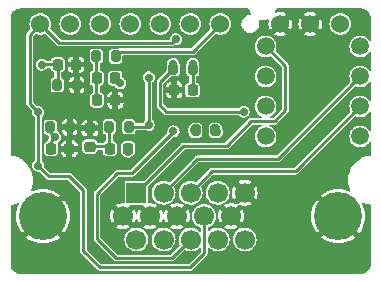
<source format=gbr>
G04 #@! TF.GenerationSoftware,KiCad,Pcbnew,(6.0.6-0)*
G04 #@! TF.CreationDate,2022-07-06T00:13:59-04:00*
G04 #@! TF.ProjectId,PS2VGA,50533256-4741-42e6-9b69-6361645f7063,1*
G04 #@! TF.SameCoordinates,Original*
G04 #@! TF.FileFunction,Copper,L2,Bot*
G04 #@! TF.FilePolarity,Positive*
%FSLAX46Y46*%
G04 Gerber Fmt 4.6, Leading zero omitted, Abs format (unit mm)*
G04 Created by KiCad (PCBNEW (6.0.6-0)) date 2022-07-06 00:13:59*
%MOMM*%
%LPD*%
G01*
G04 APERTURE LIST*
G04 Aperture macros list*
%AMRoundRect*
0 Rectangle with rounded corners*
0 $1 Rounding radius*
0 $2 $3 $4 $5 $6 $7 $8 $9 X,Y pos of 4 corners*
0 Add a 4 corners polygon primitive as box body*
4,1,4,$2,$3,$4,$5,$6,$7,$8,$9,$2,$3,0*
0 Add four circle primitives for the rounded corners*
1,1,$1+$1,$2,$3*
1,1,$1+$1,$4,$5*
1,1,$1+$1,$6,$7*
1,1,$1+$1,$8,$9*
0 Add four rect primitives between the rounded corners*
20,1,$1+$1,$2,$3,$4,$5,0*
20,1,$1+$1,$4,$5,$6,$7,0*
20,1,$1+$1,$6,$7,$8,$9,0*
20,1,$1+$1,$8,$9,$2,$3,0*%
G04 Aperture macros list end*
G04 #@! TA.AperFunction,ComponentPad*
%ADD10C,1.524000*%
G04 #@! TD*
G04 #@! TA.AperFunction,SMDPad,CuDef*
%ADD11RoundRect,0.200000X0.200000X0.275000X-0.200000X0.275000X-0.200000X-0.275000X0.200000X-0.275000X0*%
G04 #@! TD*
G04 #@! TA.AperFunction,SMDPad,CuDef*
%ADD12RoundRect,0.225000X-0.225000X-0.250000X0.225000X-0.250000X0.225000X0.250000X-0.225000X0.250000X0*%
G04 #@! TD*
G04 #@! TA.AperFunction,SMDPad,CuDef*
%ADD13RoundRect,0.225000X0.225000X0.250000X-0.225000X0.250000X-0.225000X-0.250000X0.225000X-0.250000X0*%
G04 #@! TD*
G04 #@! TA.AperFunction,SMDPad,CuDef*
%ADD14RoundRect,0.200000X-0.200000X-0.275000X0.200000X-0.275000X0.200000X0.275000X-0.200000X0.275000X0*%
G04 #@! TD*
G04 #@! TA.AperFunction,ComponentPad*
%ADD15R,1.700000X1.700000*%
G04 #@! TD*
G04 #@! TA.AperFunction,ComponentPad*
%ADD16C,1.700000*%
G04 #@! TD*
G04 #@! TA.AperFunction,ComponentPad*
%ADD17C,4.066000*%
G04 #@! TD*
G04 #@! TA.AperFunction,SMDPad,CuDef*
%ADD18RoundRect,0.225000X0.250000X-0.225000X0.250000X0.225000X-0.250000X0.225000X-0.250000X-0.225000X0*%
G04 #@! TD*
G04 #@! TA.AperFunction,ComponentPad*
%ADD19C,1.500000*%
G04 #@! TD*
G04 #@! TA.AperFunction,ViaPad*
%ADD20C,0.700000*%
G04 #@! TD*
G04 #@! TA.AperFunction,Conductor*
%ADD21C,0.250000*%
G04 #@! TD*
G04 APERTURE END LIST*
D10*
X155210000Y-99110000D03*
X145050000Y-99110000D03*
X142510000Y-99110000D03*
X139970000Y-99110000D03*
X137430000Y-99110000D03*
X134890000Y-99110000D03*
X132350000Y-99110000D03*
X129810000Y-99110000D03*
X152670000Y-99110000D03*
X150130000Y-99110000D03*
D11*
X136195000Y-101830000D03*
X134545000Y-101830000D03*
D12*
X134605000Y-105550000D03*
X136155000Y-105550000D03*
X134595000Y-103690000D03*
X136145000Y-103690000D03*
D11*
X132885000Y-104270000D03*
X131235000Y-104270000D03*
X132305000Y-107840000D03*
X130655000Y-107840000D03*
D12*
X130725000Y-109660000D03*
X132275000Y-109660000D03*
X131285000Y-102540000D03*
X132835000Y-102540000D03*
D13*
X142695000Y-104690000D03*
X141145000Y-104690000D03*
D11*
X137295000Y-107810000D03*
X135645000Y-107810000D03*
X144625000Y-108120000D03*
X142975000Y-108120000D03*
D14*
X141060000Y-102910000D03*
X142710000Y-102910000D03*
D15*
X137950000Y-113395000D03*
D16*
X140240000Y-113395000D03*
X142530000Y-113395000D03*
X144820000Y-113395000D03*
X147110000Y-113395000D03*
X136805000Y-115375000D03*
X139095000Y-115375000D03*
X141385000Y-115375000D03*
X143675000Y-115375000D03*
X145965000Y-115375000D03*
X137950000Y-117355000D03*
X140240000Y-117355000D03*
X142530000Y-117355000D03*
X144820000Y-117355000D03*
X147110000Y-117355000D03*
D17*
X155025000Y-115375000D03*
X130035000Y-115375000D03*
D18*
X134000000Y-109485000D03*
X134000000Y-107935000D03*
D19*
X156890000Y-108620000D03*
X156890000Y-106080000D03*
X156890000Y-103540000D03*
X156890000Y-101000000D03*
X148890000Y-108620000D03*
X148890000Y-106080000D03*
X148890000Y-103540000D03*
X148890000Y-101000000D03*
D12*
X135695000Y-109660000D03*
X137245000Y-109660000D03*
D20*
X141070000Y-102480000D03*
X147020000Y-106530000D03*
X129630000Y-111100000D03*
X141290000Y-100390000D03*
X129630000Y-106570000D03*
X129930000Y-102550000D03*
X136590000Y-104130000D03*
X131080000Y-108680000D03*
X137230000Y-109910000D03*
X144760000Y-108250000D03*
X142810000Y-108120000D03*
X138980000Y-107660000D03*
X139000000Y-103640000D03*
X141080000Y-108200000D03*
X142730000Y-102480000D03*
D21*
X141910000Y-109430000D02*
X137950000Y-113390000D01*
X145580000Y-109430000D02*
X141910000Y-109430000D01*
X147670000Y-107340000D02*
X145580000Y-109430000D01*
X150560000Y-106430000D02*
X149650000Y-107340000D01*
X150560000Y-102670000D02*
X150560000Y-106430000D01*
X148900000Y-101010000D02*
X150560000Y-102670000D01*
X149650000Y-107340000D02*
X147670000Y-107340000D01*
X142710000Y-101450000D02*
X136560000Y-101450000D01*
X136560000Y-101450000D02*
X136200000Y-101810000D01*
X145050000Y-99110000D02*
X142710000Y-101450000D01*
X149930000Y-110520000D02*
X143110000Y-110520000D01*
X156900000Y-103550000D02*
X149930000Y-110520000D01*
X143110000Y-110520000D02*
X140240000Y-113390000D01*
X156900000Y-106090000D02*
X151420000Y-111570000D01*
X142530000Y-113380000D02*
X142530000Y-113390000D01*
X151420000Y-111570000D02*
X144340000Y-111570000D01*
X144340000Y-111570000D02*
X142530000Y-113380000D01*
X147020000Y-106530000D02*
X140490000Y-106530000D01*
X140490000Y-106530000D02*
X139940000Y-105980000D01*
X139940000Y-105980000D02*
X139940000Y-104030000D01*
X139940000Y-104030000D02*
X141060000Y-102910000D01*
X136155000Y-105470000D02*
X136155000Y-105245000D01*
X134545000Y-101810000D02*
X134545000Y-105415000D01*
X134545000Y-105415000D02*
X134580000Y-105450000D01*
X143685489Y-118524511D02*
X143685489Y-115375489D01*
X140960000Y-100720000D02*
X131420000Y-100720000D01*
X128910000Y-105850000D02*
X129630000Y-106570000D01*
X133460000Y-113200000D02*
X133460000Y-118300000D01*
X132270000Y-112010000D02*
X133460000Y-113200000D01*
X130540000Y-112010000D02*
X132270000Y-112010000D01*
X142490000Y-119720000D02*
X143685489Y-118524511D01*
X128910000Y-100010000D02*
X128910000Y-105850000D01*
X129810000Y-99110000D02*
X128910000Y-100010000D01*
X143685489Y-115375489D02*
X143680000Y-115370000D01*
X141290000Y-100390000D02*
X140960000Y-100720000D01*
X134880000Y-119720000D02*
X142490000Y-119720000D01*
X129630000Y-111100000D02*
X130540000Y-112010000D01*
X131420000Y-100720000D02*
X129810000Y-99110000D01*
X129630000Y-106570000D02*
X129630000Y-111100000D01*
X133460000Y-118300000D02*
X134880000Y-119720000D01*
X129930000Y-102550000D02*
X129950000Y-102530000D01*
X131285000Y-102540000D02*
X131285000Y-104225000D01*
X129950000Y-102530000D02*
X131290000Y-102530000D01*
X131285000Y-104225000D02*
X131250000Y-104260000D01*
X136590000Y-104130000D02*
X136150000Y-103690000D01*
X136150000Y-103690000D02*
X136145000Y-103690000D01*
X135505000Y-109470000D02*
X133990000Y-109470000D01*
X135695000Y-109660000D02*
X135505000Y-109470000D01*
X135645000Y-107810000D02*
X135645000Y-109605000D01*
X135645000Y-109605000D02*
X135690000Y-109650000D01*
X130720000Y-109040000D02*
X130720000Y-109660000D01*
X130655000Y-108255000D02*
X131080000Y-108680000D01*
X130655000Y-107840000D02*
X130655000Y-108255000D01*
X131080000Y-108680000D02*
X130720000Y-109040000D01*
X139000000Y-107640000D02*
X139000000Y-103640000D01*
X138830000Y-107810000D02*
X137300000Y-107810000D01*
X138980000Y-107660000D02*
X139000000Y-107640000D01*
X138980000Y-107660000D02*
X138830000Y-107810000D01*
X141080000Y-108220000D02*
X137540000Y-111760000D01*
X136320000Y-111760000D02*
X134610000Y-113470000D01*
X137540000Y-111760000D02*
X136320000Y-111760000D01*
X140950000Y-118930000D02*
X142530000Y-117350000D01*
X141080000Y-108200000D02*
X141080000Y-108220000D01*
X136240000Y-118930000D02*
X140950000Y-118930000D01*
X134610000Y-117300000D02*
X136240000Y-118930000D01*
X134610000Y-113470000D02*
X134610000Y-117300000D01*
X142710000Y-104680000D02*
X142700000Y-104690000D01*
X142710000Y-102910000D02*
X142710000Y-104680000D01*
G04 #@! TA.AperFunction,Conductor*
G36*
X147454222Y-97808538D02*
G01*
X147479753Y-97848616D01*
X147488480Y-97881196D01*
X147527831Y-98028100D01*
X147529287Y-98031223D01*
X147529288Y-98031226D01*
X147602543Y-98188359D01*
X147613657Y-98212200D01*
X147624590Y-98227818D01*
X147629755Y-98235196D01*
X147643735Y-98287395D01*
X147620890Y-98336368D01*
X147571911Y-98359200D01*
X147565036Y-98359500D01*
X147546178Y-98359500D01*
X147543916Y-98359764D01*
X147543911Y-98359764D01*
X147420732Y-98374125D01*
X147420729Y-98374126D01*
X147416172Y-98374657D01*
X147411857Y-98376223D01*
X147411854Y-98376224D01*
X147255982Y-98432803D01*
X147255979Y-98432805D01*
X147251669Y-98434369D01*
X147105315Y-98530323D01*
X147102160Y-98533654D01*
X147102157Y-98533656D01*
X147069276Y-98568366D01*
X146984960Y-98657372D01*
X146897061Y-98808702D01*
X146846333Y-98976193D01*
X146835497Y-99150862D01*
X146836275Y-99155390D01*
X146860656Y-99297278D01*
X146865134Y-99323340D01*
X146866931Y-99327562D01*
X146866932Y-99327567D01*
X146900689Y-99406900D01*
X146933654Y-99484373D01*
X146936372Y-99488067D01*
X146936373Y-99488068D01*
X147034661Y-99621626D01*
X147034664Y-99621629D01*
X147037383Y-99625324D01*
X147170755Y-99738632D01*
X147174842Y-99740719D01*
X147322530Y-99816133D01*
X147322533Y-99816134D01*
X147326616Y-99818219D01*
X147413976Y-99839596D01*
X147493184Y-99858978D01*
X147493188Y-99858979D01*
X147496606Y-99859815D01*
X147507648Y-99860500D01*
X147633822Y-99860500D01*
X147636084Y-99860236D01*
X147636089Y-99860236D01*
X147759268Y-99845875D01*
X147759271Y-99845874D01*
X147763828Y-99845343D01*
X147768143Y-99843777D01*
X147768146Y-99843776D01*
X147924018Y-99787197D01*
X147924021Y-99787195D01*
X147928331Y-99785631D01*
X148074685Y-99689677D01*
X148077840Y-99686346D01*
X148077843Y-99686344D01*
X148191885Y-99565958D01*
X148195040Y-99562628D01*
X148215754Y-99526967D01*
X148280631Y-99415271D01*
X148282939Y-99411298D01*
X148333667Y-99243807D01*
X148344503Y-99069138D01*
X148317709Y-98913206D01*
X148315644Y-98901186D01*
X148315643Y-98901184D01*
X148314866Y-98896660D01*
X148313069Y-98892438D01*
X148313068Y-98892433D01*
X148307435Y-98879197D01*
X148304558Y-98825235D01*
X148337041Y-98782048D01*
X148389684Y-98769844D01*
X148400587Y-98771959D01*
X148420392Y-98777270D01*
X148423829Y-98777571D01*
X148423832Y-98777572D01*
X148619303Y-98794716D01*
X148619306Y-98794716D01*
X148622738Y-98795017D01*
X148825093Y-98777361D01*
X148940027Y-98746596D01*
X149017970Y-98725733D01*
X149017975Y-98725731D01*
X149021308Y-98724839D01*
X149056710Y-98708343D01*
X149110542Y-98703647D01*
X149154800Y-98734654D01*
X149168773Y-98786856D01*
X149165377Y-98803837D01*
X149136493Y-98894894D01*
X149134895Y-98902410D01*
X149113632Y-99091968D01*
X149113525Y-99099648D01*
X149129486Y-99289724D01*
X149130872Y-99297278D01*
X149183448Y-99480631D01*
X149186280Y-99487783D01*
X149252010Y-99615681D01*
X149260341Y-99623396D01*
X149261549Y-99623455D01*
X149265186Y-99621261D01*
X149776004Y-99110443D01*
X150488604Y-99110443D01*
X150490290Y-99116737D01*
X150990507Y-99616954D01*
X151000801Y-99621754D01*
X151002838Y-99621209D01*
X151004700Y-99619162D01*
X151057074Y-99526967D01*
X151060202Y-99519942D01*
X151120407Y-99338956D01*
X151122110Y-99331463D01*
X151146224Y-99140588D01*
X151146532Y-99136178D01*
X151146866Y-99112214D01*
X151146681Y-99107800D01*
X151145882Y-99099648D01*
X151653525Y-99099648D01*
X151669486Y-99289724D01*
X151670872Y-99297278D01*
X151723448Y-99480631D01*
X151726280Y-99487783D01*
X151792010Y-99615681D01*
X151800341Y-99623396D01*
X151801549Y-99623455D01*
X151805186Y-99621261D01*
X152306596Y-99119851D01*
X152310983Y-99110443D01*
X153028604Y-99110443D01*
X153030290Y-99116737D01*
X153530507Y-99616954D01*
X153540801Y-99621754D01*
X153542838Y-99621209D01*
X153544700Y-99619162D01*
X153597074Y-99526967D01*
X153600202Y-99519942D01*
X153660407Y-99338956D01*
X153662110Y-99331463D01*
X153686224Y-99140588D01*
X153686532Y-99136178D01*
X153686866Y-99112214D01*
X153686773Y-99110000D01*
X154282419Y-99110000D01*
X154302689Y-99302855D01*
X154362613Y-99487281D01*
X154459571Y-99655218D01*
X154462340Y-99658293D01*
X154586555Y-99796249D01*
X154586558Y-99796252D01*
X154589327Y-99799327D01*
X154746209Y-99913309D01*
X154749993Y-99914994D01*
X154749997Y-99914996D01*
X154919579Y-99990498D01*
X154919581Y-99990499D01*
X154923362Y-99992182D01*
X154927408Y-99993042D01*
X154927411Y-99993043D01*
X155108998Y-100031641D01*
X155109002Y-100031641D01*
X155113041Y-100032500D01*
X155306959Y-100032500D01*
X155310998Y-100031641D01*
X155311002Y-100031641D01*
X155492589Y-99993043D01*
X155492592Y-99993042D01*
X155496638Y-99992182D01*
X155500419Y-99990499D01*
X155500421Y-99990498D01*
X155670003Y-99914996D01*
X155670007Y-99914994D01*
X155673791Y-99913309D01*
X155830673Y-99799327D01*
X155833442Y-99796252D01*
X155833445Y-99796249D01*
X155957660Y-99658293D01*
X155960429Y-99655218D01*
X156057387Y-99487281D01*
X156117311Y-99302855D01*
X156137581Y-99110000D01*
X156117311Y-98917145D01*
X156057387Y-98732719D01*
X155960429Y-98564782D01*
X155878654Y-98473961D01*
X155833445Y-98423751D01*
X155833442Y-98423748D01*
X155830673Y-98420673D01*
X155673791Y-98306691D01*
X155670007Y-98305006D01*
X155670003Y-98305004D01*
X155500421Y-98229502D01*
X155500419Y-98229501D01*
X155496638Y-98227818D01*
X155492592Y-98226958D01*
X155492589Y-98226957D01*
X155311002Y-98188359D01*
X155310998Y-98188359D01*
X155306959Y-98187500D01*
X155113041Y-98187500D01*
X155109002Y-98188359D01*
X155108998Y-98188359D01*
X154927411Y-98226957D01*
X154927408Y-98226958D01*
X154923362Y-98227818D01*
X154919581Y-98229501D01*
X154919579Y-98229502D01*
X154749998Y-98305004D01*
X154749994Y-98305006D01*
X154746210Y-98306691D01*
X154742856Y-98309128D01*
X154742854Y-98309129D01*
X154673161Y-98359764D01*
X154589327Y-98420673D01*
X154586558Y-98423748D01*
X154586555Y-98423751D01*
X154541346Y-98473961D01*
X154459571Y-98564782D01*
X154362613Y-98732719D01*
X154302689Y-98917145D01*
X154282419Y-99110000D01*
X153686773Y-99110000D01*
X153686681Y-99107800D01*
X153667907Y-98916328D01*
X153666413Y-98908784D01*
X153611286Y-98726195D01*
X153608353Y-98719078D01*
X153547590Y-98604800D01*
X153539152Y-98597203D01*
X153537644Y-98597150D01*
X153534438Y-98599115D01*
X153033404Y-99100149D01*
X153028604Y-99110443D01*
X152310983Y-99110443D01*
X152311396Y-99109557D01*
X152309710Y-99103263D01*
X151809220Y-98602773D01*
X151798926Y-98597973D01*
X151797180Y-98598441D01*
X151794999Y-98600871D01*
X151737197Y-98706013D01*
X151734165Y-98713087D01*
X151676493Y-98894894D01*
X151674895Y-98902410D01*
X151653632Y-99091968D01*
X151653525Y-99099648D01*
X151145882Y-99099648D01*
X151127907Y-98916328D01*
X151126413Y-98908784D01*
X151071286Y-98726195D01*
X151068353Y-98719078D01*
X151007590Y-98604800D01*
X150999152Y-98597203D01*
X150997644Y-98597150D01*
X150994438Y-98599115D01*
X150493404Y-99100149D01*
X150488604Y-99110443D01*
X149776004Y-99110443D01*
X150637419Y-98249028D01*
X150640710Y-98241971D01*
X152156866Y-98241971D01*
X152158948Y-98245395D01*
X152660149Y-98746596D01*
X152670443Y-98751396D01*
X152676737Y-98749710D01*
X153177419Y-98249028D01*
X153182219Y-98238734D01*
X153181790Y-98237132D01*
X153179169Y-98234797D01*
X153067459Y-98174396D01*
X153060377Y-98171419D01*
X152878170Y-98115017D01*
X152870629Y-98113469D01*
X152680942Y-98093532D01*
X152673252Y-98093478D01*
X152483302Y-98110765D01*
X152475746Y-98112206D01*
X152292773Y-98166058D01*
X152285636Y-98168942D01*
X152164578Y-98232229D01*
X152156923Y-98240613D01*
X152156866Y-98241971D01*
X150640710Y-98241971D01*
X150642219Y-98238734D01*
X150641790Y-98237132D01*
X150639169Y-98234797D01*
X150527459Y-98174396D01*
X150520377Y-98171419D01*
X150338170Y-98115017D01*
X150330629Y-98113469D01*
X150140942Y-98093532D01*
X150133252Y-98093478D01*
X149943302Y-98110765D01*
X149935746Y-98112206D01*
X149805999Y-98150393D01*
X149752067Y-98147000D01*
X149712933Y-98109733D01*
X149706909Y-98056031D01*
X149712108Y-98041194D01*
X149716530Y-98031719D01*
X149717990Y-98028591D01*
X149766176Y-97849025D01*
X149797188Y-97804770D01*
X149842477Y-97790500D01*
X156922794Y-97790500D01*
X156940498Y-97792509D01*
X156949713Y-97794628D01*
X156958390Y-97792664D01*
X156967287Y-97792680D01*
X156967286Y-97793476D01*
X156975226Y-97792985D01*
X157106039Y-97805869D01*
X157121228Y-97808891D01*
X157263815Y-97852144D01*
X157278123Y-97858070D01*
X157409538Y-97928313D01*
X157422415Y-97936917D01*
X157537601Y-98031448D01*
X157548552Y-98042399D01*
X157643083Y-98157585D01*
X157651687Y-98170462D01*
X157721930Y-98301877D01*
X157727856Y-98316185D01*
X157771109Y-98458773D01*
X157774131Y-98473962D01*
X157787000Y-98604625D01*
X157787380Y-98612504D01*
X157787365Y-98621045D01*
X157785372Y-98629713D01*
X157787335Y-98638388D01*
X157787335Y-98638390D01*
X157787552Y-98639347D01*
X157789500Y-98656782D01*
X157789500Y-100442149D01*
X157771018Y-100492929D01*
X157724218Y-100519949D01*
X157671000Y-100510565D01*
X157642084Y-100481649D01*
X157632738Y-100465461D01*
X157630667Y-100461874D01*
X157606020Y-100434500D01*
X157505373Y-100322721D01*
X157502599Y-100319640D01*
X157347758Y-100207141D01*
X157244080Y-100160980D01*
X157176693Y-100130977D01*
X157176690Y-100130976D01*
X157172910Y-100129293D01*
X157168867Y-100128434D01*
X157168862Y-100128432D01*
X156989741Y-100090359D01*
X156989736Y-100090358D01*
X156985697Y-100089500D01*
X156794303Y-100089500D01*
X156790264Y-100090358D01*
X156790259Y-100090359D01*
X156611135Y-100128433D01*
X156611133Y-100128434D01*
X156607090Y-100129293D01*
X156603313Y-100130975D01*
X156603312Y-100130975D01*
X156436022Y-100205458D01*
X156436019Y-100205460D01*
X156432243Y-100207141D01*
X156277401Y-100319640D01*
X156274627Y-100322721D01*
X156173981Y-100434500D01*
X156149333Y-100461874D01*
X156147262Y-100465461D01*
X156097374Y-100551870D01*
X156053635Y-100627627D01*
X155994491Y-100809654D01*
X155994058Y-100813770D01*
X155994058Y-100813772D01*
X155984962Y-100900314D01*
X155974485Y-101000000D01*
X155974918Y-101004120D01*
X155993980Y-101185481D01*
X155994491Y-101190346D01*
X156053635Y-101372373D01*
X156055704Y-101375956D01*
X156055705Y-101375959D01*
X156101946Y-101456050D01*
X156149333Y-101538126D01*
X156277401Y-101680360D01*
X156432242Y-101792859D01*
X156436031Y-101794546D01*
X156603307Y-101869023D01*
X156603310Y-101869024D01*
X156607090Y-101870707D01*
X156611133Y-101871566D01*
X156611138Y-101871568D01*
X156790259Y-101909641D01*
X156790264Y-101909642D01*
X156794303Y-101910500D01*
X156985697Y-101910500D01*
X156989736Y-101909642D01*
X156989741Y-101909641D01*
X157168862Y-101871568D01*
X157168867Y-101871566D01*
X157172910Y-101870707D01*
X157176690Y-101869024D01*
X157176693Y-101869023D01*
X157343969Y-101794546D01*
X157347758Y-101792859D01*
X157502599Y-101680360D01*
X157630667Y-101538126D01*
X157642084Y-101518351D01*
X157683480Y-101483615D01*
X157737519Y-101483615D01*
X157778916Y-101518351D01*
X157789500Y-101557851D01*
X157789500Y-102982149D01*
X157771018Y-103032929D01*
X157724218Y-103059949D01*
X157671000Y-103050565D01*
X157642084Y-103021649D01*
X157642043Y-103021577D01*
X157630667Y-103001874D01*
X157502599Y-102859640D01*
X157347758Y-102747141D01*
X157281766Y-102717759D01*
X157176693Y-102670977D01*
X157176690Y-102670976D01*
X157172910Y-102669293D01*
X157168867Y-102668434D01*
X157168862Y-102668432D01*
X156989741Y-102630359D01*
X156989736Y-102630358D01*
X156985697Y-102629500D01*
X156794303Y-102629500D01*
X156790264Y-102630358D01*
X156790259Y-102630359D01*
X156611135Y-102668433D01*
X156611133Y-102668434D01*
X156607090Y-102669293D01*
X156603313Y-102670975D01*
X156603312Y-102670975D01*
X156436022Y-102745458D01*
X156436019Y-102745460D01*
X156432243Y-102747141D01*
X156277401Y-102859640D01*
X156149333Y-103001874D01*
X156147262Y-103005461D01*
X156056504Y-103162658D01*
X156053635Y-103167627D01*
X155994491Y-103349654D01*
X155994058Y-103353770D01*
X155994058Y-103353772D01*
X155980359Y-103484114D01*
X155974485Y-103540000D01*
X155974918Y-103544120D01*
X155991559Y-103702445D01*
X155994491Y-103730346D01*
X156053635Y-103912373D01*
X156055701Y-103915951D01*
X156056599Y-103917969D01*
X156060364Y-103971877D01*
X156040287Y-104005955D01*
X149834881Y-110211361D01*
X149785905Y-110234199D01*
X149779020Y-110234500D01*
X143161474Y-110234500D01*
X143156745Y-110234153D01*
X143152429Y-110232671D01*
X143105202Y-110234444D01*
X143102238Y-110234500D01*
X143083448Y-110234500D01*
X143079871Y-110235166D01*
X143077828Y-110235355D01*
X143073531Y-110235633D01*
X143053437Y-110236387D01*
X143053435Y-110236387D01*
X143046147Y-110236661D01*
X143034558Y-110241640D01*
X143017845Y-110246717D01*
X143012616Y-110247691D01*
X143012612Y-110247692D01*
X143005441Y-110249028D01*
X142988833Y-110259265D01*
X142982955Y-110262888D01*
X142972690Y-110268220D01*
X142948426Y-110278645D01*
X142943785Y-110282457D01*
X142938394Y-110287848D01*
X142923986Y-110299237D01*
X142921114Y-110301007D01*
X142921111Y-110301010D01*
X142914902Y-110304837D01*
X142910486Y-110310645D01*
X142897500Y-110327722D01*
X142890477Y-110335765D01*
X140761969Y-112464273D01*
X140712993Y-112487111D01*
X140668534Y-112477904D01*
X140636875Y-112460786D01*
X140636873Y-112460785D01*
X140633479Y-112458950D01*
X140444172Y-112400350D01*
X140247089Y-112379636D01*
X140243243Y-112379986D01*
X140243242Y-112379986D01*
X140196948Y-112384199D01*
X140049735Y-112397596D01*
X140046028Y-112398687D01*
X139863338Y-112452456D01*
X139863335Y-112452457D01*
X139859629Y-112453548D01*
X139856202Y-112455340D01*
X139856201Y-112455340D01*
X139845826Y-112460764D01*
X139684010Y-112545359D01*
X139681003Y-112547777D01*
X139681001Y-112547778D01*
X139617693Y-112598679D01*
X139529570Y-112669532D01*
X139518677Y-112682514D01*
X139405962Y-112816843D01*
X139402189Y-112821339D01*
X139400327Y-112824727D01*
X139400325Y-112824729D01*
X139310841Y-112987500D01*
X139306720Y-112994996D01*
X139246800Y-113183889D01*
X139224710Y-113380823D01*
X139241292Y-113578297D01*
X139295915Y-113768790D01*
X139386498Y-113945045D01*
X139509590Y-114100348D01*
X139660504Y-114228786D01*
X139663878Y-114230672D01*
X139663880Y-114230673D01*
X139702615Y-114252321D01*
X139833490Y-114325465D01*
X139837152Y-114326655D01*
X139837157Y-114326657D01*
X139939736Y-114359986D01*
X140021960Y-114386702D01*
X140025797Y-114387160D01*
X140025799Y-114387160D01*
X140214892Y-114409708D01*
X140214895Y-114409708D01*
X140218735Y-114410166D01*
X140416320Y-114394963D01*
X140421872Y-114393413D01*
X140489904Y-114374418D01*
X140607190Y-114341671D01*
X140735128Y-114277045D01*
X140780619Y-114254066D01*
X140780621Y-114254065D01*
X140784073Y-114252321D01*
X140917941Y-114147732D01*
X140937190Y-114132693D01*
X140937192Y-114132691D01*
X140940232Y-114130316D01*
X140970661Y-114095064D01*
X141067196Y-113983228D01*
X141067200Y-113983223D01*
X141069720Y-113980303D01*
X141071626Y-113976947D01*
X141071630Y-113976942D01*
X141165695Y-113811356D01*
X141167604Y-113807996D01*
X141173423Y-113790504D01*
X141228935Y-113623630D01*
X141228936Y-113623625D01*
X141230156Y-113619958D01*
X141234400Y-113586367D01*
X141237926Y-113558449D01*
X141254993Y-113423351D01*
X141255389Y-113395000D01*
X141236051Y-113197777D01*
X141227440Y-113169254D01*
X141187328Y-113036396D01*
X141178774Y-113008065D01*
X141161567Y-112975703D01*
X141153078Y-112959737D01*
X141145557Y-112906223D01*
X141166970Y-112866788D01*
X143205119Y-110828639D01*
X143254095Y-110805801D01*
X143260980Y-110805500D01*
X149878526Y-110805500D01*
X149883255Y-110805847D01*
X149887571Y-110807329D01*
X149934799Y-110805556D01*
X149937762Y-110805500D01*
X149956552Y-110805500D01*
X149960129Y-110804834D01*
X149962172Y-110804645D01*
X149966469Y-110804367D01*
X149986563Y-110803613D01*
X149986565Y-110803613D01*
X149993853Y-110803339D01*
X150005442Y-110798360D01*
X150022155Y-110793283D01*
X150027384Y-110792309D01*
X150027388Y-110792308D01*
X150034559Y-110790972D01*
X150057045Y-110777112D01*
X150067310Y-110771780D01*
X150069094Y-110771014D01*
X150091574Y-110761355D01*
X150096215Y-110757543D01*
X150101606Y-110752152D01*
X150116014Y-110740763D01*
X150118886Y-110738993D01*
X150118889Y-110738990D01*
X150125098Y-110735163D01*
X150142500Y-110712278D01*
X150149523Y-110704235D01*
X156455194Y-104398564D01*
X156504170Y-104375726D01*
X156543184Y-104382254D01*
X156607090Y-104410707D01*
X156611133Y-104411566D01*
X156611138Y-104411568D01*
X156790259Y-104449641D01*
X156790264Y-104449642D01*
X156794303Y-104450500D01*
X156985697Y-104450500D01*
X156989736Y-104449642D01*
X156989741Y-104449641D01*
X157168862Y-104411568D01*
X157168867Y-104411566D01*
X157172910Y-104410707D01*
X157176690Y-104409024D01*
X157176693Y-104409023D01*
X157343969Y-104334546D01*
X157347758Y-104332859D01*
X157502599Y-104220360D01*
X157569904Y-104145610D01*
X157627894Y-104081206D01*
X157627895Y-104081205D01*
X157630667Y-104078126D01*
X157642084Y-104058351D01*
X157683480Y-104023615D01*
X157737519Y-104023615D01*
X157778916Y-104058351D01*
X157789500Y-104097851D01*
X157789500Y-105522149D01*
X157771018Y-105572929D01*
X157724218Y-105599949D01*
X157671000Y-105590565D01*
X157642084Y-105561649D01*
X157632738Y-105545461D01*
X157630667Y-105541874D01*
X157502599Y-105399640D01*
X157347758Y-105287141D01*
X157294584Y-105263466D01*
X157176693Y-105210977D01*
X157176690Y-105210976D01*
X157172910Y-105209293D01*
X157168867Y-105208434D01*
X157168862Y-105208432D01*
X156989741Y-105170359D01*
X156989736Y-105170358D01*
X156985697Y-105169500D01*
X156794303Y-105169500D01*
X156790264Y-105170358D01*
X156790259Y-105170359D01*
X156611135Y-105208433D01*
X156611133Y-105208434D01*
X156607090Y-105209293D01*
X156603313Y-105210975D01*
X156603312Y-105210975D01*
X156436022Y-105285458D01*
X156436019Y-105285460D01*
X156432243Y-105287141D01*
X156428895Y-105289573D01*
X156428894Y-105289574D01*
X156379446Y-105325500D01*
X156277401Y-105399640D01*
X156149333Y-105541874D01*
X156053635Y-105707627D01*
X155994491Y-105889654D01*
X155994058Y-105893770D01*
X155994058Y-105893772D01*
X155976075Y-106064874D01*
X155974485Y-106080000D01*
X155974918Y-106084120D01*
X155989343Y-106221361D01*
X155994491Y-106270346D01*
X156053635Y-106452373D01*
X156055701Y-106455951D01*
X156056599Y-106457969D01*
X156060364Y-106511877D01*
X156040287Y-106545955D01*
X151324881Y-111261361D01*
X151275905Y-111284199D01*
X151269020Y-111284500D01*
X144391481Y-111284500D01*
X144386747Y-111284152D01*
X144382429Y-111282670D01*
X144336951Y-111284378D01*
X144335186Y-111284444D01*
X144332222Y-111284500D01*
X144313448Y-111284500D01*
X144309874Y-111285166D01*
X144307843Y-111285353D01*
X144303548Y-111285632D01*
X144299066Y-111285800D01*
X144283434Y-111286387D01*
X144283432Y-111286387D01*
X144276147Y-111286661D01*
X144264554Y-111291641D01*
X144247846Y-111296718D01*
X144235441Y-111299028D01*
X144212964Y-111312883D01*
X144202695Y-111318217D01*
X144178426Y-111328644D01*
X144173786Y-111332456D01*
X144168394Y-111337848D01*
X144153986Y-111349237D01*
X144151114Y-111351007D01*
X144151111Y-111351010D01*
X144144902Y-111354837D01*
X144140486Y-111360645D01*
X144127500Y-111377722D01*
X144120477Y-111385765D01*
X143045478Y-112460764D01*
X142996502Y-112483602D01*
X142952046Y-112474396D01*
X142923479Y-112458950D01*
X142734172Y-112400350D01*
X142537089Y-112379636D01*
X142533243Y-112379986D01*
X142533242Y-112379986D01*
X142486948Y-112384199D01*
X142339735Y-112397596D01*
X142336028Y-112398687D01*
X142153338Y-112452456D01*
X142153335Y-112452457D01*
X142149629Y-112453548D01*
X142146202Y-112455340D01*
X142146201Y-112455340D01*
X142135826Y-112460764D01*
X141974010Y-112545359D01*
X141971003Y-112547777D01*
X141971001Y-112547778D01*
X141907693Y-112598679D01*
X141819570Y-112669532D01*
X141808677Y-112682514D01*
X141695962Y-112816843D01*
X141692189Y-112821339D01*
X141690327Y-112824727D01*
X141690325Y-112824729D01*
X141600841Y-112987500D01*
X141596720Y-112994996D01*
X141536800Y-113183889D01*
X141514710Y-113380823D01*
X141531292Y-113578297D01*
X141585915Y-113768790D01*
X141676498Y-113945045D01*
X141799590Y-114100348D01*
X141950504Y-114228786D01*
X141953878Y-114230672D01*
X141953880Y-114230673D01*
X141992615Y-114252321D01*
X142123490Y-114325465D01*
X142127152Y-114326655D01*
X142127157Y-114326657D01*
X142229736Y-114359986D01*
X142311960Y-114386702D01*
X142315797Y-114387160D01*
X142315799Y-114387160D01*
X142504892Y-114409708D01*
X142504895Y-114409708D01*
X142508735Y-114410166D01*
X142706320Y-114394963D01*
X142711872Y-114393413D01*
X142779904Y-114374418D01*
X142897190Y-114341671D01*
X143025128Y-114277045D01*
X143070619Y-114254066D01*
X143070621Y-114254065D01*
X143074073Y-114252321D01*
X143207941Y-114147732D01*
X143227190Y-114132693D01*
X143227192Y-114132691D01*
X143230232Y-114130316D01*
X143260661Y-114095064D01*
X143357196Y-113983228D01*
X143357200Y-113983223D01*
X143359720Y-113980303D01*
X143361626Y-113976947D01*
X143361630Y-113976942D01*
X143455695Y-113811356D01*
X143457604Y-113807996D01*
X143463423Y-113790504D01*
X143518935Y-113623630D01*
X143518936Y-113623625D01*
X143520156Y-113619958D01*
X143524400Y-113586367D01*
X143527926Y-113558449D01*
X143544993Y-113423351D01*
X143545389Y-113395000D01*
X143543999Y-113380823D01*
X143804710Y-113380823D01*
X143821292Y-113578297D01*
X143875915Y-113768790D01*
X143966498Y-113945045D01*
X144089590Y-114100348D01*
X144240504Y-114228786D01*
X144243878Y-114230672D01*
X144243880Y-114230673D01*
X144282615Y-114252321D01*
X144413490Y-114325465D01*
X144417152Y-114326655D01*
X144417157Y-114326657D01*
X144519736Y-114359986D01*
X144601960Y-114386702D01*
X144605797Y-114387160D01*
X144605799Y-114387160D01*
X144794892Y-114409708D01*
X144794895Y-114409708D01*
X144798735Y-114410166D01*
X144996320Y-114394963D01*
X145001872Y-114393413D01*
X145069904Y-114374418D01*
X145187190Y-114341671D01*
X145315128Y-114277045D01*
X145360619Y-114254066D01*
X145360621Y-114254065D01*
X145364073Y-114252321D01*
X145497941Y-114147732D01*
X145517190Y-114132693D01*
X145517192Y-114132691D01*
X145520232Y-114130316D01*
X145550661Y-114095064D01*
X145647196Y-113983228D01*
X145647200Y-113983223D01*
X145649720Y-113980303D01*
X145651626Y-113976947D01*
X145651630Y-113976942D01*
X145745695Y-113811356D01*
X145747604Y-113807996D01*
X145753423Y-113790504D01*
X145808935Y-113623630D01*
X145808936Y-113623625D01*
X145810156Y-113619958D01*
X145814400Y-113586367D01*
X145817926Y-113558449D01*
X145834993Y-113423351D01*
X145835389Y-113395000D01*
X145832908Y-113369698D01*
X146005903Y-113369698D01*
X146018651Y-113564201D01*
X146019780Y-113571328D01*
X146067759Y-113760243D01*
X146070172Y-113767057D01*
X146151774Y-113944068D01*
X146155377Y-113950308D01*
X146166287Y-113965746D01*
X146175617Y-113972218D01*
X146179595Y-113971852D01*
X146746596Y-113404851D01*
X146750983Y-113395443D01*
X147468604Y-113395443D01*
X147470290Y-113401737D01*
X148035287Y-113966734D01*
X148045581Y-113971534D01*
X148047491Y-113971023D01*
X148049493Y-113968808D01*
X148117436Y-113847488D01*
X148120371Y-113840896D01*
X148183025Y-113656321D01*
X148184710Y-113649304D01*
X148212864Y-113455127D01*
X148213260Y-113450486D01*
X148214652Y-113397327D01*
X148214500Y-113392685D01*
X148196545Y-113197288D01*
X148195230Y-113190195D01*
X148142321Y-113002592D01*
X148139736Y-112995858D01*
X148053698Y-112821389D01*
X148045990Y-112816336D01*
X148041710Y-112816843D01*
X147473404Y-113385149D01*
X147468604Y-113395443D01*
X146750983Y-113395443D01*
X146751396Y-113394557D01*
X146749710Y-113388263D01*
X146183455Y-112822008D01*
X146173161Y-112817208D01*
X146171797Y-112817573D01*
X146169208Y-112820512D01*
X146091066Y-112969037D01*
X146088304Y-112975703D01*
X146030502Y-113161857D01*
X146029002Y-113168919D01*
X146006092Y-113362481D01*
X146005903Y-113369698D01*
X145832908Y-113369698D01*
X145816051Y-113197777D01*
X145807440Y-113169254D01*
X145767328Y-113036396D01*
X145758774Y-113008065D01*
X145756963Y-113004659D01*
X145756961Y-113004654D01*
X145667551Y-112836500D01*
X145665739Y-112833092D01*
X145658919Y-112824729D01*
X145542930Y-112682514D01*
X145540490Y-112679522D01*
X145528415Y-112669532D01*
X145390773Y-112555665D01*
X145390772Y-112555664D01*
X145387798Y-112553204D01*
X145369979Y-112543569D01*
X145293840Y-112502401D01*
X145219532Y-112462223D01*
X146533890Y-112462223D01*
X146533923Y-112464759D01*
X146535040Y-112466487D01*
X147100149Y-113031596D01*
X147110443Y-113036396D01*
X147116737Y-113034710D01*
X147680911Y-112470536D01*
X147685711Y-112460242D01*
X147684909Y-112457250D01*
X147684111Y-112456488D01*
X147614590Y-112412625D01*
X147608167Y-112409353D01*
X147427121Y-112337122D01*
X147420200Y-112335072D01*
X147229024Y-112297045D01*
X147221854Y-112296292D01*
X147026952Y-112293739D01*
X147019752Y-112294306D01*
X146827653Y-112327315D01*
X146820675Y-112329185D01*
X146637805Y-112396649D01*
X146631298Y-112399753D01*
X146541076Y-112453429D01*
X146533890Y-112462223D01*
X145219532Y-112462223D01*
X145213479Y-112458950D01*
X145024172Y-112400350D01*
X144827089Y-112379636D01*
X144823243Y-112379986D01*
X144823242Y-112379986D01*
X144776948Y-112384199D01*
X144629735Y-112397596D01*
X144626028Y-112398687D01*
X144443338Y-112452456D01*
X144443335Y-112452457D01*
X144439629Y-112453548D01*
X144436202Y-112455340D01*
X144436201Y-112455340D01*
X144425826Y-112460764D01*
X144264010Y-112545359D01*
X144261003Y-112547777D01*
X144261001Y-112547778D01*
X144197693Y-112598679D01*
X144109570Y-112669532D01*
X144098677Y-112682514D01*
X143985962Y-112816843D01*
X143982189Y-112821339D01*
X143980327Y-112824727D01*
X143980325Y-112824729D01*
X143890841Y-112987500D01*
X143886720Y-112994996D01*
X143826800Y-113183889D01*
X143804710Y-113380823D01*
X143543999Y-113380823D01*
X143526051Y-113197777D01*
X143517440Y-113169254D01*
X143477328Y-113036396D01*
X143468774Y-113008065D01*
X143439606Y-112953207D01*
X143432085Y-112899697D01*
X143453498Y-112860260D01*
X144435119Y-111878639D01*
X144484095Y-111855801D01*
X144490980Y-111855500D01*
X151368526Y-111855500D01*
X151373255Y-111855847D01*
X151377571Y-111857329D01*
X151424799Y-111855556D01*
X151427762Y-111855500D01*
X151446552Y-111855500D01*
X151450129Y-111854834D01*
X151452172Y-111854645D01*
X151456469Y-111854367D01*
X151476563Y-111853613D01*
X151476565Y-111853613D01*
X151483853Y-111853339D01*
X151495442Y-111848360D01*
X151512155Y-111843283D01*
X151517384Y-111842309D01*
X151517388Y-111842308D01*
X151524559Y-111840972D01*
X151547045Y-111827112D01*
X151557310Y-111821780D01*
X151559094Y-111821014D01*
X151581574Y-111811355D01*
X151586215Y-111807543D01*
X151591606Y-111802152D01*
X151606014Y-111790763D01*
X151608886Y-111788993D01*
X151608889Y-111788990D01*
X151615098Y-111785163D01*
X151632500Y-111762278D01*
X151639523Y-111754235D01*
X156455194Y-106938564D01*
X156504170Y-106915726D01*
X156543184Y-106922254D01*
X156607090Y-106950707D01*
X156611133Y-106951566D01*
X156611138Y-106951568D01*
X156790259Y-106989641D01*
X156790264Y-106989642D01*
X156794303Y-106990500D01*
X156985697Y-106990500D01*
X156989736Y-106989642D01*
X156989741Y-106989641D01*
X157168862Y-106951568D01*
X157168867Y-106951566D01*
X157172910Y-106950707D01*
X157176690Y-106949024D01*
X157176693Y-106949023D01*
X157343969Y-106874546D01*
X157347758Y-106872859D01*
X157502599Y-106760360D01*
X157590106Y-106663174D01*
X157627894Y-106621206D01*
X157627895Y-106621205D01*
X157630667Y-106618126D01*
X157642084Y-106598351D01*
X157683480Y-106563615D01*
X157737519Y-106563615D01*
X157778916Y-106598351D01*
X157789500Y-106637851D01*
X157789500Y-108062149D01*
X157771018Y-108112929D01*
X157724218Y-108139949D01*
X157671000Y-108130565D01*
X157642084Y-108101649D01*
X157640860Y-108099528D01*
X157630667Y-108081874D01*
X157610757Y-108059761D01*
X157522453Y-107961690D01*
X157502599Y-107939640D01*
X157347758Y-107827141D01*
X157324543Y-107816805D01*
X157176693Y-107750977D01*
X157176690Y-107750976D01*
X157172910Y-107749293D01*
X157168867Y-107748434D01*
X157168862Y-107748432D01*
X156989741Y-107710359D01*
X156989736Y-107710358D01*
X156985697Y-107709500D01*
X156794303Y-107709500D01*
X156790264Y-107710358D01*
X156790259Y-107710359D01*
X156611135Y-107748433D01*
X156611133Y-107748434D01*
X156607090Y-107749293D01*
X156603313Y-107750975D01*
X156603312Y-107750975D01*
X156436022Y-107825458D01*
X156436019Y-107825460D01*
X156432243Y-107827141D01*
X156428895Y-107829573D01*
X156428894Y-107829574D01*
X156418892Y-107836841D01*
X156277401Y-107939640D01*
X156257547Y-107961690D01*
X156169244Y-108059761D01*
X156149333Y-108081874D01*
X156147262Y-108085461D01*
X156066388Y-108225539D01*
X156053635Y-108247627D01*
X155994491Y-108429654D01*
X155994058Y-108433770D01*
X155994058Y-108433772D01*
X155976612Y-108599761D01*
X155974485Y-108620000D01*
X155974918Y-108624120D01*
X155991121Y-108778278D01*
X155994491Y-108810346D01*
X156053635Y-108992373D01*
X156055704Y-108995956D01*
X156055705Y-108995959D01*
X156142555Y-109146387D01*
X156149333Y-109158126D01*
X156152105Y-109161205D01*
X156152106Y-109161206D01*
X156224835Y-109241979D01*
X156277401Y-109300360D01*
X156432242Y-109412859D01*
X156436031Y-109414546D01*
X156603307Y-109489023D01*
X156603310Y-109489024D01*
X156607090Y-109490707D01*
X156611133Y-109491566D01*
X156611138Y-109491568D01*
X156790259Y-109529641D01*
X156790264Y-109529642D01*
X156794303Y-109530500D01*
X156985697Y-109530500D01*
X156989736Y-109529642D01*
X156989741Y-109529641D01*
X157168862Y-109491568D01*
X157168867Y-109491566D01*
X157172910Y-109490707D01*
X157176690Y-109489024D01*
X157176693Y-109489023D01*
X157343969Y-109414546D01*
X157347758Y-109412859D01*
X157502599Y-109300360D01*
X157555165Y-109241979D01*
X157627894Y-109161206D01*
X157627895Y-109161205D01*
X157630667Y-109158126D01*
X157642084Y-109138351D01*
X157683480Y-109103615D01*
X157737519Y-109103615D01*
X157778916Y-109138351D01*
X157789500Y-109177851D01*
X157789500Y-110172670D01*
X157771018Y-110223450D01*
X157724218Y-110250470D01*
X157716062Y-110251473D01*
X157677987Y-110254158D01*
X157675468Y-110254671D01*
X157675467Y-110254671D01*
X157414130Y-110307881D01*
X157414125Y-110307882D01*
X157411617Y-110308393D01*
X157405071Y-110310645D01*
X157157007Y-110395981D01*
X157157003Y-110395983D01*
X157154566Y-110396821D01*
X156911205Y-110517941D01*
X156909068Y-110519379D01*
X156909066Y-110519380D01*
X156687811Y-110668251D01*
X156687807Y-110668254D01*
X156685670Y-110669692D01*
X156683739Y-110671395D01*
X156483729Y-110847789D01*
X156483725Y-110847793D01*
X156481794Y-110849496D01*
X156303044Y-111054296D01*
X156152457Y-111280610D01*
X156151321Y-111282922D01*
X156151320Y-111282924D01*
X156136602Y-111312883D01*
X156032594Y-111524593D01*
X155999303Y-111623012D01*
X155951445Y-111764498D01*
X155945492Y-111782096D01*
X155892632Y-112048743D01*
X155874911Y-112320000D01*
X155892632Y-112591257D01*
X155945492Y-112857904D01*
X155946316Y-112860339D01*
X155946317Y-112860344D01*
X155949700Y-112870344D01*
X156032594Y-113115407D01*
X156055414Y-113161857D01*
X156067013Y-113185467D01*
X156072816Y-113239193D01*
X156042726Y-113284080D01*
X155990823Y-113299124D01*
X155961168Y-113291154D01*
X155902870Y-113262405D01*
X155898085Y-113260423D01*
X155619612Y-113165894D01*
X155614606Y-113164553D01*
X155326168Y-113107179D01*
X155321051Y-113106505D01*
X155027578Y-113087270D01*
X155022422Y-113087270D01*
X154728949Y-113106505D01*
X154723832Y-113107179D01*
X154435394Y-113164553D01*
X154430388Y-113165894D01*
X154151915Y-113260423D01*
X154147136Y-113262403D01*
X153883371Y-113392477D01*
X153878898Y-113395059D01*
X153634368Y-113558449D01*
X153630270Y-113561594D01*
X153606048Y-113582836D01*
X153600586Y-113592793D01*
X153601639Y-113598085D01*
X155025000Y-115021447D01*
X156798128Y-116794574D01*
X156808422Y-116799374D01*
X156813633Y-116797978D01*
X156838406Y-116769730D01*
X156841551Y-116765632D01*
X157004941Y-116521102D01*
X157007523Y-116516629D01*
X157137597Y-116252864D01*
X157139577Y-116248085D01*
X157234106Y-115969612D01*
X157235447Y-115964606D01*
X157292821Y-115676168D01*
X157293495Y-115671051D01*
X157312730Y-115377578D01*
X157312730Y-115372422D01*
X157293495Y-115078949D01*
X157292821Y-115073832D01*
X157235447Y-114785394D01*
X157234106Y-114780388D01*
X157139577Y-114501915D01*
X157137597Y-114497136D01*
X157068150Y-114356310D01*
X157062267Y-114302592D01*
X157092290Y-114257660D01*
X157144170Y-114242538D01*
X157164702Y-114246666D01*
X157226581Y-114267953D01*
X157411617Y-114331607D01*
X157414125Y-114332118D01*
X157414130Y-114332119D01*
X157656632Y-114381494D01*
X157677987Y-114385842D01*
X157716057Y-114388526D01*
X157765411Y-114410534D01*
X157789072Y-114459117D01*
X157789500Y-114467330D01*
X157789500Y-119392794D01*
X157787491Y-119410498D01*
X157785372Y-119419713D01*
X157787336Y-119428390D01*
X157787320Y-119437287D01*
X157786524Y-119437286D01*
X157787015Y-119445226D01*
X157774131Y-119576039D01*
X157771109Y-119591228D01*
X157727856Y-119733815D01*
X157721930Y-119748123D01*
X157651687Y-119879538D01*
X157643083Y-119892415D01*
X157548552Y-120007601D01*
X157537601Y-120018552D01*
X157422415Y-120113083D01*
X157409538Y-120121687D01*
X157278123Y-120191930D01*
X157263815Y-120197856D01*
X157121227Y-120241109D01*
X157106038Y-120244131D01*
X156975375Y-120257000D01*
X156967496Y-120257380D01*
X156958955Y-120257365D01*
X156950287Y-120255372D01*
X156941612Y-120257335D01*
X156941610Y-120257335D01*
X156940653Y-120257552D01*
X156923218Y-120259500D01*
X128157206Y-120259500D01*
X128139502Y-120257491D01*
X128130287Y-120255372D01*
X128121610Y-120257336D01*
X128112713Y-120257320D01*
X128112714Y-120256524D01*
X128104774Y-120257015D01*
X127973961Y-120244131D01*
X127958772Y-120241109D01*
X127816185Y-120197856D01*
X127801877Y-120191930D01*
X127670462Y-120121687D01*
X127657585Y-120113083D01*
X127542399Y-120018552D01*
X127531448Y-120007601D01*
X127436917Y-119892415D01*
X127428313Y-119879538D01*
X127358070Y-119748123D01*
X127352144Y-119733815D01*
X127308891Y-119591228D01*
X127305869Y-119576040D01*
X127293025Y-119445645D01*
X127293165Y-119428852D01*
X127293617Y-119424930D01*
X127294627Y-119420575D01*
X127294628Y-119420000D01*
X127293635Y-119415645D01*
X127293634Y-119415640D01*
X127292478Y-119410573D01*
X127290500Y-119393005D01*
X127290500Y-117158422D01*
X128610626Y-117158422D01*
X128612022Y-117163633D01*
X128640270Y-117188406D01*
X128644368Y-117191551D01*
X128888898Y-117354941D01*
X128893370Y-117357523D01*
X129157136Y-117487597D01*
X129161915Y-117489577D01*
X129440388Y-117584106D01*
X129445394Y-117585447D01*
X129733832Y-117642821D01*
X129738949Y-117643495D01*
X130032422Y-117662730D01*
X130037578Y-117662730D01*
X130331051Y-117643495D01*
X130336168Y-117642821D01*
X130624606Y-117585447D01*
X130629612Y-117584106D01*
X130908085Y-117489577D01*
X130912864Y-117487597D01*
X131176630Y-117357523D01*
X131181102Y-117354941D01*
X131425632Y-117191551D01*
X131429730Y-117188406D01*
X131453952Y-117167164D01*
X131459414Y-117157207D01*
X131458361Y-117151915D01*
X130044851Y-115738404D01*
X130034557Y-115733604D01*
X130028263Y-115735290D01*
X128615426Y-117148128D01*
X128610626Y-117158422D01*
X127290500Y-117158422D01*
X127290500Y-114477330D01*
X127308982Y-114426550D01*
X127355782Y-114399530D01*
X127363938Y-114398527D01*
X127402013Y-114395842D01*
X127404533Y-114395329D01*
X127665870Y-114342119D01*
X127665875Y-114342118D01*
X127668383Y-114341607D01*
X127739558Y-114317122D01*
X127885273Y-114266995D01*
X127939304Y-114267953D01*
X127980078Y-114303418D01*
X127988516Y-114356794D01*
X127981825Y-114376639D01*
X127922403Y-114497136D01*
X127920423Y-114501915D01*
X127825894Y-114780388D01*
X127824553Y-114785394D01*
X127767179Y-115073832D01*
X127766505Y-115078949D01*
X127747270Y-115372422D01*
X127747270Y-115377578D01*
X127766505Y-115671051D01*
X127767179Y-115676168D01*
X127824553Y-115964606D01*
X127825894Y-115969612D01*
X127920423Y-116248085D01*
X127922403Y-116252864D01*
X128052477Y-116516629D01*
X128055059Y-116521102D01*
X128218449Y-116765632D01*
X128221594Y-116769730D01*
X128242836Y-116793952D01*
X128252793Y-116799414D01*
X128258085Y-116798361D01*
X129681004Y-115375443D01*
X130393604Y-115375443D01*
X130395290Y-115381737D01*
X131808128Y-116794574D01*
X131818422Y-116799374D01*
X131823633Y-116797978D01*
X131848406Y-116769730D01*
X131851551Y-116765632D01*
X132014941Y-116521102D01*
X132017523Y-116516629D01*
X132147597Y-116252864D01*
X132149577Y-116248085D01*
X132244106Y-115969612D01*
X132245447Y-115964606D01*
X132302821Y-115676168D01*
X132303495Y-115671051D01*
X132322730Y-115377578D01*
X132322730Y-115372422D01*
X132303495Y-115078949D01*
X132302821Y-115073832D01*
X132245447Y-114785394D01*
X132244106Y-114780388D01*
X132149577Y-114501915D01*
X132147597Y-114497136D01*
X132017523Y-114233371D01*
X132014941Y-114228898D01*
X131851551Y-113984368D01*
X131848406Y-113980270D01*
X131827164Y-113956048D01*
X131817207Y-113950586D01*
X131811915Y-113951639D01*
X130398404Y-115365149D01*
X130393604Y-115375443D01*
X129681004Y-115375443D01*
X130035000Y-115021447D01*
X131454574Y-113601872D01*
X131459374Y-113591578D01*
X131457978Y-113586367D01*
X131429730Y-113561594D01*
X131425632Y-113558449D01*
X131181102Y-113395059D01*
X131176630Y-113392477D01*
X130912864Y-113262403D01*
X130908085Y-113260423D01*
X130629612Y-113165894D01*
X130624606Y-113164553D01*
X130336168Y-113107179D01*
X130331051Y-113106505D01*
X130037578Y-113087270D01*
X130032422Y-113087270D01*
X129738949Y-113106505D01*
X129733832Y-113107179D01*
X129445394Y-113164553D01*
X129440388Y-113165894D01*
X129161915Y-113260423D01*
X129157136Y-113262402D01*
X129131711Y-113274941D01*
X129077993Y-113280824D01*
X129033061Y-113250802D01*
X129017939Y-113198922D01*
X129025865Y-113169254D01*
X129027516Y-113165894D01*
X129047406Y-113125407D01*
X129095149Y-112984263D01*
X129133683Y-112870344D01*
X129133684Y-112870339D01*
X129134508Y-112867904D01*
X129187368Y-112601257D01*
X129205089Y-112330000D01*
X129187368Y-112058743D01*
X129134508Y-111792096D01*
X129133459Y-111788993D01*
X129073485Y-111611692D01*
X129047406Y-111534593D01*
X128946228Y-111328644D01*
X128928680Y-111292924D01*
X128928679Y-111292922D01*
X128927543Y-111290610D01*
X128798702Y-111096978D01*
X128778384Y-111066442D01*
X128778383Y-111066441D01*
X128776956Y-111064296D01*
X128598206Y-110859496D01*
X128596275Y-110857793D01*
X128596271Y-110857789D01*
X128396261Y-110681395D01*
X128394330Y-110679692D01*
X128392193Y-110678254D01*
X128392189Y-110678251D01*
X128170934Y-110529380D01*
X128170932Y-110529379D01*
X128168795Y-110527941D01*
X127925434Y-110406821D01*
X127922997Y-110405983D01*
X127922993Y-110405981D01*
X127670813Y-110319229D01*
X127670814Y-110319229D01*
X127668383Y-110318393D01*
X127665875Y-110317882D01*
X127665870Y-110317881D01*
X127404533Y-110264671D01*
X127404532Y-110264671D01*
X127402013Y-110264158D01*
X127363943Y-110261474D01*
X127314589Y-110239466D01*
X127290928Y-110190883D01*
X127290500Y-110182670D01*
X127290500Y-99995812D01*
X128619902Y-99995812D01*
X128620886Y-100003042D01*
X128620886Y-100003043D01*
X128623778Y-100024291D01*
X128624500Y-100034945D01*
X128624500Y-105798526D01*
X128624153Y-105803255D01*
X128622671Y-105807571D01*
X128623995Y-105842836D01*
X128624444Y-105854798D01*
X128624500Y-105857762D01*
X128624500Y-105876552D01*
X128625166Y-105880129D01*
X128625355Y-105882172D01*
X128625633Y-105886469D01*
X128626071Y-105898126D01*
X128626661Y-105913853D01*
X128631640Y-105925442D01*
X128636717Y-105942155D01*
X128637691Y-105947384D01*
X128637692Y-105947388D01*
X128639028Y-105954559D01*
X128642855Y-105960767D01*
X128652888Y-105977045D01*
X128658220Y-105987310D01*
X128668645Y-106011574D01*
X128672457Y-106016215D01*
X128677848Y-106021606D01*
X128689237Y-106036014D01*
X128691007Y-106038886D01*
X128691010Y-106038889D01*
X128694837Y-106045098D01*
X128708431Y-106055435D01*
X128717722Y-106062500D01*
X128725765Y-106069523D01*
X129100151Y-106443909D01*
X129122989Y-106492885D01*
X129122350Y-106511919D01*
X129114288Y-106563699D01*
X129116361Y-106579550D01*
X129131865Y-106698110D01*
X129133249Y-106708695D01*
X129192143Y-106842542D01*
X129195765Y-106846851D01*
X129252612Y-106914479D01*
X129286236Y-106954479D01*
X129309200Y-106969765D01*
X129309275Y-106969815D01*
X129341305Y-107013339D01*
X129344500Y-107035578D01*
X129344500Y-110632901D01*
X129326018Y-110683681D01*
X129307656Y-110699713D01*
X129300980Y-110703926D01*
X129295732Y-110707237D01*
X129292011Y-110711450D01*
X129292010Y-110711451D01*
X129261839Y-110745613D01*
X129198932Y-110816841D01*
X129136786Y-110949209D01*
X129114288Y-111093699D01*
X129115018Y-111099280D01*
X129122616Y-111157380D01*
X129133249Y-111238695D01*
X129192143Y-111372542D01*
X129286236Y-111484479D01*
X129407964Y-111565508D01*
X129413338Y-111567187D01*
X129490575Y-111591318D01*
X129547541Y-111609116D01*
X129635369Y-111610725D01*
X129688124Y-111611692D01*
X129693747Y-111611795D01*
X129695596Y-111611291D01*
X129746773Y-111623012D01*
X129759723Y-111633481D01*
X130301718Y-112175476D01*
X130304822Y-112179071D01*
X130306826Y-112183171D01*
X130312173Y-112188131D01*
X130341495Y-112215331D01*
X130343630Y-112217388D01*
X130356896Y-112230654D01*
X130359902Y-112232716D01*
X130361459Y-112234010D01*
X130364694Y-112236851D01*
X130384800Y-112255502D01*
X130391576Y-112258205D01*
X130391577Y-112258206D01*
X130396517Y-112260177D01*
X130411926Y-112268405D01*
X130416310Y-112271412D01*
X130422328Y-112275540D01*
X130429424Y-112277224D01*
X130429426Y-112277225D01*
X130448023Y-112281638D01*
X130459055Y-112285127D01*
X130483586Y-112294914D01*
X130489563Y-112295500D01*
X130497192Y-112295500D01*
X130515434Y-112297635D01*
X130525812Y-112300098D01*
X130533042Y-112299114D01*
X130533043Y-112299114D01*
X130554291Y-112296222D01*
X130564945Y-112295500D01*
X132119020Y-112295500D01*
X132169800Y-112313982D01*
X132174881Y-112318639D01*
X133151361Y-113295119D01*
X133174199Y-113344095D01*
X133174500Y-113350980D01*
X133174500Y-118248526D01*
X133174153Y-118253255D01*
X133172671Y-118257571D01*
X133173619Y-118282828D01*
X133174444Y-118304798D01*
X133174500Y-118307762D01*
X133174500Y-118326552D01*
X133175166Y-118330129D01*
X133175355Y-118332172D01*
X133175633Y-118336469D01*
X133176661Y-118363853D01*
X133181640Y-118375442D01*
X133186717Y-118392155D01*
X133187691Y-118397384D01*
X133187692Y-118397388D01*
X133189028Y-118404559D01*
X133192855Y-118410767D01*
X133202888Y-118427045D01*
X133208220Y-118437310D01*
X133218645Y-118461574D01*
X133222457Y-118466215D01*
X133227848Y-118471606D01*
X133239237Y-118486014D01*
X133241007Y-118488886D01*
X133241010Y-118488889D01*
X133244837Y-118495098D01*
X133265782Y-118511025D01*
X133267722Y-118512500D01*
X133275765Y-118519523D01*
X134641718Y-119885476D01*
X134644822Y-119889071D01*
X134646826Y-119893171D01*
X134652173Y-119898131D01*
X134681495Y-119925331D01*
X134683630Y-119927388D01*
X134696896Y-119940654D01*
X134699902Y-119942716D01*
X134701459Y-119944010D01*
X134704694Y-119946851D01*
X134724800Y-119965502D01*
X134731576Y-119968205D01*
X134731577Y-119968206D01*
X134736517Y-119970177D01*
X134751926Y-119978405D01*
X134756310Y-119981412D01*
X134762328Y-119985540D01*
X134769424Y-119987224D01*
X134769426Y-119987225D01*
X134788023Y-119991638D01*
X134799054Y-119995127D01*
X134812422Y-120000460D01*
X134823586Y-120004914D01*
X134829563Y-120005500D01*
X134837192Y-120005500D01*
X134855434Y-120007635D01*
X134865812Y-120010098D01*
X134873042Y-120009114D01*
X134873043Y-120009114D01*
X134894291Y-120006222D01*
X134904945Y-120005500D01*
X142438526Y-120005500D01*
X142443255Y-120005847D01*
X142447571Y-120007329D01*
X142494799Y-120005556D01*
X142497762Y-120005500D01*
X142516552Y-120005500D01*
X142520129Y-120004834D01*
X142522172Y-120004645D01*
X142526469Y-120004367D01*
X142546563Y-120003613D01*
X142546565Y-120003613D01*
X142553853Y-120003339D01*
X142565442Y-119998360D01*
X142582155Y-119993283D01*
X142587384Y-119992309D01*
X142587388Y-119992308D01*
X142594559Y-119990972D01*
X142617045Y-119977112D01*
X142627310Y-119971780D01*
X142641922Y-119965502D01*
X142651574Y-119961355D01*
X142656215Y-119957543D01*
X142661606Y-119952152D01*
X142676014Y-119940763D01*
X142678886Y-119938993D01*
X142678889Y-119938990D01*
X142685098Y-119935163D01*
X142702500Y-119912278D01*
X142709523Y-119904235D01*
X143850965Y-118762793D01*
X143854560Y-118759689D01*
X143858660Y-118757685D01*
X143890820Y-118723016D01*
X143892877Y-118720881D01*
X143906143Y-118707615D01*
X143908205Y-118704609D01*
X143909499Y-118703052D01*
X143912341Y-118699816D01*
X143926029Y-118685060D01*
X143930991Y-118679711D01*
X143935664Y-118667998D01*
X143943893Y-118652586D01*
X143951030Y-118642183D01*
X143957128Y-118616487D01*
X143960615Y-118605459D01*
X143970403Y-118580925D01*
X143970989Y-118574948D01*
X143970989Y-118567323D01*
X143973124Y-118549082D01*
X143973903Y-118545799D01*
X143975588Y-118538699D01*
X143971711Y-118510213D01*
X143970989Y-118499559D01*
X143970989Y-118130382D01*
X143989471Y-118079602D01*
X144036271Y-118052582D01*
X144089489Y-118061966D01*
X144101189Y-118070220D01*
X144240504Y-118188786D01*
X144413490Y-118285465D01*
X144417152Y-118286655D01*
X144417157Y-118286657D01*
X144528732Y-118322909D01*
X144601960Y-118346702D01*
X144605797Y-118347160D01*
X144605799Y-118347160D01*
X144794892Y-118369708D01*
X144794895Y-118369708D01*
X144798735Y-118370166D01*
X144996320Y-118354963D01*
X145187190Y-118301671D01*
X145308130Y-118240580D01*
X145360619Y-118214066D01*
X145360621Y-118214065D01*
X145364073Y-118212321D01*
X145520232Y-118090316D01*
X145565202Y-118038218D01*
X145647196Y-117943228D01*
X145647200Y-117943223D01*
X145649720Y-117940303D01*
X145651626Y-117936947D01*
X145651630Y-117936942D01*
X145745695Y-117771356D01*
X145747604Y-117767996D01*
X145759503Y-117732226D01*
X145808935Y-117583630D01*
X145808936Y-117583625D01*
X145810156Y-117579958D01*
X145834993Y-117383351D01*
X145835389Y-117355000D01*
X145833999Y-117340823D01*
X146094710Y-117340823D01*
X146095900Y-117355000D01*
X146109716Y-117519523D01*
X146111292Y-117538297D01*
X146165915Y-117728790D01*
X146256498Y-117905045D01*
X146379590Y-118060348D01*
X146530504Y-118188786D01*
X146703490Y-118285465D01*
X146707152Y-118286655D01*
X146707157Y-118286657D01*
X146818732Y-118322909D01*
X146891960Y-118346702D01*
X146895797Y-118347160D01*
X146895799Y-118347160D01*
X147084892Y-118369708D01*
X147084895Y-118369708D01*
X147088735Y-118370166D01*
X147286320Y-118354963D01*
X147477190Y-118301671D01*
X147598130Y-118240580D01*
X147650619Y-118214066D01*
X147650621Y-118214065D01*
X147654073Y-118212321D01*
X147810232Y-118090316D01*
X147855202Y-118038218D01*
X147937196Y-117943228D01*
X147937200Y-117943223D01*
X147939720Y-117940303D01*
X147941626Y-117936947D01*
X147941630Y-117936942D01*
X148035695Y-117771356D01*
X148037604Y-117767996D01*
X148049503Y-117732226D01*
X148098935Y-117583630D01*
X148098936Y-117583625D01*
X148100156Y-117579958D01*
X148124993Y-117383351D01*
X148125389Y-117355000D01*
X148106114Y-117158422D01*
X153600626Y-117158422D01*
X153602022Y-117163633D01*
X153630270Y-117188406D01*
X153634368Y-117191551D01*
X153878898Y-117354941D01*
X153883370Y-117357523D01*
X154147136Y-117487597D01*
X154151915Y-117489577D01*
X154430388Y-117584106D01*
X154435394Y-117585447D01*
X154723832Y-117642821D01*
X154728949Y-117643495D01*
X155022422Y-117662730D01*
X155027578Y-117662730D01*
X155321051Y-117643495D01*
X155326168Y-117642821D01*
X155614606Y-117585447D01*
X155619612Y-117584106D01*
X155898085Y-117489577D01*
X155902864Y-117487597D01*
X156166630Y-117357523D01*
X156171102Y-117354941D01*
X156415632Y-117191551D01*
X156419730Y-117188406D01*
X156443952Y-117167164D01*
X156449414Y-117157207D01*
X156448361Y-117151915D01*
X155034851Y-115738404D01*
X155024557Y-115733604D01*
X155018263Y-115735290D01*
X153605426Y-117148128D01*
X153600626Y-117158422D01*
X148106114Y-117158422D01*
X148106051Y-117157777D01*
X148048774Y-116968065D01*
X148046963Y-116964660D01*
X148046961Y-116964654D01*
X147957551Y-116796500D01*
X147955739Y-116793092D01*
X147948919Y-116784729D01*
X147832930Y-116642514D01*
X147832929Y-116642513D01*
X147830490Y-116639522D01*
X147824152Y-116634278D01*
X147680773Y-116515665D01*
X147680772Y-116515664D01*
X147677798Y-116513204D01*
X147659979Y-116503569D01*
X147557252Y-116448025D01*
X147503479Y-116418950D01*
X147314172Y-116360350D01*
X147117089Y-116339636D01*
X147113243Y-116339986D01*
X147113242Y-116339986D01*
X147071036Y-116343827D01*
X146919735Y-116357596D01*
X146916028Y-116358687D01*
X146733338Y-116412456D01*
X146733335Y-116412457D01*
X146729629Y-116413548D01*
X146554010Y-116505359D01*
X146551003Y-116507777D01*
X146551001Y-116507778D01*
X146474207Y-116569522D01*
X146399570Y-116629532D01*
X146272189Y-116781339D01*
X146270327Y-116784727D01*
X146270325Y-116784729D01*
X146262831Y-116798361D01*
X146176720Y-116954996D01*
X146116800Y-117143889D01*
X146094710Y-117340823D01*
X145833999Y-117340823D01*
X145816051Y-117157777D01*
X145758774Y-116968065D01*
X145756963Y-116964660D01*
X145756961Y-116964654D01*
X145667551Y-116796500D01*
X145665739Y-116793092D01*
X145658919Y-116784729D01*
X145542930Y-116642514D01*
X145542929Y-116642513D01*
X145540490Y-116639522D01*
X145534152Y-116634278D01*
X145390773Y-116515665D01*
X145390772Y-116515664D01*
X145387798Y-116513204D01*
X145369979Y-116503569D01*
X145267252Y-116448025D01*
X145213479Y-116418950D01*
X145024172Y-116360350D01*
X144827089Y-116339636D01*
X144823243Y-116339986D01*
X144823242Y-116339986D01*
X144781036Y-116343827D01*
X144629735Y-116357596D01*
X144626028Y-116358687D01*
X144443338Y-116412456D01*
X144443335Y-116412457D01*
X144439629Y-116413548D01*
X144264010Y-116505359D01*
X144261003Y-116507777D01*
X144261001Y-116507778D01*
X144186790Y-116567445D01*
X144109570Y-116629532D01*
X144107088Y-116632490D01*
X144105262Y-116634278D01*
X144056049Y-116656601D01*
X144004001Y-116642069D01*
X143973471Y-116597480D01*
X143970989Y-116577834D01*
X143970989Y-116401515D01*
X143989471Y-116350735D01*
X144028745Y-116325425D01*
X144038473Y-116322709D01*
X144038475Y-116322708D01*
X144042190Y-116321671D01*
X144064960Y-116310169D01*
X145388878Y-116310169D01*
X145389823Y-116313698D01*
X145389934Y-116313807D01*
X145434863Y-116343827D01*
X145441204Y-116347270D01*
X145620297Y-116424214D01*
X145627161Y-116426444D01*
X145817274Y-116469463D01*
X145824425Y-116470404D01*
X146019191Y-116478057D01*
X146026408Y-116477678D01*
X146219304Y-116449710D01*
X146226321Y-116448025D01*
X146410896Y-116385371D01*
X146417488Y-116382436D01*
X146534432Y-116316944D01*
X146541844Y-116308342D01*
X146541870Y-116306364D01*
X146540282Y-116303835D01*
X145974851Y-115738404D01*
X145964557Y-115733604D01*
X145958263Y-115735290D01*
X145393678Y-116299875D01*
X145388878Y-116310169D01*
X144064960Y-116310169D01*
X144187866Y-116248085D01*
X144215619Y-116234066D01*
X144215621Y-116234065D01*
X144219073Y-116232321D01*
X144375232Y-116110316D01*
X144496685Y-115969612D01*
X144502196Y-115963228D01*
X144502200Y-115963223D01*
X144504720Y-115960303D01*
X144506626Y-115956947D01*
X144506630Y-115956942D01*
X144600695Y-115791356D01*
X144602604Y-115787996D01*
X144603824Y-115784329D01*
X144663935Y-115603630D01*
X144663936Y-115603625D01*
X144665156Y-115599958D01*
X144689993Y-115403351D01*
X144690389Y-115375000D01*
X144687908Y-115349698D01*
X144860903Y-115349698D01*
X144873651Y-115544201D01*
X144874780Y-115551328D01*
X144922759Y-115740243D01*
X144925172Y-115747057D01*
X145006774Y-115924068D01*
X145010377Y-115930308D01*
X145021287Y-115945746D01*
X145030617Y-115952218D01*
X145034595Y-115951852D01*
X145601596Y-115384851D01*
X145605983Y-115375443D01*
X146323604Y-115375443D01*
X146325290Y-115381737D01*
X146890287Y-115946734D01*
X146900581Y-115951534D01*
X146902491Y-115951023D01*
X146904493Y-115948808D01*
X146972436Y-115827488D01*
X146975371Y-115820896D01*
X147038025Y-115636321D01*
X147039710Y-115629304D01*
X147067864Y-115435127D01*
X147068260Y-115430486D01*
X147069645Y-115377578D01*
X152737270Y-115377578D01*
X152756505Y-115671051D01*
X152757179Y-115676168D01*
X152814553Y-115964606D01*
X152815894Y-115969612D01*
X152910423Y-116248085D01*
X152912403Y-116252864D01*
X153042477Y-116516629D01*
X153045059Y-116521102D01*
X153208449Y-116765632D01*
X153211594Y-116769730D01*
X153232836Y-116793952D01*
X153242793Y-116799414D01*
X153248085Y-116798361D01*
X154661596Y-115384851D01*
X154666396Y-115374557D01*
X154664710Y-115368263D01*
X153251872Y-113955426D01*
X153241578Y-113950626D01*
X153236367Y-113952022D01*
X153211594Y-113980270D01*
X153208449Y-113984368D01*
X153045059Y-114228898D01*
X153042477Y-114233371D01*
X152912403Y-114497136D01*
X152910423Y-114501915D01*
X152815894Y-114780388D01*
X152814553Y-114785394D01*
X152757179Y-115073832D01*
X152756505Y-115078949D01*
X152737270Y-115372422D01*
X152737270Y-115377578D01*
X147069645Y-115377578D01*
X147069652Y-115377327D01*
X147069500Y-115372685D01*
X147051545Y-115177288D01*
X147050230Y-115170195D01*
X146997321Y-114982592D01*
X146994736Y-114975858D01*
X146908698Y-114801389D01*
X146900990Y-114796336D01*
X146896710Y-114796843D01*
X146328404Y-115365149D01*
X146323604Y-115375443D01*
X145605983Y-115375443D01*
X145606396Y-115374557D01*
X145604710Y-115368263D01*
X145038455Y-114802008D01*
X145028161Y-114797208D01*
X145026797Y-114797573D01*
X145024208Y-114800512D01*
X144946066Y-114949037D01*
X144943304Y-114955703D01*
X144885502Y-115141857D01*
X144884002Y-115148919D01*
X144861092Y-115342481D01*
X144860903Y-115349698D01*
X144687908Y-115349698D01*
X144671051Y-115177777D01*
X144613774Y-114988065D01*
X144611963Y-114984660D01*
X144611961Y-114984654D01*
X144522551Y-114816500D01*
X144520739Y-114813092D01*
X144513919Y-114804729D01*
X144397930Y-114662514D01*
X144395490Y-114659522D01*
X144383415Y-114649532D01*
X144245773Y-114535665D01*
X144245772Y-114535664D01*
X144242798Y-114533204D01*
X144224979Y-114523569D01*
X144122252Y-114468025D01*
X144074532Y-114442223D01*
X145388890Y-114442223D01*
X145388923Y-114444759D01*
X145390040Y-114446487D01*
X145955149Y-115011596D01*
X145965443Y-115016396D01*
X145971737Y-115014710D01*
X146535912Y-114450535D01*
X146544270Y-114432611D01*
X146582482Y-114394399D01*
X146636315Y-114389690D01*
X146647053Y-114393413D01*
X146765297Y-114444214D01*
X146772161Y-114446444D01*
X146962274Y-114489463D01*
X146969425Y-114490404D01*
X147164191Y-114498057D01*
X147171408Y-114497678D01*
X147364304Y-114469710D01*
X147371321Y-114468025D01*
X147555896Y-114405371D01*
X147562488Y-114402436D01*
X147679432Y-114336944D01*
X147686844Y-114328342D01*
X147686870Y-114326364D01*
X147685282Y-114323835D01*
X147119851Y-113758404D01*
X147109557Y-113753604D01*
X147103263Y-113755290D01*
X146538678Y-114319875D01*
X146531062Y-114336207D01*
X146492851Y-114374418D01*
X146439017Y-114379128D01*
X146430190Y-114376196D01*
X146282121Y-114317122D01*
X146275200Y-114315072D01*
X146084024Y-114277045D01*
X146076854Y-114276292D01*
X145881952Y-114273739D01*
X145874752Y-114274306D01*
X145682653Y-114307315D01*
X145675675Y-114309185D01*
X145492805Y-114376649D01*
X145486298Y-114379753D01*
X145396076Y-114433429D01*
X145388890Y-114442223D01*
X144074532Y-114442223D01*
X144068479Y-114438950D01*
X143879172Y-114380350D01*
X143682089Y-114359636D01*
X143678243Y-114359986D01*
X143678242Y-114359986D01*
X143670243Y-114360714D01*
X143484735Y-114377596D01*
X143481028Y-114378687D01*
X143298338Y-114432456D01*
X143298335Y-114432457D01*
X143294629Y-114433548D01*
X143291202Y-114435340D01*
X143291201Y-114435340D01*
X143279192Y-114441618D01*
X143119010Y-114525359D01*
X143116003Y-114527777D01*
X143116001Y-114527778D01*
X143106192Y-114535665D01*
X142964570Y-114649532D01*
X142953677Y-114662514D01*
X142840962Y-114796843D01*
X142837189Y-114801339D01*
X142835327Y-114804727D01*
X142835325Y-114804729D01*
X142828854Y-114816500D01*
X142741720Y-114974996D01*
X142681800Y-115163889D01*
X142659710Y-115360823D01*
X142676292Y-115558297D01*
X142730915Y-115748790D01*
X142821498Y-115925045D01*
X142944590Y-116080348D01*
X143095504Y-116208786D01*
X143268490Y-116305465D01*
X143272152Y-116306655D01*
X143272166Y-116306661D01*
X143345401Y-116330456D01*
X143387985Y-116363725D01*
X143399989Y-116405589D01*
X143399989Y-116600968D01*
X143381507Y-116651748D01*
X143334707Y-116678768D01*
X143281489Y-116669384D01*
X143259768Y-116650898D01*
X143252930Y-116642513D01*
X143252927Y-116642510D01*
X143250490Y-116639522D01*
X143244152Y-116634278D01*
X143100773Y-116515665D01*
X143100772Y-116515664D01*
X143097798Y-116513204D01*
X143079979Y-116503569D01*
X142977252Y-116448025D01*
X142923479Y-116418950D01*
X142734172Y-116360350D01*
X142537089Y-116339636D01*
X142533243Y-116339986D01*
X142533242Y-116339986D01*
X142491036Y-116343827D01*
X142339735Y-116357596D01*
X142336028Y-116358687D01*
X142153338Y-116412456D01*
X142153335Y-116412457D01*
X142149629Y-116413548D01*
X141974010Y-116505359D01*
X141971003Y-116507777D01*
X141971001Y-116507778D01*
X141894207Y-116569522D01*
X141819570Y-116629532D01*
X141692189Y-116781339D01*
X141690327Y-116784727D01*
X141690325Y-116784729D01*
X141682831Y-116798361D01*
X141596720Y-116954996D01*
X141536800Y-117143889D01*
X141514710Y-117340823D01*
X141515900Y-117355000D01*
X141529716Y-117519523D01*
X141531292Y-117538297D01*
X141585915Y-117728790D01*
X141587677Y-117732219D01*
X141587680Y-117732226D01*
X141614419Y-117784252D01*
X141621193Y-117837865D01*
X141600017Y-117876225D01*
X140854881Y-118621361D01*
X140805905Y-118644199D01*
X140799020Y-118644500D01*
X136390980Y-118644500D01*
X136340200Y-118626018D01*
X136335119Y-118621361D01*
X135054581Y-117340823D01*
X136934710Y-117340823D01*
X136935900Y-117355000D01*
X136949716Y-117519523D01*
X136951292Y-117538297D01*
X137005915Y-117728790D01*
X137096498Y-117905045D01*
X137219590Y-118060348D01*
X137370504Y-118188786D01*
X137543490Y-118285465D01*
X137547152Y-118286655D01*
X137547157Y-118286657D01*
X137658732Y-118322909D01*
X137731960Y-118346702D01*
X137735797Y-118347160D01*
X137735799Y-118347160D01*
X137924892Y-118369708D01*
X137924895Y-118369708D01*
X137928735Y-118370166D01*
X138126320Y-118354963D01*
X138317190Y-118301671D01*
X138438130Y-118240580D01*
X138490619Y-118214066D01*
X138490621Y-118214065D01*
X138494073Y-118212321D01*
X138650232Y-118090316D01*
X138695202Y-118038218D01*
X138777196Y-117943228D01*
X138777200Y-117943223D01*
X138779720Y-117940303D01*
X138781626Y-117936947D01*
X138781630Y-117936942D01*
X138875695Y-117771356D01*
X138877604Y-117767996D01*
X138889503Y-117732226D01*
X138938935Y-117583630D01*
X138938936Y-117583625D01*
X138940156Y-117579958D01*
X138964993Y-117383351D01*
X138965389Y-117355000D01*
X138963999Y-117340823D01*
X139224710Y-117340823D01*
X139225900Y-117355000D01*
X139239716Y-117519523D01*
X139241292Y-117538297D01*
X139295915Y-117728790D01*
X139386498Y-117905045D01*
X139509590Y-118060348D01*
X139660504Y-118188786D01*
X139833490Y-118285465D01*
X139837152Y-118286655D01*
X139837157Y-118286657D01*
X139948732Y-118322909D01*
X140021960Y-118346702D01*
X140025797Y-118347160D01*
X140025799Y-118347160D01*
X140214892Y-118369708D01*
X140214895Y-118369708D01*
X140218735Y-118370166D01*
X140416320Y-118354963D01*
X140607190Y-118301671D01*
X140728130Y-118240580D01*
X140780619Y-118214066D01*
X140780621Y-118214065D01*
X140784073Y-118212321D01*
X140940232Y-118090316D01*
X140985202Y-118038218D01*
X141067196Y-117943228D01*
X141067200Y-117943223D01*
X141069720Y-117940303D01*
X141071626Y-117936947D01*
X141071630Y-117936942D01*
X141165695Y-117771356D01*
X141167604Y-117767996D01*
X141179503Y-117732226D01*
X141228935Y-117583630D01*
X141228936Y-117583625D01*
X141230156Y-117579958D01*
X141254993Y-117383351D01*
X141255389Y-117355000D01*
X141236051Y-117157777D01*
X141178774Y-116968065D01*
X141176963Y-116964660D01*
X141176961Y-116964654D01*
X141087551Y-116796500D01*
X141085739Y-116793092D01*
X141078919Y-116784729D01*
X140962930Y-116642514D01*
X140962929Y-116642513D01*
X140960490Y-116639522D01*
X140954152Y-116634278D01*
X140810773Y-116515665D01*
X140810772Y-116515664D01*
X140807798Y-116513204D01*
X140789979Y-116503569D01*
X140687252Y-116448025D01*
X140633479Y-116418950D01*
X140444172Y-116360350D01*
X140247089Y-116339636D01*
X140243243Y-116339986D01*
X140243242Y-116339986D01*
X140201036Y-116343827D01*
X140049735Y-116357596D01*
X140046028Y-116358687D01*
X139863338Y-116412456D01*
X139863335Y-116412457D01*
X139859629Y-116413548D01*
X139684010Y-116505359D01*
X139681003Y-116507777D01*
X139681001Y-116507778D01*
X139604207Y-116569522D01*
X139529570Y-116629532D01*
X139402189Y-116781339D01*
X139400327Y-116784727D01*
X139400325Y-116784729D01*
X139392831Y-116798361D01*
X139306720Y-116954996D01*
X139246800Y-117143889D01*
X139224710Y-117340823D01*
X138963999Y-117340823D01*
X138946051Y-117157777D01*
X138888774Y-116968065D01*
X138886963Y-116964660D01*
X138886961Y-116964654D01*
X138797551Y-116796500D01*
X138795739Y-116793092D01*
X138788919Y-116784729D01*
X138672930Y-116642514D01*
X138672929Y-116642513D01*
X138670490Y-116639522D01*
X138664152Y-116634278D01*
X138520773Y-116515665D01*
X138520772Y-116515664D01*
X138517798Y-116513204D01*
X138499979Y-116503569D01*
X138397252Y-116448025D01*
X138343479Y-116418950D01*
X138154172Y-116360350D01*
X137957089Y-116339636D01*
X137953243Y-116339986D01*
X137953242Y-116339986D01*
X137911036Y-116343827D01*
X137759735Y-116357596D01*
X137756028Y-116358687D01*
X137573338Y-116412456D01*
X137573335Y-116412457D01*
X137569629Y-116413548D01*
X137394010Y-116505359D01*
X137391003Y-116507777D01*
X137391001Y-116507778D01*
X137314207Y-116569522D01*
X137239570Y-116629532D01*
X137112189Y-116781339D01*
X137110327Y-116784727D01*
X137110325Y-116784729D01*
X137102831Y-116798361D01*
X137016720Y-116954996D01*
X136956800Y-117143889D01*
X136934710Y-117340823D01*
X135054581Y-117340823D01*
X134918639Y-117204881D01*
X134895801Y-117155905D01*
X134895500Y-117149020D01*
X134895500Y-116310169D01*
X136228878Y-116310169D01*
X136229823Y-116313698D01*
X136229934Y-116313807D01*
X136274863Y-116343827D01*
X136281204Y-116347270D01*
X136460297Y-116424214D01*
X136467161Y-116426444D01*
X136657274Y-116469463D01*
X136664425Y-116470404D01*
X136859191Y-116478057D01*
X136866408Y-116477678D01*
X137059304Y-116449710D01*
X137066321Y-116448025D01*
X137250896Y-116385371D01*
X137257488Y-116382436D01*
X137374432Y-116316944D01*
X137380270Y-116310169D01*
X138518878Y-116310169D01*
X138519823Y-116313698D01*
X138519934Y-116313807D01*
X138564863Y-116343827D01*
X138571204Y-116347270D01*
X138750297Y-116424214D01*
X138757161Y-116426444D01*
X138947274Y-116469463D01*
X138954425Y-116470404D01*
X139149191Y-116478057D01*
X139156408Y-116477678D01*
X139349304Y-116449710D01*
X139356321Y-116448025D01*
X139540896Y-116385371D01*
X139547488Y-116382436D01*
X139664432Y-116316944D01*
X139670270Y-116310169D01*
X140808878Y-116310169D01*
X140809823Y-116313698D01*
X140809934Y-116313807D01*
X140854863Y-116343827D01*
X140861204Y-116347270D01*
X141040297Y-116424214D01*
X141047161Y-116426444D01*
X141237274Y-116469463D01*
X141244425Y-116470404D01*
X141439191Y-116478057D01*
X141446408Y-116477678D01*
X141639304Y-116449710D01*
X141646321Y-116448025D01*
X141830896Y-116385371D01*
X141837488Y-116382436D01*
X141954432Y-116316944D01*
X141961844Y-116308342D01*
X141961870Y-116306364D01*
X141960282Y-116303835D01*
X141394851Y-115738404D01*
X141384557Y-115733604D01*
X141378263Y-115735290D01*
X140813678Y-116299875D01*
X140808878Y-116310169D01*
X139670270Y-116310169D01*
X139671844Y-116308342D01*
X139671870Y-116306364D01*
X139670282Y-116303835D01*
X139104851Y-115738404D01*
X139094557Y-115733604D01*
X139088263Y-115735290D01*
X138523678Y-116299875D01*
X138518878Y-116310169D01*
X137380270Y-116310169D01*
X137381844Y-116308342D01*
X137381870Y-116306364D01*
X137380282Y-116303835D01*
X136814851Y-115738404D01*
X136804557Y-115733604D01*
X136798263Y-115735290D01*
X136233678Y-116299875D01*
X136228878Y-116310169D01*
X134895500Y-116310169D01*
X134895500Y-115349698D01*
X135700903Y-115349698D01*
X135713651Y-115544201D01*
X135714780Y-115551328D01*
X135762759Y-115740243D01*
X135765172Y-115747057D01*
X135846774Y-115924068D01*
X135850377Y-115930308D01*
X135861287Y-115945746D01*
X135870617Y-115952218D01*
X135874595Y-115951852D01*
X136441596Y-115384851D01*
X136445983Y-115375443D01*
X137163604Y-115375443D01*
X137165290Y-115381737D01*
X137730287Y-115946734D01*
X137740581Y-115951534D01*
X137742491Y-115951023D01*
X137744493Y-115948808D01*
X137812436Y-115827488D01*
X137815371Y-115820896D01*
X137877153Y-115638891D01*
X137910977Y-115596747D01*
X137963978Y-115586204D01*
X138011355Y-115612197D01*
X138028529Y-115644839D01*
X138052759Y-115740243D01*
X138055172Y-115747057D01*
X138136774Y-115924068D01*
X138140377Y-115930308D01*
X138151287Y-115945746D01*
X138160617Y-115952218D01*
X138164595Y-115951852D01*
X138731596Y-115384851D01*
X138735983Y-115375443D01*
X139453604Y-115375443D01*
X139455290Y-115381737D01*
X140020287Y-115946734D01*
X140030581Y-115951534D01*
X140032491Y-115951023D01*
X140034493Y-115948808D01*
X140102436Y-115827488D01*
X140105371Y-115820896D01*
X140167153Y-115638891D01*
X140200977Y-115596747D01*
X140253978Y-115586204D01*
X140301355Y-115612197D01*
X140318529Y-115644839D01*
X140342759Y-115740243D01*
X140345172Y-115747057D01*
X140426774Y-115924068D01*
X140430377Y-115930308D01*
X140441287Y-115945746D01*
X140450617Y-115952218D01*
X140454595Y-115951852D01*
X141021596Y-115384851D01*
X141025983Y-115375443D01*
X141743604Y-115375443D01*
X141745290Y-115381737D01*
X142310287Y-115946734D01*
X142320581Y-115951534D01*
X142322491Y-115951023D01*
X142324493Y-115948808D01*
X142392436Y-115827488D01*
X142395371Y-115820896D01*
X142458025Y-115636321D01*
X142459710Y-115629304D01*
X142487864Y-115435127D01*
X142488260Y-115430486D01*
X142489652Y-115377327D01*
X142489500Y-115372685D01*
X142471545Y-115177288D01*
X142470230Y-115170195D01*
X142417321Y-114982592D01*
X142414736Y-114975858D01*
X142328698Y-114801389D01*
X142320990Y-114796336D01*
X142316710Y-114796843D01*
X141748404Y-115365149D01*
X141743604Y-115375443D01*
X141025983Y-115375443D01*
X141026396Y-115374557D01*
X141024710Y-115368263D01*
X140458455Y-114802008D01*
X140448161Y-114797208D01*
X140446797Y-114797573D01*
X140444208Y-114800512D01*
X140366066Y-114949037D01*
X140363304Y-114955702D01*
X140314756Y-115112056D01*
X140282046Y-115155071D01*
X140229340Y-115166997D01*
X140181298Y-115142254D01*
X140163275Y-115110073D01*
X140127321Y-114982592D01*
X140124736Y-114975858D01*
X140038698Y-114801389D01*
X140030990Y-114796336D01*
X140026710Y-114796843D01*
X139458404Y-115365149D01*
X139453604Y-115375443D01*
X138735983Y-115375443D01*
X138736396Y-115374557D01*
X138734710Y-115368263D01*
X138168455Y-114802008D01*
X138158161Y-114797208D01*
X138156797Y-114797573D01*
X138154208Y-114800512D01*
X138076066Y-114949037D01*
X138073304Y-114955702D01*
X138024756Y-115112056D01*
X137992046Y-115155071D01*
X137939340Y-115166997D01*
X137891298Y-115142254D01*
X137873275Y-115110073D01*
X137837321Y-114982592D01*
X137834736Y-114975858D01*
X137748698Y-114801389D01*
X137740990Y-114796336D01*
X137736710Y-114796843D01*
X137168404Y-115365149D01*
X137163604Y-115375443D01*
X136445983Y-115375443D01*
X136446396Y-115374557D01*
X136444710Y-115368263D01*
X135878455Y-114802008D01*
X135868161Y-114797208D01*
X135866797Y-114797573D01*
X135864208Y-114800512D01*
X135786066Y-114949037D01*
X135783304Y-114955703D01*
X135725502Y-115141857D01*
X135724002Y-115148919D01*
X135701092Y-115342481D01*
X135700903Y-115349698D01*
X134895500Y-115349698D01*
X134895500Y-114442223D01*
X136228890Y-114442223D01*
X136228923Y-114444759D01*
X136230040Y-114446487D01*
X136795149Y-115011596D01*
X136805443Y-115016396D01*
X136811737Y-115014710D01*
X137385762Y-114440685D01*
X137385916Y-114440839D01*
X137413852Y-114412902D01*
X137447240Y-114405500D01*
X138450544Y-114405500D01*
X138501324Y-114423982D01*
X138516892Y-114441618D01*
X138520037Y-114446484D01*
X139085149Y-115011596D01*
X139095443Y-115016396D01*
X139101737Y-115014710D01*
X139665911Y-114450536D01*
X139669787Y-114442223D01*
X140808890Y-114442223D01*
X140808923Y-114444759D01*
X140810040Y-114446487D01*
X141375149Y-115011596D01*
X141385443Y-115016396D01*
X141391737Y-115014710D01*
X141955911Y-114450536D01*
X141960711Y-114440242D01*
X141959909Y-114437250D01*
X141959111Y-114436488D01*
X141889590Y-114392625D01*
X141883167Y-114389353D01*
X141702121Y-114317122D01*
X141695200Y-114315072D01*
X141504024Y-114277045D01*
X141496854Y-114276292D01*
X141301952Y-114273739D01*
X141294752Y-114274306D01*
X141102653Y-114307315D01*
X141095675Y-114309185D01*
X140912805Y-114376649D01*
X140906298Y-114379753D01*
X140816076Y-114433429D01*
X140808890Y-114442223D01*
X139669787Y-114442223D01*
X139670711Y-114440242D01*
X139669909Y-114437250D01*
X139669111Y-114436488D01*
X139599590Y-114392625D01*
X139593167Y-114389353D01*
X139412121Y-114317122D01*
X139405200Y-114315072D01*
X139214024Y-114277045D01*
X139206854Y-114276292D01*
X139038466Y-114274087D01*
X138987932Y-114254942D01*
X138961527Y-114207793D01*
X138960500Y-114195094D01*
X138960500Y-112815980D01*
X138978982Y-112765200D01*
X138983639Y-112760119D01*
X142005119Y-109738639D01*
X142054095Y-109715801D01*
X142060980Y-109715500D01*
X145528526Y-109715500D01*
X145533255Y-109715847D01*
X145537571Y-109717329D01*
X145584799Y-109715556D01*
X145587762Y-109715500D01*
X145606552Y-109715500D01*
X145610129Y-109714834D01*
X145612172Y-109714645D01*
X145616469Y-109714367D01*
X145636563Y-109713613D01*
X145636565Y-109713613D01*
X145643853Y-109713339D01*
X145655442Y-109708360D01*
X145672155Y-109703283D01*
X145677384Y-109702309D01*
X145677388Y-109702308D01*
X145684559Y-109700972D01*
X145707045Y-109687112D01*
X145717310Y-109681780D01*
X145719094Y-109681014D01*
X145741574Y-109671355D01*
X145746215Y-109667543D01*
X145751606Y-109662152D01*
X145766014Y-109650763D01*
X145768886Y-109648993D01*
X145768889Y-109648990D01*
X145775098Y-109645163D01*
X145792500Y-109622278D01*
X145799523Y-109614235D01*
X147765119Y-107648639D01*
X147814095Y-107625801D01*
X147820980Y-107625500D01*
X148513468Y-107625500D01*
X148564248Y-107643982D01*
X148591268Y-107690782D01*
X148581884Y-107744000D01*
X148545601Y-107776670D01*
X148436022Y-107825458D01*
X148436019Y-107825460D01*
X148432243Y-107827141D01*
X148428895Y-107829573D01*
X148428894Y-107829574D01*
X148418892Y-107836841D01*
X148277401Y-107939640D01*
X148257547Y-107961690D01*
X148169244Y-108059761D01*
X148149333Y-108081874D01*
X148147262Y-108085461D01*
X148066388Y-108225539D01*
X148053635Y-108247627D01*
X147994491Y-108429654D01*
X147994058Y-108433770D01*
X147994058Y-108433772D01*
X147976612Y-108599761D01*
X147974485Y-108620000D01*
X147974918Y-108624120D01*
X147991121Y-108778278D01*
X147994491Y-108810346D01*
X148053635Y-108992373D01*
X148055704Y-108995956D01*
X148055705Y-108995959D01*
X148142555Y-109146387D01*
X148149333Y-109158126D01*
X148152105Y-109161205D01*
X148152106Y-109161206D01*
X148224835Y-109241979D01*
X148277401Y-109300360D01*
X148432242Y-109412859D01*
X148436031Y-109414546D01*
X148603307Y-109489023D01*
X148603310Y-109489024D01*
X148607090Y-109490707D01*
X148611133Y-109491566D01*
X148611138Y-109491568D01*
X148790259Y-109529641D01*
X148790264Y-109529642D01*
X148794303Y-109530500D01*
X148985697Y-109530500D01*
X148989736Y-109529642D01*
X148989741Y-109529641D01*
X149168862Y-109491568D01*
X149168867Y-109491566D01*
X149172910Y-109490707D01*
X149176690Y-109489024D01*
X149176693Y-109489023D01*
X149343969Y-109414546D01*
X149347758Y-109412859D01*
X149502599Y-109300360D01*
X149555165Y-109241979D01*
X149627894Y-109161206D01*
X149627895Y-109161205D01*
X149630667Y-109158126D01*
X149637445Y-109146387D01*
X149724295Y-108995959D01*
X149724296Y-108995956D01*
X149726365Y-108992373D01*
X149785509Y-108810346D01*
X149788880Y-108778278D01*
X149805082Y-108624120D01*
X149805515Y-108620000D01*
X149803388Y-108599761D01*
X149785942Y-108433772D01*
X149785942Y-108433770D01*
X149785509Y-108429654D01*
X149726365Y-108247627D01*
X149713613Y-108225539D01*
X149632738Y-108085461D01*
X149630667Y-108081874D01*
X149610757Y-108059761D01*
X149522453Y-107961690D01*
X149502599Y-107939640D01*
X149347758Y-107827141D01*
X149234399Y-107776670D01*
X149195526Y-107739131D01*
X149189878Y-107685388D01*
X149220096Y-107640588D01*
X149266531Y-107625500D01*
X149598526Y-107625500D01*
X149603255Y-107625847D01*
X149607571Y-107627329D01*
X149654799Y-107625556D01*
X149657762Y-107625500D01*
X149676552Y-107625500D01*
X149680129Y-107624834D01*
X149682172Y-107624645D01*
X149686469Y-107624367D01*
X149706563Y-107623613D01*
X149706565Y-107623613D01*
X149713853Y-107623339D01*
X149725442Y-107618360D01*
X149742155Y-107613283D01*
X149747384Y-107612309D01*
X149747388Y-107612308D01*
X149754559Y-107610972D01*
X149777045Y-107597112D01*
X149787310Y-107591780D01*
X149799038Y-107586741D01*
X149811574Y-107581355D01*
X149816215Y-107577543D01*
X149821606Y-107572152D01*
X149836014Y-107560763D01*
X149838886Y-107558993D01*
X149838889Y-107558990D01*
X149845098Y-107555163D01*
X149862500Y-107532278D01*
X149869523Y-107524235D01*
X150725476Y-106668282D01*
X150729071Y-106665178D01*
X150733171Y-106663174D01*
X150765331Y-106628505D01*
X150767388Y-106626370D01*
X150780654Y-106613104D01*
X150782716Y-106610098D01*
X150784010Y-106608541D01*
X150786852Y-106605305D01*
X150800540Y-106590549D01*
X150805502Y-106585200D01*
X150810177Y-106573483D01*
X150818405Y-106558074D01*
X150821412Y-106553690D01*
X150821413Y-106553689D01*
X150825540Y-106547672D01*
X150831638Y-106521977D01*
X150835127Y-106510946D01*
X150842846Y-106491598D01*
X150842846Y-106491597D01*
X150844914Y-106486414D01*
X150845500Y-106480437D01*
X150845500Y-106472808D01*
X150847635Y-106454567D01*
X150848413Y-106451288D01*
X150850098Y-106444188D01*
X150846222Y-106415709D01*
X150845500Y-106405055D01*
X150845500Y-102721481D01*
X150845848Y-102716747D01*
X150847330Y-102712429D01*
X150845556Y-102665186D01*
X150845500Y-102662222D01*
X150845500Y-102643448D01*
X150844834Y-102639874D01*
X150844647Y-102637843D01*
X150844368Y-102633545D01*
X150843613Y-102613434D01*
X150843613Y-102613432D01*
X150843339Y-102606147D01*
X150838359Y-102594554D01*
X150833282Y-102577846D01*
X150830972Y-102565441D01*
X150817117Y-102542964D01*
X150811782Y-102532694D01*
X150810876Y-102530585D01*
X150801356Y-102508426D01*
X150797544Y-102503786D01*
X150792152Y-102498394D01*
X150780763Y-102483986D01*
X150778993Y-102481114D01*
X150778990Y-102481111D01*
X150775163Y-102474902D01*
X150752279Y-102457500D01*
X150744235Y-102450477D01*
X149745825Y-101452067D01*
X149722987Y-101403091D01*
X149726553Y-101371794D01*
X149785509Y-101190346D01*
X149786021Y-101185481D01*
X149805082Y-101004120D01*
X149805515Y-101000000D01*
X149795038Y-100900314D01*
X149785942Y-100813772D01*
X149785942Y-100813770D01*
X149785509Y-100809654D01*
X149726365Y-100627627D01*
X149682627Y-100551870D01*
X149632738Y-100465461D01*
X149630667Y-100461874D01*
X149606020Y-100434500D01*
X149505373Y-100322721D01*
X149502599Y-100319640D01*
X149347758Y-100207141D01*
X149244080Y-100160980D01*
X149176693Y-100130977D01*
X149176690Y-100130976D01*
X149172910Y-100129293D01*
X149168867Y-100128434D01*
X149168862Y-100128432D01*
X148989741Y-100090359D01*
X148989736Y-100090358D01*
X148985697Y-100089500D01*
X148794303Y-100089500D01*
X148790264Y-100090358D01*
X148790259Y-100090359D01*
X148611135Y-100128433D01*
X148611133Y-100128434D01*
X148607090Y-100129293D01*
X148603313Y-100130975D01*
X148603312Y-100130975D01*
X148436022Y-100205458D01*
X148436019Y-100205460D01*
X148432243Y-100207141D01*
X148277401Y-100319640D01*
X148274627Y-100322721D01*
X148173981Y-100434500D01*
X148149333Y-100461874D01*
X148147262Y-100465461D01*
X148097374Y-100551870D01*
X148053635Y-100627627D01*
X147994491Y-100809654D01*
X147994058Y-100813770D01*
X147994058Y-100813772D01*
X147984962Y-100900314D01*
X147974485Y-101000000D01*
X147974918Y-101004120D01*
X147993980Y-101185481D01*
X147994491Y-101190346D01*
X148053635Y-101372373D01*
X148055704Y-101375956D01*
X148055705Y-101375959D01*
X148101946Y-101456050D01*
X148149333Y-101538126D01*
X148277401Y-101680360D01*
X148432242Y-101792859D01*
X148436031Y-101794546D01*
X148603307Y-101869023D01*
X148603310Y-101869024D01*
X148607090Y-101870707D01*
X148611133Y-101871566D01*
X148611138Y-101871568D01*
X148790259Y-101909641D01*
X148790264Y-101909642D01*
X148794303Y-101910500D01*
X148985697Y-101910500D01*
X148989736Y-101909642D01*
X148989741Y-101909641D01*
X149168865Y-101871567D01*
X149168867Y-101871566D01*
X149172910Y-101870707D01*
X149181021Y-101867096D01*
X149250651Y-101836094D01*
X149304559Y-101832324D01*
X149338645Y-101852403D01*
X150251361Y-102765119D01*
X150274199Y-102814095D01*
X150274500Y-102820980D01*
X150274500Y-106279020D01*
X150256018Y-106329800D01*
X150251361Y-106334881D01*
X149554881Y-107031361D01*
X149505905Y-107054199D01*
X149499020Y-107054500D01*
X149311452Y-107054500D01*
X149260672Y-107036018D01*
X149233652Y-106989218D01*
X149243036Y-106936000D01*
X149279318Y-106903331D01*
X149347758Y-106872859D01*
X149502599Y-106760360D01*
X149590106Y-106663174D01*
X149627894Y-106621206D01*
X149627895Y-106621205D01*
X149630667Y-106618126D01*
X149632738Y-106614539D01*
X149724295Y-106455959D01*
X149724296Y-106455956D01*
X149726365Y-106452373D01*
X149785509Y-106270346D01*
X149790658Y-106221361D01*
X149805082Y-106084120D01*
X149805515Y-106080000D01*
X149803925Y-106064874D01*
X149785942Y-105893772D01*
X149785942Y-105893770D01*
X149785509Y-105889654D01*
X149726365Y-105707627D01*
X149630667Y-105541874D01*
X149502599Y-105399640D01*
X149347758Y-105287141D01*
X149294584Y-105263466D01*
X149176693Y-105210977D01*
X149176690Y-105210976D01*
X149172910Y-105209293D01*
X149168867Y-105208434D01*
X149168862Y-105208432D01*
X148989741Y-105170359D01*
X148989736Y-105170358D01*
X148985697Y-105169500D01*
X148794303Y-105169500D01*
X148790264Y-105170358D01*
X148790259Y-105170359D01*
X148611135Y-105208433D01*
X148611133Y-105208434D01*
X148607090Y-105209293D01*
X148603313Y-105210975D01*
X148603312Y-105210975D01*
X148436022Y-105285458D01*
X148436019Y-105285460D01*
X148432243Y-105287141D01*
X148428895Y-105289573D01*
X148428894Y-105289574D01*
X148379446Y-105325500D01*
X148277401Y-105399640D01*
X148149333Y-105541874D01*
X148053635Y-105707627D01*
X147994491Y-105889654D01*
X147994058Y-105893770D01*
X147994058Y-105893772D01*
X147976075Y-106064874D01*
X147974485Y-106080000D01*
X147974918Y-106084120D01*
X147989343Y-106221361D01*
X147994491Y-106270346D01*
X148053635Y-106452373D01*
X148055704Y-106455956D01*
X148055705Y-106455959D01*
X148147262Y-106614539D01*
X148149333Y-106618126D01*
X148152105Y-106621205D01*
X148152106Y-106621206D01*
X148189894Y-106663174D01*
X148277401Y-106760360D01*
X148432242Y-106872859D01*
X148500682Y-106903330D01*
X148539553Y-106940869D01*
X148545201Y-106994612D01*
X148514983Y-107039413D01*
X148468548Y-107054500D01*
X147721473Y-107054500D01*
X147716744Y-107054153D01*
X147712428Y-107052671D01*
X147665201Y-107054444D01*
X147662237Y-107054500D01*
X147643448Y-107054500D01*
X147639871Y-107055166D01*
X147637828Y-107055355D01*
X147633531Y-107055633D01*
X147613437Y-107056387D01*
X147613435Y-107056387D01*
X147606147Y-107056661D01*
X147594558Y-107061640D01*
X147577845Y-107066717D01*
X147572616Y-107067691D01*
X147572612Y-107067692D01*
X147565441Y-107069028D01*
X147546354Y-107080793D01*
X147542955Y-107082888D01*
X147532690Y-107088220D01*
X147508426Y-107098645D01*
X147503785Y-107102457D01*
X147498394Y-107107848D01*
X147483986Y-107119237D01*
X147481114Y-107121007D01*
X147481111Y-107121010D01*
X147474902Y-107124837D01*
X147470486Y-107130645D01*
X147457500Y-107147722D01*
X147450477Y-107155765D01*
X145484881Y-109121361D01*
X145435905Y-109144199D01*
X145429020Y-109144500D01*
X141961481Y-109144500D01*
X141956747Y-109144152D01*
X141952429Y-109142670D01*
X141906951Y-109144378D01*
X141905186Y-109144444D01*
X141902222Y-109144500D01*
X141883448Y-109144500D01*
X141879874Y-109145166D01*
X141877843Y-109145353D01*
X141873548Y-109145632D01*
X141869066Y-109145800D01*
X141853434Y-109146387D01*
X141853432Y-109146387D01*
X141846147Y-109146661D01*
X141834554Y-109151641D01*
X141817846Y-109156718D01*
X141805441Y-109159028D01*
X141782964Y-109172883D01*
X141772695Y-109178217D01*
X141748426Y-109188644D01*
X141743786Y-109192456D01*
X141738394Y-109197848D01*
X141723986Y-109209237D01*
X141721114Y-109211007D01*
X141721111Y-109211010D01*
X141714902Y-109214837D01*
X141706167Y-109226324D01*
X141697500Y-109237722D01*
X141690477Y-109245765D01*
X138574881Y-112361361D01*
X138525905Y-112384199D01*
X138519020Y-112384500D01*
X137084194Y-112384500D01*
X137068941Y-112387534D01*
X137045006Y-112392295D01*
X137045005Y-112392295D01*
X137037376Y-112393813D01*
X137030906Y-112398136D01*
X137025880Y-112401494D01*
X136984286Y-112429286D01*
X136979965Y-112435753D01*
X136959430Y-112466487D01*
X136948813Y-112482376D01*
X136939500Y-112529194D01*
X136939500Y-114196547D01*
X136921018Y-114247327D01*
X136874218Y-114274347D01*
X136859466Y-114275540D01*
X136721952Y-114273739D01*
X136714752Y-114274306D01*
X136522653Y-114307315D01*
X136515675Y-114309185D01*
X136332805Y-114376649D01*
X136326298Y-114379753D01*
X136236076Y-114433429D01*
X136228890Y-114442223D01*
X134895500Y-114442223D01*
X134895500Y-113620980D01*
X134913982Y-113570200D01*
X134918639Y-113565119D01*
X136415119Y-112068639D01*
X136464095Y-112045801D01*
X136470980Y-112045500D01*
X137488526Y-112045500D01*
X137493255Y-112045847D01*
X137497571Y-112047329D01*
X137544799Y-112045556D01*
X137547762Y-112045500D01*
X137566552Y-112045500D01*
X137570129Y-112044834D01*
X137572172Y-112044645D01*
X137576469Y-112044367D01*
X137596563Y-112043613D01*
X137596565Y-112043613D01*
X137603853Y-112043339D01*
X137615442Y-112038360D01*
X137632155Y-112033283D01*
X137637384Y-112032309D01*
X137637388Y-112032308D01*
X137644559Y-112030972D01*
X137667045Y-112017112D01*
X137677310Y-112011780D01*
X137679094Y-112011014D01*
X137701574Y-112001355D01*
X137706215Y-111997543D01*
X137711606Y-111992152D01*
X137726014Y-111980763D01*
X137728886Y-111978993D01*
X137728889Y-111978990D01*
X137735098Y-111975163D01*
X137752500Y-111952278D01*
X137759523Y-111944235D01*
X140970953Y-108732805D01*
X141019929Y-108709967D01*
X141028261Y-108709679D01*
X141138120Y-108711692D01*
X141138121Y-108711692D01*
X141143747Y-108711795D01*
X141284829Y-108673332D01*
X141384116Y-108612370D01*
X141404652Y-108599761D01*
X141409445Y-108596818D01*
X141413218Y-108592650D01*
X141413220Y-108592648D01*
X141503799Y-108492577D01*
X141503800Y-108492576D01*
X141507576Y-108488404D01*
X141571335Y-108356805D01*
X141573577Y-108343483D01*
X141595090Y-108215610D01*
X141595090Y-108215607D01*
X141595596Y-108212601D01*
X141595750Y-108200000D01*
X141583391Y-108113699D01*
X142294288Y-108113699D01*
X142297049Y-108134813D01*
X142311802Y-108247627D01*
X142313249Y-108258695D01*
X142372143Y-108392542D01*
X142402536Y-108428699D01*
X142420219Y-108468024D01*
X142424036Y-108493950D01*
X142424930Y-108500026D01*
X142477824Y-108607757D01*
X142482445Y-108612370D01*
X142499329Y-108629225D01*
X142562762Y-108692547D01*
X142670585Y-108745253D01*
X142696775Y-108749074D01*
X142738001Y-108755088D01*
X142738006Y-108755088D01*
X142740828Y-108755500D01*
X143209172Y-108755500D01*
X143280026Y-108745070D01*
X143387757Y-108692176D01*
X143472547Y-108607238D01*
X143525253Y-108499415D01*
X143533178Y-108445088D01*
X143535088Y-108431999D01*
X143535088Y-108431994D01*
X143535500Y-108429172D01*
X144064500Y-108429172D01*
X144074930Y-108500026D01*
X144127824Y-108607757D01*
X144132445Y-108612370D01*
X144149329Y-108629225D01*
X144212762Y-108692547D01*
X144320585Y-108745253D01*
X144346775Y-108749074D01*
X144388001Y-108755088D01*
X144388006Y-108755088D01*
X144390828Y-108755500D01*
X144653912Y-108755500D01*
X144666467Y-108757426D01*
X144666611Y-108756538D01*
X144672172Y-108757439D01*
X144677541Y-108759116D01*
X144736560Y-108760197D01*
X144818120Y-108761692D01*
X144818121Y-108761692D01*
X144823747Y-108761795D01*
X144836632Y-108758282D01*
X144853430Y-108756033D01*
X144853406Y-108755711D01*
X144856287Y-108755500D01*
X144859172Y-108755500D01*
X144930026Y-108745070D01*
X145037757Y-108692176D01*
X145049912Y-108680000D01*
X145066281Y-108663603D01*
X145080855Y-108652092D01*
X145084649Y-108649763D01*
X145084651Y-108649761D01*
X145089445Y-108646818D01*
X145093219Y-108642648D01*
X145093222Y-108642646D01*
X145183799Y-108542577D01*
X145183800Y-108542576D01*
X145187576Y-108538404D01*
X145251335Y-108406805D01*
X145254995Y-108385054D01*
X145275090Y-108265610D01*
X145275090Y-108265607D01*
X145275596Y-108262601D01*
X145275750Y-108250000D01*
X145264338Y-108170314D01*
X145255818Y-108110816D01*
X145255817Y-108110814D01*
X145255020Y-108105246D01*
X145246025Y-108085461D01*
X145194495Y-107972129D01*
X145195765Y-107971551D01*
X145185500Y-107936444D01*
X145185500Y-107810828D01*
X145175070Y-107739974D01*
X145122176Y-107632243D01*
X145113257Y-107623339D01*
X145041857Y-107552064D01*
X145037238Y-107547453D01*
X144929415Y-107494747D01*
X144903225Y-107490926D01*
X144861999Y-107484912D01*
X144861994Y-107484912D01*
X144859172Y-107484500D01*
X144390828Y-107484500D01*
X144319974Y-107494930D01*
X144212243Y-107547824D01*
X144127453Y-107632762D01*
X144074747Y-107740585D01*
X144073862Y-107746653D01*
X144064916Y-107807978D01*
X144064500Y-107810828D01*
X144064500Y-108429172D01*
X143535500Y-108429172D01*
X143535500Y-107810828D01*
X143525070Y-107739974D01*
X143472176Y-107632243D01*
X143463257Y-107623339D01*
X143391857Y-107552064D01*
X143387238Y-107547453D01*
X143279415Y-107494747D01*
X143253225Y-107490926D01*
X143211999Y-107484912D01*
X143211994Y-107484912D01*
X143209172Y-107484500D01*
X142740828Y-107484500D01*
X142669974Y-107494930D01*
X142562243Y-107547824D01*
X142477453Y-107632762D01*
X142424747Y-107740585D01*
X142423862Y-107746650D01*
X142423862Y-107746651D01*
X142420386Y-107770480D01*
X142401426Y-107811372D01*
X142378932Y-107836841D01*
X142316786Y-107969209D01*
X142302522Y-108060816D01*
X142296495Y-108099528D01*
X142294288Y-108113699D01*
X141583391Y-108113699D01*
X141582594Y-108108136D01*
X141575818Y-108060816D01*
X141575817Y-108060814D01*
X141575020Y-108055246D01*
X141569959Y-108044114D01*
X141516827Y-107927257D01*
X141516826Y-107927255D01*
X141514495Y-107922129D01*
X141510820Y-107917864D01*
X141510818Y-107917861D01*
X141422716Y-107815615D01*
X141419041Y-107811350D01*
X141365536Y-107776670D01*
X141301054Y-107734874D01*
X141301051Y-107734872D01*
X141296332Y-107731814D01*
X141221720Y-107709500D01*
X141161621Y-107691526D01*
X141161619Y-107691526D01*
X141156233Y-107689915D01*
X141083711Y-107689472D01*
X141015630Y-107689056D01*
X141015628Y-107689056D01*
X141010005Y-107689022D01*
X140869404Y-107729206D01*
X140745732Y-107807237D01*
X140742011Y-107811450D01*
X140742010Y-107811451D01*
X140652658Y-107912622D01*
X140648932Y-107916841D01*
X140586786Y-108049209D01*
X140574392Y-108128809D01*
X140567699Y-108171795D01*
X140564288Y-108193699D01*
X140573461Y-108263844D01*
X140575231Y-108277378D01*
X140563489Y-108330126D01*
X140552759Y-108343483D01*
X137444881Y-111451361D01*
X137395905Y-111474199D01*
X137389020Y-111474500D01*
X136371473Y-111474500D01*
X136366744Y-111474153D01*
X136362428Y-111472671D01*
X136315201Y-111474444D01*
X136312237Y-111474500D01*
X136293448Y-111474500D01*
X136289871Y-111475166D01*
X136287828Y-111475355D01*
X136283531Y-111475633D01*
X136263437Y-111476387D01*
X136263435Y-111476387D01*
X136256147Y-111476661D01*
X136244558Y-111481640D01*
X136227845Y-111486717D01*
X136222616Y-111487691D01*
X136222612Y-111487692D01*
X136215441Y-111489028D01*
X136196354Y-111500793D01*
X136192955Y-111502888D01*
X136182690Y-111508220D01*
X136158426Y-111518645D01*
X136153785Y-111522457D01*
X136148394Y-111527848D01*
X136133986Y-111539237D01*
X136131114Y-111541007D01*
X136131111Y-111541010D01*
X136124902Y-111544837D01*
X136120486Y-111550645D01*
X136107500Y-111567722D01*
X136100477Y-111575765D01*
X134444524Y-113231718D01*
X134440929Y-113234822D01*
X134436829Y-113236826D01*
X134431869Y-113242173D01*
X134404669Y-113271495D01*
X134402612Y-113273630D01*
X134389346Y-113286896D01*
X134387284Y-113289902D01*
X134385990Y-113291459D01*
X134383149Y-113294694D01*
X134364498Y-113314800D01*
X134361795Y-113321576D01*
X134359825Y-113326513D01*
X134351596Y-113341925D01*
X134344459Y-113352328D01*
X134340337Y-113369698D01*
X134338361Y-113378027D01*
X134334872Y-113389058D01*
X134325086Y-113413586D01*
X134324500Y-113419563D01*
X134324500Y-113427193D01*
X134322365Y-113445432D01*
X134319902Y-113455812D01*
X134320886Y-113463042D01*
X134320886Y-113463043D01*
X134323778Y-113484291D01*
X134324500Y-113494945D01*
X134324500Y-117248526D01*
X134324153Y-117253255D01*
X134322671Y-117257571D01*
X134322945Y-117264862D01*
X134324444Y-117304798D01*
X134324500Y-117307762D01*
X134324500Y-117326552D01*
X134325166Y-117330129D01*
X134325355Y-117332172D01*
X134325633Y-117336469D01*
X134326329Y-117355000D01*
X134326661Y-117363853D01*
X134331640Y-117375442D01*
X134336717Y-117392155D01*
X134337691Y-117397384D01*
X134337692Y-117397388D01*
X134339028Y-117404559D01*
X134342855Y-117410767D01*
X134352888Y-117427045D01*
X134358220Y-117437310D01*
X134368645Y-117461574D01*
X134372457Y-117466215D01*
X134377848Y-117471606D01*
X134389237Y-117486014D01*
X134391007Y-117488886D01*
X134391010Y-117488889D01*
X134394837Y-117495098D01*
X134415782Y-117511025D01*
X134417722Y-117512500D01*
X134425765Y-117519523D01*
X136001718Y-119095476D01*
X136004822Y-119099071D01*
X136006826Y-119103171D01*
X136012173Y-119108131D01*
X136041495Y-119135331D01*
X136043630Y-119137388D01*
X136056896Y-119150654D01*
X136059902Y-119152716D01*
X136061459Y-119154010D01*
X136064694Y-119156851D01*
X136084800Y-119175502D01*
X136091576Y-119178205D01*
X136091577Y-119178206D01*
X136096517Y-119180177D01*
X136111926Y-119188405D01*
X136116310Y-119191412D01*
X136122328Y-119195540D01*
X136129424Y-119197224D01*
X136129426Y-119197225D01*
X136148023Y-119201638D01*
X136159054Y-119205127D01*
X136172422Y-119210460D01*
X136183586Y-119214914D01*
X136189563Y-119215500D01*
X136197192Y-119215500D01*
X136215434Y-119217635D01*
X136225812Y-119220098D01*
X136233042Y-119219114D01*
X136233043Y-119219114D01*
X136254291Y-119216222D01*
X136264945Y-119215500D01*
X140898526Y-119215500D01*
X140903255Y-119215847D01*
X140907571Y-119217329D01*
X140954799Y-119215556D01*
X140957762Y-119215500D01*
X140976552Y-119215500D01*
X140980129Y-119214834D01*
X140982172Y-119214645D01*
X140986469Y-119214367D01*
X141006563Y-119213613D01*
X141006565Y-119213613D01*
X141013853Y-119213339D01*
X141025442Y-119208360D01*
X141042155Y-119203283D01*
X141047384Y-119202309D01*
X141047388Y-119202308D01*
X141054559Y-119200972D01*
X141077045Y-119187112D01*
X141087310Y-119181780D01*
X141101922Y-119175502D01*
X141111574Y-119171355D01*
X141116215Y-119167543D01*
X141121606Y-119162152D01*
X141136014Y-119150763D01*
X141138886Y-119148993D01*
X141138889Y-119148990D01*
X141145098Y-119145163D01*
X141162500Y-119122278D01*
X141169523Y-119114235D01*
X142000930Y-118282828D01*
X142049906Y-118259990D01*
X142095332Y-118269728D01*
X142123490Y-118285465D01*
X142127152Y-118286655D01*
X142127157Y-118286657D01*
X142238732Y-118322909D01*
X142311960Y-118346702D01*
X142315797Y-118347160D01*
X142315799Y-118347160D01*
X142504892Y-118369708D01*
X142504895Y-118369708D01*
X142508735Y-118370166D01*
X142706320Y-118354963D01*
X142897190Y-118301671D01*
X143018130Y-118240580D01*
X143070619Y-118214066D01*
X143070621Y-118214065D01*
X143074073Y-118212321D01*
X143230232Y-118090316D01*
X143253943Y-118062847D01*
X143261187Y-118054455D01*
X143308359Y-118028092D01*
X143361441Y-118038218D01*
X143395595Y-118080096D01*
X143399989Y-118106076D01*
X143399989Y-118373531D01*
X143381507Y-118424311D01*
X143376850Y-118429392D01*
X142394881Y-119411361D01*
X142345905Y-119434199D01*
X142339020Y-119434500D01*
X135030980Y-119434500D01*
X134980200Y-119416018D01*
X134975119Y-119411361D01*
X133768639Y-118204881D01*
X133745801Y-118155905D01*
X133745500Y-118149020D01*
X133745500Y-113251473D01*
X133745847Y-113246744D01*
X133747329Y-113242428D01*
X133745556Y-113195200D01*
X133745500Y-113192237D01*
X133745500Y-113173448D01*
X133744834Y-113169871D01*
X133744645Y-113167828D01*
X133744367Y-113163531D01*
X133743613Y-113143437D01*
X133743613Y-113143435D01*
X133743339Y-113136147D01*
X133738360Y-113124558D01*
X133733283Y-113107845D01*
X133732309Y-113102616D01*
X133732308Y-113102612D01*
X133730972Y-113095441D01*
X133717112Y-113072955D01*
X133711780Y-113062690D01*
X133703555Y-113043547D01*
X133701355Y-113038426D01*
X133697543Y-113033785D01*
X133692152Y-113028394D01*
X133680763Y-113013986D01*
X133678993Y-113011114D01*
X133678990Y-113011111D01*
X133675163Y-113004902D01*
X133652279Y-112987500D01*
X133644235Y-112980477D01*
X132508282Y-111844524D01*
X132505178Y-111840929D01*
X132503174Y-111836829D01*
X132468505Y-111804669D01*
X132466370Y-111802612D01*
X132453104Y-111789346D01*
X132450098Y-111787284D01*
X132448541Y-111785990D01*
X132445305Y-111783148D01*
X132430549Y-111769460D01*
X132425200Y-111764498D01*
X132413487Y-111759825D01*
X132398075Y-111751596D01*
X132387672Y-111744459D01*
X132361973Y-111738361D01*
X132350942Y-111734872D01*
X132326414Y-111725086D01*
X132320437Y-111724500D01*
X132312807Y-111724500D01*
X132294568Y-111722365D01*
X132284188Y-111719902D01*
X132276958Y-111720886D01*
X132276957Y-111720886D01*
X132255709Y-111723778D01*
X132245055Y-111724500D01*
X130690980Y-111724500D01*
X130640200Y-111706018D01*
X130635119Y-111701361D01*
X130160106Y-111226348D01*
X130137268Y-111177372D01*
X130138062Y-111157384D01*
X130145596Y-111112601D01*
X130145750Y-111100000D01*
X130137416Y-111041805D01*
X130125818Y-110960816D01*
X130125817Y-110960814D01*
X130125020Y-110955246D01*
X130080709Y-110857789D01*
X130066827Y-110827257D01*
X130066826Y-110827255D01*
X130064495Y-110822129D01*
X130060820Y-110817864D01*
X130060818Y-110817861D01*
X129972716Y-110715615D01*
X129969041Y-110711350D01*
X129958064Y-110704235D01*
X129951530Y-110699999D01*
X129918972Y-110656870D01*
X129915500Y-110633708D01*
X129915500Y-108149172D01*
X130094500Y-108149172D01*
X130104930Y-108220026D01*
X130157824Y-108327757D01*
X130242762Y-108412547D01*
X130350585Y-108465253D01*
X130376775Y-108469074D01*
X130418001Y-108475088D01*
X130418006Y-108475088D01*
X130420828Y-108475500D01*
X130439020Y-108475500D01*
X130489800Y-108493982D01*
X130494881Y-108498639D01*
X130550151Y-108553909D01*
X130572989Y-108602885D01*
X130572350Y-108621919D01*
X130564288Y-108673699D01*
X130572793Y-108738735D01*
X130561051Y-108791483D01*
X130546790Y-108806790D01*
X130546829Y-108806826D01*
X130514669Y-108841495D01*
X130512612Y-108843630D01*
X130499346Y-108856896D01*
X130497284Y-108859902D01*
X130495990Y-108861459D01*
X130493149Y-108864694D01*
X130474498Y-108884800D01*
X130471795Y-108891576D01*
X130469825Y-108896513D01*
X130461596Y-108911925D01*
X130454459Y-108922328D01*
X130449191Y-108944528D01*
X130448361Y-108948027D01*
X130444872Y-108959058D01*
X130435086Y-108983585D01*
X130434961Y-108983535D01*
X130406482Y-109026273D01*
X130387991Y-109035610D01*
X130387691Y-109035654D01*
X130272489Y-109092216D01*
X130181819Y-109183044D01*
X130125459Y-109298344D01*
X130119307Y-109340517D01*
X130116039Y-109362918D01*
X130114500Y-109373465D01*
X130114501Y-109946534D01*
X130125654Y-110022309D01*
X130128360Y-110027819D01*
X130128360Y-110027821D01*
X130156113Y-110084346D01*
X130182216Y-110137511D01*
X130273044Y-110228181D01*
X130388344Y-110284541D01*
X130426909Y-110290167D01*
X130460638Y-110295088D01*
X130460644Y-110295088D01*
X130463465Y-110295500D01*
X130723861Y-110295500D01*
X130986534Y-110295499D01*
X131062309Y-110284346D01*
X131067819Y-110281640D01*
X131067821Y-110281640D01*
X131139809Y-110246295D01*
X131177511Y-110227784D01*
X131268181Y-110136956D01*
X131324541Y-110021656D01*
X131330693Y-109979483D01*
X131334581Y-109952836D01*
X131575000Y-109952836D01*
X131575230Y-109957082D01*
X131580775Y-110008126D01*
X131583048Y-110017684D01*
X131627096Y-110135183D01*
X131632445Y-110144954D01*
X131707299Y-110244832D01*
X131715168Y-110252701D01*
X131815046Y-110327555D01*
X131824817Y-110332904D01*
X131942316Y-110376952D01*
X131951874Y-110379225D01*
X132002918Y-110384770D01*
X132007164Y-110385000D01*
X132011070Y-110385000D01*
X132021741Y-110381116D01*
X132025000Y-110375472D01*
X132025000Y-110371070D01*
X132525000Y-110371070D01*
X132528884Y-110381741D01*
X132534528Y-110385000D01*
X132542836Y-110385000D01*
X132547082Y-110384770D01*
X132598126Y-110379225D01*
X132607684Y-110376952D01*
X132725183Y-110332904D01*
X132734954Y-110327555D01*
X132834832Y-110252701D01*
X132842701Y-110244832D01*
X132917555Y-110144954D01*
X132922904Y-110135183D01*
X132966952Y-110017684D01*
X132969225Y-110008126D01*
X132974770Y-109957082D01*
X132975000Y-109952836D01*
X132975000Y-109923930D01*
X132971116Y-109913259D01*
X132965472Y-109910000D01*
X132538930Y-109910000D01*
X132528259Y-109913884D01*
X132525000Y-109919528D01*
X132525000Y-110371070D01*
X132025000Y-110371070D01*
X132025000Y-109923930D01*
X132021116Y-109913259D01*
X132015472Y-109910000D01*
X131588930Y-109910000D01*
X131578259Y-109913884D01*
X131575000Y-109919528D01*
X131575000Y-109952836D01*
X131334581Y-109952836D01*
X131335088Y-109949362D01*
X131335088Y-109949356D01*
X131335500Y-109946535D01*
X131335499Y-109396070D01*
X131575000Y-109396070D01*
X131578884Y-109406741D01*
X131584528Y-109410000D01*
X132011070Y-109410000D01*
X132021741Y-109406116D01*
X132025000Y-109400472D01*
X132025000Y-109396070D01*
X132525000Y-109396070D01*
X132528884Y-109406741D01*
X132534528Y-109410000D01*
X132961070Y-109410000D01*
X132971741Y-109406116D01*
X132975000Y-109400472D01*
X132975000Y-109367164D01*
X132974770Y-109362918D01*
X132969225Y-109311874D01*
X132966952Y-109302316D01*
X132937392Y-109223465D01*
X133364500Y-109223465D01*
X133364501Y-109746534D01*
X133375654Y-109822309D01*
X133378360Y-109827819D01*
X133378360Y-109827821D01*
X133413387Y-109899161D01*
X133432216Y-109937511D01*
X133523044Y-110028181D01*
X133638344Y-110084541D01*
X133680517Y-110090693D01*
X133710638Y-110095088D01*
X133710644Y-110095088D01*
X133713465Y-110095500D01*
X133998752Y-110095500D01*
X134286534Y-110095499D01*
X134362309Y-110084346D01*
X134367819Y-110081640D01*
X134367821Y-110081640D01*
X134471649Y-110030662D01*
X134471648Y-110030662D01*
X134477511Y-110027784D01*
X134482977Y-110022309D01*
X134563568Y-109941577D01*
X134568181Y-109936956D01*
X134624541Y-109821656D01*
X134625426Y-109815593D01*
X134626792Y-109811172D01*
X134659445Y-109768114D01*
X134702269Y-109755500D01*
X135005501Y-109755500D01*
X135056281Y-109773982D01*
X135083301Y-109820782D01*
X135084501Y-109834500D01*
X135084501Y-109946534D01*
X135095654Y-110022309D01*
X135098360Y-110027819D01*
X135098360Y-110027821D01*
X135126113Y-110084346D01*
X135152216Y-110137511D01*
X135243044Y-110228181D01*
X135358344Y-110284541D01*
X135396909Y-110290167D01*
X135430638Y-110295088D01*
X135430644Y-110295088D01*
X135433465Y-110295500D01*
X135693861Y-110295500D01*
X135956534Y-110295499D01*
X136032309Y-110284346D01*
X136037819Y-110281640D01*
X136037821Y-110281640D01*
X136109809Y-110246295D01*
X136147511Y-110227784D01*
X136238181Y-110136956D01*
X136294541Y-110021656D01*
X136300693Y-109979483D01*
X136305088Y-109949362D01*
X136305088Y-109949356D01*
X136305500Y-109946535D01*
X136305499Y-109373466D01*
X136305499Y-109373465D01*
X136634500Y-109373465D01*
X136634501Y-109946534D01*
X136645654Y-110022309D01*
X136648360Y-110027819D01*
X136648360Y-110027821D01*
X136676113Y-110084346D01*
X136702216Y-110137511D01*
X136793044Y-110228181D01*
X136820574Y-110241638D01*
X136841613Y-110251922D01*
X136867393Y-110272064D01*
X136878625Y-110285425D01*
X136886236Y-110294479D01*
X137007964Y-110375508D01*
X137013338Y-110377187D01*
X137114206Y-110408701D01*
X137147541Y-110419116D01*
X137197056Y-110420023D01*
X137288120Y-110421692D01*
X137288121Y-110421692D01*
X137293747Y-110421795D01*
X137434829Y-110383332D01*
X137559445Y-110306818D01*
X137567608Y-110297800D01*
X137591360Y-110279902D01*
X137615153Y-110268220D01*
X137697511Y-110227784D01*
X137788181Y-110136956D01*
X137844541Y-110021656D01*
X137850693Y-109979483D01*
X137855088Y-109949362D01*
X137855088Y-109949356D01*
X137855500Y-109946535D01*
X137855499Y-109373466D01*
X137844346Y-109297691D01*
X137816993Y-109241979D01*
X137800917Y-109209237D01*
X137787784Y-109182489D01*
X137753580Y-109148344D01*
X137701577Y-109096432D01*
X137696956Y-109091819D01*
X137581656Y-109035459D01*
X137539483Y-109029307D01*
X137509362Y-109024912D01*
X137509356Y-109024912D01*
X137506535Y-109024500D01*
X137246139Y-109024500D01*
X136983466Y-109024501D01*
X136907691Y-109035654D01*
X136902181Y-109038360D01*
X136902179Y-109038360D01*
X136843238Y-109067299D01*
X136792489Y-109092216D01*
X136701819Y-109183044D01*
X136645459Y-109298344D01*
X136639307Y-109340517D01*
X136636039Y-109362918D01*
X136634500Y-109373465D01*
X136305499Y-109373465D01*
X136294346Y-109297691D01*
X136266993Y-109241979D01*
X136250917Y-109209237D01*
X136237784Y-109182489D01*
X136203580Y-109148344D01*
X136151577Y-109096432D01*
X136146956Y-109091819D01*
X136031656Y-109035459D01*
X136025591Y-109034574D01*
X136025587Y-109034573D01*
X135998096Y-109030562D01*
X135950515Y-109004943D01*
X135930500Y-108952390D01*
X135930500Y-108493878D01*
X135948982Y-108443098D01*
X135974683Y-108422964D01*
X136027878Y-108396846D01*
X136057757Y-108382176D01*
X136142547Y-108297238D01*
X136195253Y-108189415D01*
X136202469Y-108139949D01*
X136205088Y-108121999D01*
X136205088Y-108121994D01*
X136205500Y-108119172D01*
X136734500Y-108119172D01*
X136744930Y-108190026D01*
X136797824Y-108297757D01*
X136882762Y-108382547D01*
X136990585Y-108435253D01*
X137009032Y-108437944D01*
X137058001Y-108445088D01*
X137058006Y-108445088D01*
X137060828Y-108445500D01*
X137529172Y-108445500D01*
X137600026Y-108435070D01*
X137707757Y-108382176D01*
X137792547Y-108297238D01*
X137845253Y-108189415D01*
X137849092Y-108163096D01*
X137874711Y-108115517D01*
X137927265Y-108095500D01*
X138688995Y-108095500D01*
X138732771Y-108108738D01*
X138757964Y-108125508D01*
X138897541Y-108169116D01*
X138947056Y-108170023D01*
X139038120Y-108171692D01*
X139038121Y-108171692D01*
X139043747Y-108171795D01*
X139184829Y-108133332D01*
X139309445Y-108056818D01*
X139313218Y-108052650D01*
X139313220Y-108052648D01*
X139403799Y-107952577D01*
X139403800Y-107952576D01*
X139407576Y-107948404D01*
X139471335Y-107816805D01*
X139475215Y-107793747D01*
X139495090Y-107675610D01*
X139495090Y-107675607D01*
X139495596Y-107672601D01*
X139495750Y-107660000D01*
X139485169Y-107586116D01*
X139475818Y-107520816D01*
X139475817Y-107520814D01*
X139475020Y-107515246D01*
X139472350Y-107509374D01*
X139416827Y-107387257D01*
X139416826Y-107387255D01*
X139414495Y-107382129D01*
X139410820Y-107377864D01*
X139410818Y-107377861D01*
X139322715Y-107275614D01*
X139322716Y-107275614D01*
X139319041Y-107271350D01*
X139314319Y-107268290D01*
X139312566Y-107266760D01*
X139286451Y-107219450D01*
X139285500Y-107207230D01*
X139285500Y-104107998D01*
X139303982Y-104057218D01*
X139323160Y-104040678D01*
X139324648Y-104039765D01*
X139324656Y-104039759D01*
X139329445Y-104036818D01*
X139333218Y-104032650D01*
X139333220Y-104032648D01*
X139348459Y-104015812D01*
X139649902Y-104015812D01*
X139650886Y-104023042D01*
X139650886Y-104023043D01*
X139653778Y-104044291D01*
X139654500Y-104054945D01*
X139654500Y-105928526D01*
X139654153Y-105933255D01*
X139652671Y-105937571D01*
X139653309Y-105954559D01*
X139654444Y-105984798D01*
X139654500Y-105987762D01*
X139654500Y-106006552D01*
X139655166Y-106010129D01*
X139655355Y-106012172D01*
X139655633Y-106016469D01*
X139656367Y-106036014D01*
X139656661Y-106043853D01*
X139661640Y-106055442D01*
X139666717Y-106072155D01*
X139667691Y-106077384D01*
X139667692Y-106077388D01*
X139669028Y-106084559D01*
X139672855Y-106090767D01*
X139682888Y-106107045D01*
X139688220Y-106117310D01*
X139698645Y-106141574D01*
X139702457Y-106146215D01*
X139707848Y-106151606D01*
X139719237Y-106166014D01*
X139721007Y-106168886D01*
X139721010Y-106168889D01*
X139724837Y-106175098D01*
X139738668Y-106185615D01*
X139747722Y-106192500D01*
X139755765Y-106199523D01*
X140251718Y-106695476D01*
X140254822Y-106699071D01*
X140256826Y-106703171D01*
X140262173Y-106708131D01*
X140291495Y-106735331D01*
X140293630Y-106737388D01*
X140306896Y-106750654D01*
X140309902Y-106752716D01*
X140311459Y-106754010D01*
X140314694Y-106756851D01*
X140334800Y-106775502D01*
X140341576Y-106778205D01*
X140341577Y-106778206D01*
X140346517Y-106780177D01*
X140361926Y-106788405D01*
X140366310Y-106791412D01*
X140372328Y-106795540D01*
X140379424Y-106797224D01*
X140379426Y-106797225D01*
X140398023Y-106801638D01*
X140409055Y-106805127D01*
X140433586Y-106814914D01*
X140439563Y-106815500D01*
X140447192Y-106815500D01*
X140465434Y-106817635D01*
X140475812Y-106820098D01*
X140483042Y-106819114D01*
X140483043Y-106819114D01*
X140504291Y-106816222D01*
X140514945Y-106815500D01*
X146556239Y-106815500D01*
X146607019Y-106833982D01*
X146616712Y-106843667D01*
X146676236Y-106914479D01*
X146797964Y-106995508D01*
X146937541Y-107039116D01*
X146987056Y-107040023D01*
X147078120Y-107041692D01*
X147078121Y-107041692D01*
X147083747Y-107041795D01*
X147224829Y-107003332D01*
X147349445Y-106926818D01*
X147353218Y-106922650D01*
X147353220Y-106922648D01*
X147443799Y-106822577D01*
X147443800Y-106822576D01*
X147447576Y-106818404D01*
X147458654Y-106795540D01*
X147508881Y-106691870D01*
X147511335Y-106686805D01*
X147514452Y-106668282D01*
X147535090Y-106545610D01*
X147535090Y-106545607D01*
X147535596Y-106542601D01*
X147535750Y-106530000D01*
X147523421Y-106443909D01*
X147515818Y-106390816D01*
X147515817Y-106390814D01*
X147515020Y-106385246D01*
X147512691Y-106380123D01*
X147456827Y-106257257D01*
X147456826Y-106257255D01*
X147454495Y-106252129D01*
X147450820Y-106247864D01*
X147450818Y-106247861D01*
X147362716Y-106145615D01*
X147359041Y-106141350D01*
X147306115Y-106107045D01*
X147241054Y-106064874D01*
X147241051Y-106064872D01*
X147236332Y-106061814D01*
X147159667Y-106038886D01*
X147101621Y-106021526D01*
X147101619Y-106021526D01*
X147096233Y-106019915D01*
X147023711Y-106019472D01*
X146955630Y-106019056D01*
X146955628Y-106019056D01*
X146950005Y-106019022D01*
X146809404Y-106059206D01*
X146685732Y-106137237D01*
X146614584Y-106217797D01*
X146567117Y-106243622D01*
X146555372Y-106244500D01*
X140640980Y-106244500D01*
X140590200Y-106226018D01*
X140585119Y-106221361D01*
X140248639Y-105884881D01*
X140225801Y-105835905D01*
X140225500Y-105829020D01*
X140225500Y-104982836D01*
X140445000Y-104982836D01*
X140445230Y-104987082D01*
X140450775Y-105038126D01*
X140453048Y-105047684D01*
X140497096Y-105165183D01*
X140502445Y-105174954D01*
X140577299Y-105274832D01*
X140585168Y-105282701D01*
X140685046Y-105357555D01*
X140694817Y-105362904D01*
X140812316Y-105406952D01*
X140821874Y-105409225D01*
X140872918Y-105414770D01*
X140877164Y-105415000D01*
X140881070Y-105415000D01*
X140891741Y-105411116D01*
X140895000Y-105405472D01*
X140895000Y-105401070D01*
X141395000Y-105401070D01*
X141398884Y-105411741D01*
X141404528Y-105415000D01*
X141412836Y-105415000D01*
X141417082Y-105414770D01*
X141468126Y-105409225D01*
X141477684Y-105406952D01*
X141595183Y-105362904D01*
X141604954Y-105357555D01*
X141704832Y-105282701D01*
X141712701Y-105274832D01*
X141787555Y-105174954D01*
X141792904Y-105165183D01*
X141836952Y-105047684D01*
X141839225Y-105038126D01*
X141844770Y-104987082D01*
X141845000Y-104982836D01*
X141845000Y-104953930D01*
X141841116Y-104943259D01*
X141835472Y-104940000D01*
X141408930Y-104940000D01*
X141398259Y-104943884D01*
X141395000Y-104949528D01*
X141395000Y-105401070D01*
X140895000Y-105401070D01*
X140895000Y-104953930D01*
X140891116Y-104943259D01*
X140885472Y-104940000D01*
X140458930Y-104940000D01*
X140448259Y-104943884D01*
X140445000Y-104949528D01*
X140445000Y-104982836D01*
X140225500Y-104982836D01*
X140225500Y-104426070D01*
X140445000Y-104426070D01*
X140448884Y-104436741D01*
X140454528Y-104440000D01*
X140881070Y-104440000D01*
X140891741Y-104436116D01*
X140895000Y-104430472D01*
X140895000Y-104426070D01*
X141395000Y-104426070D01*
X141398884Y-104436741D01*
X141404528Y-104440000D01*
X141831070Y-104440000D01*
X141841741Y-104436116D01*
X141845000Y-104430472D01*
X141845000Y-104403465D01*
X142084500Y-104403465D01*
X142084501Y-104976534D01*
X142095654Y-105052309D01*
X142098360Y-105057819D01*
X142098360Y-105057821D01*
X142133387Y-105129161D01*
X142152216Y-105167511D01*
X142243044Y-105258181D01*
X142358344Y-105314541D01*
X142400517Y-105320693D01*
X142430638Y-105325088D01*
X142430644Y-105325088D01*
X142433465Y-105325500D01*
X142693861Y-105325500D01*
X142956534Y-105325499D01*
X143032309Y-105314346D01*
X143037819Y-105311640D01*
X143037821Y-105311640D01*
X143141649Y-105260662D01*
X143141648Y-105260662D01*
X143147511Y-105257784D01*
X143238181Y-105166956D01*
X143294541Y-105051656D01*
X143302875Y-104994531D01*
X143305088Y-104979362D01*
X143305088Y-104979356D01*
X143305500Y-104976535D01*
X143305499Y-104403466D01*
X143294346Y-104327691D01*
X143290274Y-104319396D01*
X143256613Y-104250839D01*
X143237784Y-104212489D01*
X143146956Y-104121819D01*
X143141090Y-104118952D01*
X143141085Y-104118948D01*
X143039807Y-104069442D01*
X143002302Y-104030537D01*
X142995500Y-103998468D01*
X142995500Y-103593878D01*
X143013982Y-103543098D01*
X143017937Y-103540000D01*
X147974485Y-103540000D01*
X147974918Y-103544120D01*
X147991559Y-103702445D01*
X147994491Y-103730346D01*
X148053635Y-103912373D01*
X148055704Y-103915956D01*
X148055705Y-103915959D01*
X148121857Y-104030537D01*
X148149333Y-104078126D01*
X148152105Y-104081205D01*
X148152106Y-104081206D01*
X148210096Y-104145610D01*
X148277401Y-104220360D01*
X148432242Y-104332859D01*
X148436031Y-104334546D01*
X148603307Y-104409023D01*
X148603310Y-104409024D01*
X148607090Y-104410707D01*
X148611133Y-104411566D01*
X148611138Y-104411568D01*
X148790259Y-104449641D01*
X148790264Y-104449642D01*
X148794303Y-104450500D01*
X148985697Y-104450500D01*
X148989736Y-104449642D01*
X148989741Y-104449641D01*
X149168862Y-104411568D01*
X149168867Y-104411566D01*
X149172910Y-104410707D01*
X149176690Y-104409024D01*
X149176693Y-104409023D01*
X149343969Y-104334546D01*
X149347758Y-104332859D01*
X149502599Y-104220360D01*
X149569904Y-104145610D01*
X149627894Y-104081206D01*
X149627895Y-104081205D01*
X149630667Y-104078126D01*
X149658143Y-104030537D01*
X149724295Y-103915959D01*
X149724296Y-103915956D01*
X149726365Y-103912373D01*
X149785509Y-103730346D01*
X149788442Y-103702445D01*
X149805082Y-103544120D01*
X149805515Y-103540000D01*
X149799641Y-103484114D01*
X149785942Y-103353772D01*
X149785942Y-103353770D01*
X149785509Y-103349654D01*
X149726365Y-103167627D01*
X149723497Y-103162658D01*
X149632738Y-103005461D01*
X149630667Y-103001874D01*
X149502599Y-102859640D01*
X149347758Y-102747141D01*
X149281766Y-102717759D01*
X149176693Y-102670977D01*
X149176690Y-102670976D01*
X149172910Y-102669293D01*
X149168867Y-102668434D01*
X149168862Y-102668432D01*
X148989741Y-102630359D01*
X148989736Y-102630358D01*
X148985697Y-102629500D01*
X148794303Y-102629500D01*
X148790264Y-102630358D01*
X148790259Y-102630359D01*
X148611135Y-102668433D01*
X148611133Y-102668434D01*
X148607090Y-102669293D01*
X148603313Y-102670975D01*
X148603312Y-102670975D01*
X148436022Y-102745458D01*
X148436019Y-102745460D01*
X148432243Y-102747141D01*
X148277401Y-102859640D01*
X148149333Y-103001874D01*
X148147262Y-103005461D01*
X148056504Y-103162658D01*
X148053635Y-103167627D01*
X147994491Y-103349654D01*
X147994058Y-103353770D01*
X147994058Y-103353772D01*
X147980359Y-103484114D01*
X147974485Y-103540000D01*
X143017937Y-103540000D01*
X143039683Y-103522964D01*
X143106571Y-103490123D01*
X143122757Y-103482176D01*
X143207547Y-103397238D01*
X143260253Y-103289415D01*
X143265847Y-103251070D01*
X143270088Y-103221999D01*
X143270088Y-103221994D01*
X143270500Y-103219172D01*
X143270500Y-102600828D01*
X143260070Y-102529974D01*
X143257364Y-102524461D01*
X143253813Y-102517231D01*
X143246773Y-102486042D01*
X143245911Y-102486098D01*
X143245713Y-102483053D01*
X143245750Y-102480000D01*
X143233943Y-102397555D01*
X143225818Y-102340816D01*
X143225817Y-102340814D01*
X143225020Y-102335246D01*
X143219166Y-102322370D01*
X143166827Y-102207257D01*
X143166826Y-102207255D01*
X143164495Y-102202129D01*
X143160820Y-102197864D01*
X143160818Y-102197861D01*
X143072716Y-102095615D01*
X143069041Y-102091350D01*
X142989687Y-102039915D01*
X142951054Y-102014874D01*
X142951051Y-102014872D01*
X142946332Y-102011814D01*
X142876283Y-101990865D01*
X142811621Y-101971526D01*
X142811619Y-101971526D01*
X142806233Y-101969915D01*
X142733711Y-101969472D01*
X142665630Y-101969056D01*
X142665628Y-101969056D01*
X142660005Y-101969022D01*
X142519404Y-102009206D01*
X142470787Y-102039881D01*
X142410911Y-102077660D01*
X142395732Y-102087237D01*
X142392011Y-102091450D01*
X142392010Y-102091451D01*
X142306009Y-102188828D01*
X142298932Y-102196841D01*
X142236786Y-102329209D01*
X142235920Y-102334773D01*
X142227458Y-102389119D01*
X142214638Y-102420574D01*
X142212453Y-102422762D01*
X142159747Y-102530585D01*
X142157941Y-102542964D01*
X142149916Y-102597978D01*
X142149500Y-102600828D01*
X142149500Y-103219172D01*
X142159930Y-103290026D01*
X142212824Y-103397757D01*
X142297762Y-103482547D01*
X142303625Y-103485413D01*
X142303628Y-103485415D01*
X142380193Y-103522841D01*
X142417698Y-103561746D01*
X142424500Y-103593815D01*
X142424500Y-103987710D01*
X142406018Y-104038490D01*
X142368940Y-104063152D01*
X142363765Y-104064760D01*
X142357691Y-104065654D01*
X142242489Y-104122216D01*
X142151819Y-104213044D01*
X142095459Y-104328344D01*
X142090816Y-104360172D01*
X142086039Y-104392918D01*
X142084500Y-104403465D01*
X141845000Y-104403465D01*
X141845000Y-104397164D01*
X141844770Y-104392918D01*
X141839225Y-104341874D01*
X141836952Y-104332316D01*
X141792904Y-104214817D01*
X141787555Y-104205046D01*
X141712701Y-104105168D01*
X141704832Y-104097299D01*
X141604954Y-104022445D01*
X141595183Y-104017096D01*
X141477684Y-103973048D01*
X141468126Y-103970775D01*
X141417082Y-103965230D01*
X141412836Y-103965000D01*
X141408930Y-103965000D01*
X141398259Y-103968884D01*
X141395000Y-103974528D01*
X141395000Y-104426070D01*
X140895000Y-104426070D01*
X140895000Y-103978930D01*
X140891116Y-103968259D01*
X140885472Y-103965000D01*
X140877164Y-103965000D01*
X140872918Y-103965230D01*
X140821874Y-103970775D01*
X140812316Y-103973048D01*
X140694817Y-104017096D01*
X140685046Y-104022445D01*
X140585168Y-104097299D01*
X140577299Y-104105168D01*
X140502445Y-104205046D01*
X140497096Y-104214817D01*
X140453048Y-104332316D01*
X140450775Y-104341874D01*
X140445230Y-104392918D01*
X140445000Y-104397164D01*
X140445000Y-104426070D01*
X140225500Y-104426070D01*
X140225500Y-104180980D01*
X140243982Y-104130200D01*
X140248639Y-104125119D01*
X140805119Y-103568639D01*
X140854095Y-103545801D01*
X140860980Y-103545500D01*
X141294172Y-103545500D01*
X141365026Y-103535070D01*
X141472757Y-103482176D01*
X141557547Y-103397238D01*
X141610253Y-103289415D01*
X141615847Y-103251070D01*
X141620088Y-103221999D01*
X141620088Y-103221994D01*
X141620500Y-103219172D01*
X141620500Y-102600828D01*
X141610070Y-102529974D01*
X141591353Y-102491852D01*
X141584065Y-102468234D01*
X141565818Y-102340816D01*
X141565817Y-102340814D01*
X141565020Y-102335246D01*
X141559166Y-102322370D01*
X141506827Y-102207257D01*
X141506826Y-102207255D01*
X141504495Y-102202129D01*
X141500820Y-102197864D01*
X141500818Y-102197861D01*
X141412716Y-102095615D01*
X141409041Y-102091350D01*
X141329687Y-102039915D01*
X141291054Y-102014874D01*
X141291051Y-102014872D01*
X141286332Y-102011814D01*
X141216283Y-101990865D01*
X141151621Y-101971526D01*
X141151619Y-101971526D01*
X141146233Y-101969915D01*
X141073711Y-101969472D01*
X141005630Y-101969056D01*
X141005628Y-101969056D01*
X141000005Y-101969022D01*
X140859404Y-102009206D01*
X140810787Y-102039881D01*
X140750911Y-102077660D01*
X140735732Y-102087237D01*
X140732011Y-102091450D01*
X140732010Y-102091451D01*
X140646009Y-102188828D01*
X140638932Y-102196841D01*
X140576786Y-102329209D01*
X140575920Y-102334773D01*
X140563948Y-102411658D01*
X140556863Y-102434196D01*
X140522847Y-102503786D01*
X140509747Y-102530585D01*
X140507941Y-102542964D01*
X140499916Y-102597978D01*
X140499500Y-102600828D01*
X140499500Y-103034020D01*
X140481018Y-103084800D01*
X140476361Y-103089881D01*
X139774524Y-103791718D01*
X139770929Y-103794822D01*
X139766829Y-103796826D01*
X139761869Y-103802173D01*
X139734669Y-103831495D01*
X139732612Y-103833630D01*
X139719346Y-103846896D01*
X139717284Y-103849902D01*
X139715990Y-103851459D01*
X139713149Y-103854694D01*
X139694498Y-103874800D01*
X139691795Y-103881576D01*
X139689825Y-103886513D01*
X139681596Y-103901925D01*
X139674459Y-103912328D01*
X139669654Y-103932577D01*
X139668361Y-103938027D01*
X139664872Y-103949058D01*
X139655086Y-103973586D01*
X139654500Y-103979563D01*
X139654500Y-103987193D01*
X139652365Y-104005432D01*
X139649902Y-104015812D01*
X139348459Y-104015812D01*
X139423799Y-103932577D01*
X139423800Y-103932576D01*
X139427576Y-103928404D01*
X139438279Y-103906314D01*
X139488881Y-103801870D01*
X139491335Y-103796805D01*
X139492880Y-103787626D01*
X139515090Y-103655610D01*
X139515090Y-103655607D01*
X139515596Y-103652601D01*
X139515750Y-103640000D01*
X139507416Y-103581805D01*
X139495818Y-103500816D01*
X139495817Y-103500814D01*
X139495020Y-103495246D01*
X139489246Y-103482547D01*
X139436827Y-103367257D01*
X139436826Y-103367255D01*
X139434495Y-103362129D01*
X139430820Y-103357864D01*
X139430818Y-103357861D01*
X139342716Y-103255615D01*
X139339041Y-103251350D01*
X139298812Y-103225275D01*
X139221054Y-103174874D01*
X139221051Y-103174872D01*
X139216332Y-103171814D01*
X139146282Y-103150864D01*
X139081621Y-103131526D01*
X139081619Y-103131526D01*
X139076233Y-103129915D01*
X139003711Y-103129472D01*
X138935630Y-103129056D01*
X138935628Y-103129056D01*
X138930005Y-103129022D01*
X138789404Y-103169206D01*
X138665732Y-103247237D01*
X138662011Y-103251450D01*
X138662010Y-103251451D01*
X138599545Y-103322179D01*
X138568932Y-103356841D01*
X138506786Y-103489209D01*
X138495930Y-103558931D01*
X138490108Y-103596324D01*
X138484288Y-103633699D01*
X138486361Y-103649550D01*
X138497442Y-103734285D01*
X138503249Y-103778695D01*
X138562143Y-103912542D01*
X138565765Y-103916851D01*
X138650030Y-104017096D01*
X138656236Y-104024479D01*
X138679200Y-104039765D01*
X138679275Y-104039815D01*
X138711305Y-104083339D01*
X138714500Y-104105578D01*
X138714500Y-107180282D01*
X138696018Y-107231062D01*
X138677656Y-107247094D01*
X138650489Y-107264235D01*
X138650486Y-107264237D01*
X138645732Y-107267237D01*
X138642011Y-107271450D01*
X138642010Y-107271451D01*
X138574277Y-107348143D01*
X138548932Y-107376841D01*
X138546540Y-107381936D01*
X138500934Y-107479074D01*
X138462622Y-107517185D01*
X138429423Y-107524500D01*
X137927207Y-107524500D01*
X137876427Y-107506018D01*
X137849049Y-107457005D01*
X137848765Y-107455074D01*
X137845070Y-107429974D01*
X137792176Y-107322243D01*
X137707238Y-107237453D01*
X137599415Y-107184747D01*
X137568808Y-107180282D01*
X137531999Y-107174912D01*
X137531994Y-107174912D01*
X137529172Y-107174500D01*
X137060828Y-107174500D01*
X136989974Y-107184930D01*
X136882243Y-107237824D01*
X136877630Y-107242445D01*
X136855878Y-107264235D01*
X136797453Y-107322762D01*
X136744747Y-107430585D01*
X136743862Y-107436653D01*
X136734916Y-107497978D01*
X136734500Y-107500828D01*
X136734500Y-108119172D01*
X136205500Y-108119172D01*
X136205500Y-107500828D01*
X136195070Y-107429974D01*
X136142176Y-107322243D01*
X136057238Y-107237453D01*
X135949415Y-107184747D01*
X135918808Y-107180282D01*
X135881999Y-107174912D01*
X135881994Y-107174912D01*
X135879172Y-107174500D01*
X135410828Y-107174500D01*
X135339974Y-107184930D01*
X135232243Y-107237824D01*
X135227630Y-107242445D01*
X135205878Y-107264235D01*
X135147453Y-107322762D01*
X135094747Y-107430585D01*
X135093862Y-107436653D01*
X135084916Y-107497978D01*
X135084500Y-107500828D01*
X135084500Y-108119172D01*
X135094930Y-108190026D01*
X135147824Y-108297757D01*
X135232762Y-108382547D01*
X135238625Y-108385413D01*
X135238628Y-108385415D01*
X135315193Y-108422841D01*
X135352698Y-108461746D01*
X135359500Y-108493815D01*
X135359500Y-108985545D01*
X135341018Y-109036325D01*
X135315318Y-109056459D01*
X135242489Y-109092216D01*
X135237876Y-109096837D01*
X135173512Y-109161313D01*
X135124556Y-109184193D01*
X135117602Y-109184500D01*
X134691640Y-109184500D01*
X134640860Y-109166018D01*
X134620726Y-109140318D01*
X134611418Y-109121361D01*
X134567784Y-109032489D01*
X134476956Y-108941819D01*
X134361656Y-108885459D01*
X134319483Y-108879307D01*
X134289362Y-108874912D01*
X134289356Y-108874912D01*
X134286535Y-108874500D01*
X134001248Y-108874500D01*
X133713466Y-108874501D01*
X133637691Y-108885654D01*
X133632181Y-108888360D01*
X133632179Y-108888360D01*
X133562996Y-108922328D01*
X133522489Y-108942216D01*
X133431819Y-109033044D01*
X133375459Y-109148344D01*
X133371151Y-109177876D01*
X133365759Y-109214837D01*
X133364500Y-109223465D01*
X132937392Y-109223465D01*
X132922904Y-109184817D01*
X132917555Y-109175046D01*
X132842701Y-109075168D01*
X132834832Y-109067299D01*
X132734954Y-108992445D01*
X132725183Y-108987096D01*
X132607684Y-108943048D01*
X132598126Y-108940775D01*
X132547082Y-108935230D01*
X132542836Y-108935000D01*
X132538930Y-108935000D01*
X132528259Y-108938884D01*
X132525000Y-108944528D01*
X132525000Y-109396070D01*
X132025000Y-109396070D01*
X132025000Y-108948930D01*
X132021116Y-108938259D01*
X132015472Y-108935000D01*
X132007164Y-108935000D01*
X132002918Y-108935230D01*
X131951874Y-108940775D01*
X131942316Y-108943048D01*
X131824817Y-108987096D01*
X131815046Y-108992445D01*
X131715168Y-109067299D01*
X131707299Y-109075168D01*
X131632445Y-109175046D01*
X131627096Y-109184817D01*
X131583048Y-109302316D01*
X131580775Y-109311874D01*
X131575230Y-109362918D01*
X131575000Y-109367164D01*
X131575000Y-109396070D01*
X131335499Y-109396070D01*
X131335499Y-109373466D01*
X131324346Y-109297691D01*
X131292414Y-109232654D01*
X131286625Y-109178926D01*
X131316726Y-109134047D01*
X131321992Y-109130514D01*
X131404652Y-109079761D01*
X131409445Y-109076818D01*
X131413218Y-109072650D01*
X131413220Y-109072648D01*
X131503799Y-108972577D01*
X131503800Y-108972576D01*
X131507576Y-108968404D01*
X131571335Y-108836805D01*
X131575787Y-108810346D01*
X131595090Y-108695610D01*
X131595090Y-108695607D01*
X131595596Y-108692601D01*
X131595750Y-108680000D01*
X131585330Y-108607238D01*
X131575818Y-108540816D01*
X131575817Y-108540814D01*
X131575020Y-108535246D01*
X131561511Y-108505535D01*
X131516827Y-108407257D01*
X131516826Y-108407255D01*
X131514495Y-108402129D01*
X131510820Y-108397864D01*
X131510818Y-108397861D01*
X131422716Y-108295615D01*
X131419041Y-108291350D01*
X131296332Y-108211814D01*
X131271865Y-108204497D01*
X131228509Y-108172240D01*
X131226910Y-108166901D01*
X131655001Y-108166901D01*
X131655176Y-108170626D01*
X131657525Y-108195482D01*
X131659573Y-108204816D01*
X131700856Y-108322374D01*
X131706324Y-108332700D01*
X131779701Y-108432044D01*
X131787956Y-108440299D01*
X131887300Y-108513676D01*
X131897626Y-108519144D01*
X132015185Y-108560427D01*
X132024520Y-108562475D01*
X132043165Y-108564238D01*
X132051741Y-108561116D01*
X132055000Y-108555472D01*
X132055000Y-108551069D01*
X132555000Y-108551069D01*
X132558884Y-108561740D01*
X132563719Y-108564531D01*
X132585482Y-108562475D01*
X132594816Y-108560427D01*
X132712374Y-108519144D01*
X132722700Y-108513676D01*
X132822044Y-108440299D01*
X132830299Y-108432044D01*
X132903676Y-108332700D01*
X132909144Y-108322374D01*
X132950427Y-108204815D01*
X132950861Y-108202836D01*
X133275000Y-108202836D01*
X133275230Y-108207082D01*
X133280775Y-108258126D01*
X133283048Y-108267684D01*
X133327096Y-108385183D01*
X133332445Y-108394954D01*
X133407299Y-108494832D01*
X133415168Y-108502701D01*
X133515046Y-108577555D01*
X133524817Y-108582904D01*
X133642316Y-108626952D01*
X133651874Y-108629225D01*
X133702918Y-108634770D01*
X133707164Y-108635000D01*
X133736070Y-108635000D01*
X133746741Y-108631116D01*
X133750000Y-108625472D01*
X133750000Y-108621070D01*
X134250000Y-108621070D01*
X134253884Y-108631741D01*
X134259528Y-108635000D01*
X134292836Y-108635000D01*
X134297082Y-108634770D01*
X134348126Y-108629225D01*
X134357684Y-108626952D01*
X134475183Y-108582904D01*
X134484954Y-108577555D01*
X134584832Y-108502701D01*
X134592701Y-108494832D01*
X134667555Y-108394954D01*
X134672904Y-108385183D01*
X134716952Y-108267684D01*
X134719225Y-108258126D01*
X134724770Y-108207082D01*
X134725000Y-108202836D01*
X134725000Y-108198930D01*
X134721116Y-108188259D01*
X134715472Y-108185000D01*
X134263930Y-108185000D01*
X134253259Y-108188884D01*
X134250000Y-108194528D01*
X134250000Y-108621070D01*
X133750000Y-108621070D01*
X133750000Y-108198930D01*
X133746116Y-108188259D01*
X133740472Y-108185000D01*
X133288930Y-108185000D01*
X133278259Y-108188884D01*
X133275000Y-108194528D01*
X133275000Y-108202836D01*
X132950861Y-108202836D01*
X132952475Y-108195480D01*
X132954825Y-108170628D01*
X132955000Y-108166910D01*
X132955000Y-108103930D01*
X132951116Y-108093259D01*
X132945472Y-108090000D01*
X132568930Y-108090000D01*
X132558259Y-108093884D01*
X132555000Y-108099528D01*
X132555000Y-108551069D01*
X132055000Y-108551069D01*
X132055000Y-108103930D01*
X132051116Y-108093259D01*
X132045472Y-108090000D01*
X131668931Y-108090000D01*
X131658260Y-108093884D01*
X131655001Y-108099528D01*
X131655001Y-108166901D01*
X131226910Y-108166901D01*
X131215500Y-108128809D01*
X131215500Y-107671070D01*
X133275000Y-107671070D01*
X133278884Y-107681741D01*
X133284528Y-107685000D01*
X133736070Y-107685000D01*
X133746741Y-107681116D01*
X133750000Y-107675472D01*
X133750000Y-107671070D01*
X134250000Y-107671070D01*
X134253884Y-107681741D01*
X134259528Y-107685000D01*
X134711070Y-107685000D01*
X134721741Y-107681116D01*
X134725000Y-107675472D01*
X134725000Y-107667164D01*
X134724770Y-107662918D01*
X134719225Y-107611874D01*
X134716952Y-107602316D01*
X134672904Y-107484817D01*
X134667555Y-107475046D01*
X134592701Y-107375168D01*
X134584832Y-107367299D01*
X134484954Y-107292445D01*
X134475183Y-107287096D01*
X134357684Y-107243048D01*
X134348126Y-107240775D01*
X134297082Y-107235230D01*
X134292836Y-107235000D01*
X134263930Y-107235000D01*
X134253259Y-107238884D01*
X134250000Y-107244528D01*
X134250000Y-107671070D01*
X133750000Y-107671070D01*
X133750000Y-107248930D01*
X133746116Y-107238259D01*
X133740472Y-107235000D01*
X133707164Y-107235000D01*
X133702918Y-107235230D01*
X133651874Y-107240775D01*
X133642316Y-107243048D01*
X133524817Y-107287096D01*
X133515046Y-107292445D01*
X133415168Y-107367299D01*
X133407299Y-107375168D01*
X133332445Y-107475046D01*
X133327096Y-107484817D01*
X133283048Y-107602316D01*
X133280775Y-107611874D01*
X133275230Y-107662918D01*
X133275000Y-107667164D01*
X133275000Y-107671070D01*
X131215500Y-107671070D01*
X131215500Y-107576070D01*
X131655000Y-107576070D01*
X131658884Y-107586741D01*
X131664528Y-107590000D01*
X132041070Y-107590000D01*
X132051741Y-107586116D01*
X132055000Y-107580472D01*
X132055000Y-107576070D01*
X132555000Y-107576070D01*
X132558884Y-107586741D01*
X132564528Y-107590000D01*
X132941069Y-107590000D01*
X132951740Y-107586116D01*
X132954999Y-107580472D01*
X132954999Y-107513099D01*
X132954824Y-107509374D01*
X132952475Y-107484518D01*
X132950427Y-107475184D01*
X132909144Y-107357626D01*
X132903676Y-107347300D01*
X132830299Y-107247956D01*
X132822044Y-107239701D01*
X132722700Y-107166324D01*
X132712374Y-107160856D01*
X132594815Y-107119573D01*
X132585480Y-107117525D01*
X132566835Y-107115762D01*
X132558259Y-107118884D01*
X132555000Y-107124528D01*
X132555000Y-107576070D01*
X132055000Y-107576070D01*
X132055000Y-107128931D01*
X132051116Y-107118260D01*
X132046281Y-107115469D01*
X132024518Y-107117525D01*
X132015184Y-107119573D01*
X131897626Y-107160856D01*
X131887300Y-107166324D01*
X131787956Y-107239701D01*
X131779701Y-107247956D01*
X131706324Y-107347300D01*
X131700856Y-107357626D01*
X131659573Y-107475185D01*
X131657525Y-107484520D01*
X131655175Y-107509372D01*
X131655000Y-107513090D01*
X131655000Y-107576070D01*
X131215500Y-107576070D01*
X131215500Y-107530828D01*
X131205070Y-107459974D01*
X131152176Y-107352243D01*
X131067238Y-107267453D01*
X130959415Y-107214747D01*
X130933225Y-107210926D01*
X130891999Y-107204912D01*
X130891994Y-107204912D01*
X130889172Y-107204500D01*
X130420828Y-107204500D01*
X130349974Y-107214930D01*
X130242243Y-107267824D01*
X130157453Y-107352762D01*
X130104747Y-107460585D01*
X130102617Y-107475184D01*
X130094916Y-107527978D01*
X130094500Y-107530828D01*
X130094500Y-108149172D01*
X129915500Y-108149172D01*
X129915500Y-107037998D01*
X129933982Y-106987218D01*
X129953160Y-106970678D01*
X129954648Y-106969765D01*
X129954656Y-106969759D01*
X129959445Y-106966818D01*
X129963218Y-106962650D01*
X129963220Y-106962648D01*
X130053799Y-106862577D01*
X130053800Y-106862576D01*
X130057576Y-106858404D01*
X130121335Y-106726805D01*
X130125312Y-106703171D01*
X130145090Y-106585610D01*
X130145090Y-106585607D01*
X130145596Y-106582601D01*
X130145672Y-106576369D01*
X130145713Y-106573052D01*
X130145713Y-106573048D01*
X130145750Y-106570000D01*
X130136189Y-106503239D01*
X130125818Y-106430816D01*
X130125817Y-106430814D01*
X130125020Y-106425246D01*
X130104504Y-106380123D01*
X130066827Y-106297257D01*
X130066826Y-106297255D01*
X130064495Y-106292129D01*
X130060820Y-106287864D01*
X130060818Y-106287861D01*
X129972716Y-106185615D01*
X129969041Y-106181350D01*
X129916959Y-106147592D01*
X129851054Y-106104874D01*
X129851051Y-106104872D01*
X129846332Y-106101814D01*
X129759616Y-106075880D01*
X129711621Y-106061526D01*
X129711619Y-106061526D01*
X129706233Y-106059915D01*
X129560005Y-106059022D01*
X129560015Y-106057418D01*
X129514016Y-106047479D01*
X129500243Y-106036485D01*
X129218639Y-105754881D01*
X129195801Y-105705905D01*
X129195500Y-105699020D01*
X129195500Y-102543699D01*
X129414288Y-102543699D01*
X129415018Y-102549280D01*
X129430932Y-102670975D01*
X129433249Y-102688695D01*
X129492143Y-102822542D01*
X129495765Y-102826851D01*
X129558645Y-102901656D01*
X129586236Y-102934479D01*
X129707964Y-103015508D01*
X129713338Y-103017187D01*
X129832770Y-103054501D01*
X129847541Y-103059116D01*
X129893002Y-103059949D01*
X129988120Y-103061692D01*
X129988121Y-103061692D01*
X129993747Y-103061795D01*
X130134829Y-103023332D01*
X130259445Y-102946818D01*
X130263218Y-102942650D01*
X130263220Y-102942648D01*
X130354787Y-102841485D01*
X130402567Y-102816240D01*
X130413357Y-102815500D01*
X130604653Y-102815500D01*
X130655433Y-102833982D01*
X130682811Y-102882995D01*
X130685654Y-102902309D01*
X130742216Y-103017511D01*
X130746837Y-103022124D01*
X130783997Y-103059219D01*
X130833044Y-103108181D01*
X130944492Y-103162658D01*
X130948344Y-103164541D01*
X130947974Y-103165299D01*
X130986887Y-103194810D01*
X130999500Y-103237633D01*
X130999500Y-103566473D01*
X130981018Y-103617253D01*
X130941086Y-103639556D01*
X130941912Y-103642213D01*
X130936045Y-103644036D01*
X130929974Y-103644930D01*
X130822243Y-103697824D01*
X130737453Y-103782762D01*
X130684747Y-103890585D01*
X130682143Y-103908436D01*
X130674916Y-103957978D01*
X130674500Y-103960828D01*
X130674500Y-104579172D01*
X130684930Y-104650026D01*
X130737824Y-104757757D01*
X130822762Y-104842547D01*
X130930585Y-104895253D01*
X130956775Y-104899074D01*
X130998001Y-104905088D01*
X130998006Y-104905088D01*
X131000828Y-104905500D01*
X131469172Y-104905500D01*
X131540026Y-104895070D01*
X131647757Y-104842176D01*
X131664674Y-104825230D01*
X131691467Y-104798390D01*
X131732547Y-104757238D01*
X131785253Y-104649415D01*
X131792370Y-104600628D01*
X131792914Y-104596901D01*
X132235001Y-104596901D01*
X132235176Y-104600626D01*
X132237525Y-104625482D01*
X132239573Y-104634816D01*
X132280856Y-104752374D01*
X132286324Y-104762700D01*
X132359701Y-104862044D01*
X132367956Y-104870299D01*
X132467300Y-104943676D01*
X132477626Y-104949144D01*
X132595185Y-104990427D01*
X132604520Y-104992475D01*
X132623165Y-104994238D01*
X132631741Y-104991116D01*
X132635000Y-104985472D01*
X132635000Y-104981069D01*
X133135000Y-104981069D01*
X133138884Y-104991740D01*
X133143719Y-104994531D01*
X133165482Y-104992475D01*
X133174816Y-104990427D01*
X133292374Y-104949144D01*
X133302700Y-104943676D01*
X133402044Y-104870299D01*
X133410299Y-104862044D01*
X133483676Y-104762700D01*
X133489144Y-104752374D01*
X133530427Y-104634815D01*
X133532475Y-104625480D01*
X133534825Y-104600628D01*
X133535000Y-104596910D01*
X133535000Y-104533930D01*
X133531116Y-104523259D01*
X133525472Y-104520000D01*
X133148930Y-104520000D01*
X133138259Y-104523884D01*
X133135000Y-104529528D01*
X133135000Y-104981069D01*
X132635000Y-104981069D01*
X132635000Y-104533930D01*
X132631116Y-104523259D01*
X132625472Y-104520000D01*
X132248931Y-104520000D01*
X132238260Y-104523884D01*
X132235001Y-104529528D01*
X132235001Y-104596901D01*
X131792914Y-104596901D01*
X131795088Y-104581999D01*
X131795088Y-104581994D01*
X131795500Y-104579172D01*
X131795500Y-104006070D01*
X132235000Y-104006070D01*
X132238884Y-104016741D01*
X132244528Y-104020000D01*
X132621070Y-104020000D01*
X132631741Y-104016116D01*
X132635000Y-104010472D01*
X132635000Y-104006070D01*
X133135000Y-104006070D01*
X133138884Y-104016741D01*
X133144528Y-104020000D01*
X133521069Y-104020000D01*
X133531740Y-104016116D01*
X133534999Y-104010472D01*
X133534999Y-103943099D01*
X133534824Y-103939374D01*
X133532475Y-103914518D01*
X133530427Y-103905184D01*
X133489144Y-103787626D01*
X133483676Y-103777300D01*
X133410299Y-103677956D01*
X133402044Y-103669701D01*
X133302700Y-103596324D01*
X133292374Y-103590856D01*
X133174815Y-103549573D01*
X133165480Y-103547525D01*
X133146835Y-103545762D01*
X133138259Y-103548884D01*
X133135000Y-103554528D01*
X133135000Y-104006070D01*
X132635000Y-104006070D01*
X132635000Y-103558931D01*
X132631116Y-103548260D01*
X132626281Y-103545469D01*
X132604518Y-103547525D01*
X132595184Y-103549573D01*
X132477626Y-103590856D01*
X132467300Y-103596324D01*
X132367956Y-103669701D01*
X132359701Y-103677956D01*
X132286324Y-103777300D01*
X132280856Y-103787626D01*
X132239573Y-103905185D01*
X132237525Y-103914520D01*
X132235175Y-103939372D01*
X132235000Y-103943090D01*
X132235000Y-104006070D01*
X131795500Y-104006070D01*
X131795500Y-103960828D01*
X131785070Y-103889974D01*
X131732176Y-103782243D01*
X131647238Y-103697453D01*
X131614805Y-103681599D01*
X131577302Y-103642696D01*
X131570500Y-103610626D01*
X131570500Y-103403465D01*
X133984500Y-103403465D01*
X133984501Y-103976534D01*
X133995654Y-104052309D01*
X133998360Y-104057819D01*
X133998360Y-104057821D01*
X134009842Y-104081206D01*
X134052216Y-104167511D01*
X134143044Y-104258181D01*
X134215194Y-104293449D01*
X134252698Y-104332353D01*
X134259500Y-104364423D01*
X134259500Y-104880455D01*
X134241018Y-104931235D01*
X134215317Y-104951369D01*
X134152489Y-104982216D01*
X134061819Y-105073044D01*
X134005459Y-105188344D01*
X134002157Y-105210977D01*
X133995271Y-105258181D01*
X133994500Y-105263465D01*
X133994501Y-105836534D01*
X134005654Y-105912309D01*
X134008360Y-105917819D01*
X134008360Y-105917821D01*
X134016066Y-105933516D01*
X134062216Y-106027511D01*
X134153044Y-106118181D01*
X134268344Y-106174541D01*
X134302433Y-106179514D01*
X134340638Y-106185088D01*
X134340644Y-106185088D01*
X134343465Y-106185500D01*
X134603861Y-106185500D01*
X134866534Y-106185499D01*
X134942309Y-106174346D01*
X134947819Y-106171640D01*
X134947821Y-106171640D01*
X135051649Y-106120662D01*
X135051648Y-106120662D01*
X135057511Y-106117784D01*
X135148181Y-106026956D01*
X135204541Y-105911656D01*
X135212836Y-105854798D01*
X135214581Y-105842836D01*
X135455000Y-105842836D01*
X135455230Y-105847082D01*
X135460775Y-105898126D01*
X135463048Y-105907684D01*
X135507096Y-106025183D01*
X135512445Y-106034954D01*
X135587299Y-106134832D01*
X135595168Y-106142701D01*
X135695046Y-106217555D01*
X135704817Y-106222904D01*
X135822316Y-106266952D01*
X135831874Y-106269225D01*
X135882918Y-106274770D01*
X135887164Y-106275000D01*
X135891070Y-106275000D01*
X135901741Y-106271116D01*
X135905000Y-106265472D01*
X135905000Y-106261070D01*
X136405000Y-106261070D01*
X136408884Y-106271741D01*
X136414528Y-106275000D01*
X136422836Y-106275000D01*
X136427082Y-106274770D01*
X136478126Y-106269225D01*
X136487684Y-106266952D01*
X136605183Y-106222904D01*
X136614954Y-106217555D01*
X136714832Y-106142701D01*
X136722701Y-106134832D01*
X136797555Y-106034954D01*
X136802904Y-106025183D01*
X136846952Y-105907684D01*
X136849225Y-105898126D01*
X136854770Y-105847082D01*
X136855000Y-105842836D01*
X136855000Y-105813930D01*
X136851116Y-105803259D01*
X136845472Y-105800000D01*
X136418930Y-105800000D01*
X136408259Y-105803884D01*
X136405000Y-105809528D01*
X136405000Y-106261070D01*
X135905000Y-106261070D01*
X135905000Y-105813930D01*
X135901116Y-105803259D01*
X135895472Y-105800000D01*
X135468930Y-105800000D01*
X135458259Y-105803884D01*
X135455000Y-105809528D01*
X135455000Y-105842836D01*
X135214581Y-105842836D01*
X135215088Y-105839362D01*
X135215088Y-105839356D01*
X135215500Y-105836535D01*
X135215499Y-105286070D01*
X135455000Y-105286070D01*
X135458884Y-105296741D01*
X135464528Y-105300000D01*
X135891070Y-105300000D01*
X135901741Y-105296116D01*
X135905000Y-105290472D01*
X135905000Y-105286070D01*
X136405000Y-105286070D01*
X136408884Y-105296741D01*
X136414528Y-105300000D01*
X136841070Y-105300000D01*
X136851741Y-105296116D01*
X136855000Y-105290472D01*
X136855000Y-105257164D01*
X136854770Y-105252918D01*
X136849225Y-105201874D01*
X136846952Y-105192316D01*
X136802904Y-105074817D01*
X136797555Y-105065046D01*
X136722701Y-104965168D01*
X136714832Y-104957299D01*
X136614954Y-104882445D01*
X136605183Y-104877096D01*
X136487684Y-104833048D01*
X136478126Y-104830775D01*
X136427082Y-104825230D01*
X136422836Y-104825000D01*
X136418930Y-104825000D01*
X136408259Y-104828884D01*
X136405000Y-104834528D01*
X136405000Y-105286070D01*
X135905000Y-105286070D01*
X135905000Y-104838930D01*
X135901116Y-104828259D01*
X135895472Y-104825000D01*
X135887164Y-104825000D01*
X135882918Y-104825230D01*
X135831874Y-104830775D01*
X135822316Y-104833048D01*
X135704817Y-104877096D01*
X135695046Y-104882445D01*
X135595168Y-104957299D01*
X135587299Y-104965168D01*
X135512445Y-105065046D01*
X135507096Y-105074817D01*
X135463048Y-105192316D01*
X135460775Y-105201874D01*
X135455230Y-105252918D01*
X135455000Y-105257164D01*
X135455000Y-105286070D01*
X135215499Y-105286070D01*
X135215499Y-105263466D01*
X135204346Y-105187691D01*
X135198093Y-105174954D01*
X135166613Y-105110839D01*
X135147784Y-105072489D01*
X135056956Y-104981819D01*
X134941656Y-104925459D01*
X134935593Y-104924574D01*
X134935588Y-104924573D01*
X134898095Y-104919103D01*
X134850515Y-104893484D01*
X134830500Y-104840931D01*
X134830500Y-104397554D01*
X134848982Y-104346774D01*
X134897996Y-104319396D01*
X134932309Y-104314346D01*
X134937819Y-104311640D01*
X134937821Y-104311640D01*
X135041649Y-104260662D01*
X135041648Y-104260662D01*
X135047511Y-104257784D01*
X135138181Y-104166956D01*
X135194541Y-104051656D01*
X135203945Y-103987193D01*
X135205088Y-103979362D01*
X135205088Y-103979356D01*
X135205500Y-103976535D01*
X135205499Y-103403466D01*
X135205499Y-103403465D01*
X135534500Y-103403465D01*
X135534501Y-103976534D01*
X135545654Y-104052309D01*
X135548360Y-104057819D01*
X135548360Y-104057821D01*
X135559842Y-104081206D01*
X135602216Y-104167511D01*
X135693044Y-104258181D01*
X135808344Y-104314541D01*
X135850517Y-104320693D01*
X135880638Y-104325088D01*
X135880644Y-104325088D01*
X135883465Y-104325500D01*
X136066695Y-104325500D01*
X136117475Y-104343982D01*
X136139005Y-104372684D01*
X136149875Y-104397389D01*
X136149877Y-104397393D01*
X136152143Y-104402542D01*
X136246236Y-104514479D01*
X136367964Y-104595508D01*
X136507541Y-104639116D01*
X136557056Y-104640023D01*
X136648120Y-104641692D01*
X136648121Y-104641692D01*
X136653747Y-104641795D01*
X136794829Y-104603332D01*
X136919445Y-104526818D01*
X136923218Y-104522650D01*
X136923220Y-104522648D01*
X137013799Y-104422577D01*
X137013800Y-104422576D01*
X137017576Y-104418404D01*
X137081335Y-104286805D01*
X137085669Y-104261048D01*
X137105090Y-104145610D01*
X137105090Y-104145607D01*
X137105596Y-104142601D01*
X137105750Y-104130000D01*
X137097078Y-104069442D01*
X137085818Y-103990816D01*
X137085817Y-103990814D01*
X137085020Y-103985246D01*
X137082345Y-103979362D01*
X137026827Y-103857257D01*
X137026826Y-103857255D01*
X137024495Y-103852129D01*
X137020820Y-103847864D01*
X137020818Y-103847861D01*
X136932716Y-103745615D01*
X136929041Y-103741350D01*
X136861889Y-103697824D01*
X136811054Y-103664874D01*
X136811051Y-103664872D01*
X136806332Y-103661814D01*
X136801262Y-103660298D01*
X136763017Y-103622317D01*
X136755499Y-103588682D01*
X136755499Y-103403466D01*
X136744346Y-103327691D01*
X136710731Y-103259225D01*
X136700128Y-103237630D01*
X136687784Y-103212489D01*
X136596956Y-103121819D01*
X136481656Y-103065459D01*
X136439483Y-103059307D01*
X136409362Y-103054912D01*
X136409356Y-103054912D01*
X136406535Y-103054500D01*
X136146139Y-103054500D01*
X135883466Y-103054501D01*
X135807691Y-103065654D01*
X135802181Y-103068360D01*
X135802179Y-103068360D01*
X135758347Y-103089881D01*
X135692489Y-103122216D01*
X135687876Y-103126837D01*
X135683195Y-103131526D01*
X135601819Y-103213044D01*
X135545459Y-103328344D01*
X135540530Y-103362129D01*
X135535333Y-103397757D01*
X135534500Y-103403465D01*
X135205499Y-103403465D01*
X135194346Y-103327691D01*
X135160731Y-103259225D01*
X135150128Y-103237630D01*
X135137784Y-103212489D01*
X135046956Y-103121819D01*
X134931656Y-103065459D01*
X134925591Y-103064574D01*
X134925587Y-103064573D01*
X134898096Y-103060562D01*
X134850515Y-103034943D01*
X134830500Y-102982390D01*
X134830500Y-102513878D01*
X134848982Y-102463098D01*
X134874683Y-102442964D01*
X134938445Y-102411658D01*
X134957757Y-102402176D01*
X135042547Y-102317238D01*
X135095253Y-102209415D01*
X135102865Y-102157237D01*
X135105088Y-102141999D01*
X135105088Y-102141994D01*
X135105500Y-102139172D01*
X135634500Y-102139172D01*
X135644930Y-102210026D01*
X135697824Y-102317757D01*
X135702445Y-102322370D01*
X135720923Y-102340816D01*
X135782762Y-102402547D01*
X135890585Y-102455253D01*
X135909032Y-102457944D01*
X135958001Y-102465088D01*
X135958006Y-102465088D01*
X135960828Y-102465500D01*
X136429172Y-102465500D01*
X136500026Y-102455070D01*
X136607757Y-102402176D01*
X136692547Y-102317238D01*
X136745253Y-102209415D01*
X136752865Y-102157237D01*
X136755088Y-102141999D01*
X136755088Y-102141994D01*
X136755500Y-102139172D01*
X136755500Y-101814500D01*
X136773982Y-101763720D01*
X136820782Y-101736700D01*
X136834500Y-101735500D01*
X142658526Y-101735500D01*
X142663255Y-101735847D01*
X142667571Y-101737329D01*
X142714799Y-101735556D01*
X142717762Y-101735500D01*
X142736552Y-101735500D01*
X142740129Y-101734834D01*
X142742172Y-101734645D01*
X142746469Y-101734367D01*
X142766563Y-101733613D01*
X142766565Y-101733613D01*
X142773853Y-101733339D01*
X142785442Y-101728360D01*
X142802155Y-101723283D01*
X142807384Y-101722309D01*
X142807388Y-101722308D01*
X142814559Y-101720972D01*
X142837045Y-101707112D01*
X142847310Y-101701780D01*
X142849094Y-101701014D01*
X142871574Y-101691355D01*
X142876215Y-101687543D01*
X142881606Y-101682152D01*
X142896014Y-101670763D01*
X142898886Y-101668993D01*
X142898889Y-101668990D01*
X142905098Y-101665163D01*
X142922500Y-101642278D01*
X142929523Y-101634235D01*
X144592267Y-99971491D01*
X144641243Y-99948653D01*
X144680257Y-99955181D01*
X144763362Y-99992182D01*
X144767408Y-99993042D01*
X144767411Y-99993043D01*
X144948998Y-100031641D01*
X144949002Y-100031641D01*
X144953041Y-100032500D01*
X145146959Y-100032500D01*
X145150998Y-100031641D01*
X145151002Y-100031641D01*
X145332589Y-99993043D01*
X145332592Y-99993042D01*
X145336638Y-99992182D01*
X145340419Y-99990499D01*
X145340421Y-99990498D01*
X145361936Y-99980919D01*
X149618128Y-99980919D01*
X149618635Y-99982812D01*
X149620870Y-99984832D01*
X149719519Y-100039965D01*
X149726553Y-100043039D01*
X149907962Y-100101981D01*
X149915475Y-100103633D01*
X150104861Y-100126216D01*
X150112562Y-100126377D01*
X150302731Y-100111744D01*
X150310300Y-100110410D01*
X150494020Y-100059114D01*
X150501181Y-100056336D01*
X150635980Y-99988245D01*
X150642860Y-99980919D01*
X152158128Y-99980919D01*
X152158635Y-99982812D01*
X152160870Y-99984832D01*
X152259519Y-100039965D01*
X152266553Y-100043039D01*
X152447962Y-100101981D01*
X152455475Y-100103633D01*
X152644861Y-100126216D01*
X152652562Y-100126377D01*
X152842731Y-100111744D01*
X152850300Y-100110410D01*
X153034020Y-100059114D01*
X153041181Y-100056336D01*
X153175980Y-99988245D01*
X153183752Y-99979969D01*
X153183811Y-99978913D01*
X153181502Y-99975055D01*
X152679851Y-99473404D01*
X152669557Y-99468604D01*
X152663263Y-99470290D01*
X152162928Y-99970625D01*
X152158128Y-99980919D01*
X150642860Y-99980919D01*
X150643752Y-99979969D01*
X150643811Y-99978913D01*
X150641502Y-99975055D01*
X150139851Y-99473404D01*
X150129557Y-99468604D01*
X150123263Y-99470290D01*
X149622928Y-99970625D01*
X149618128Y-99980919D01*
X145361936Y-99980919D01*
X145510003Y-99914996D01*
X145510007Y-99914994D01*
X145513791Y-99913309D01*
X145670673Y-99799327D01*
X145673442Y-99796252D01*
X145673445Y-99796249D01*
X145797660Y-99658293D01*
X145800429Y-99655218D01*
X145897387Y-99487281D01*
X145957311Y-99302855D01*
X145977581Y-99110000D01*
X145957311Y-98917145D01*
X145897387Y-98732719D01*
X145800429Y-98564782D01*
X145718654Y-98473961D01*
X145673445Y-98423751D01*
X145673442Y-98423748D01*
X145670673Y-98420673D01*
X145513791Y-98306691D01*
X145510007Y-98305006D01*
X145510003Y-98305004D01*
X145340421Y-98229502D01*
X145340419Y-98229501D01*
X145336638Y-98227818D01*
X145332592Y-98226958D01*
X145332589Y-98226957D01*
X145151002Y-98188359D01*
X145150998Y-98188359D01*
X145146959Y-98187500D01*
X144953041Y-98187500D01*
X144949002Y-98188359D01*
X144948998Y-98188359D01*
X144767411Y-98226957D01*
X144767408Y-98226958D01*
X144763362Y-98227818D01*
X144759581Y-98229501D01*
X144759579Y-98229502D01*
X144589998Y-98305004D01*
X144589994Y-98305006D01*
X144586210Y-98306691D01*
X144582856Y-98309128D01*
X144582854Y-98309129D01*
X144513161Y-98359764D01*
X144429327Y-98420673D01*
X144426558Y-98423748D01*
X144426555Y-98423751D01*
X144381346Y-98473961D01*
X144299571Y-98564782D01*
X144202613Y-98732719D01*
X144142689Y-98917145D01*
X144122419Y-99110000D01*
X144142689Y-99302855D01*
X144179215Y-99415271D01*
X144202613Y-99487281D01*
X144201603Y-99487609D01*
X144205065Y-99537174D01*
X144184988Y-99571254D01*
X142614881Y-101141361D01*
X142565905Y-101164199D01*
X142559020Y-101164500D01*
X140941125Y-101164500D01*
X140933232Y-101161627D01*
X140931186Y-101162886D01*
X140915299Y-101164500D01*
X136611474Y-101164500D01*
X136606745Y-101164153D01*
X136602429Y-101162671D01*
X136595138Y-101162945D01*
X136593162Y-101162653D01*
X136591227Y-101161607D01*
X136581839Y-101163444D01*
X136555202Y-101164444D01*
X136552238Y-101164500D01*
X136533448Y-101164500D01*
X136529871Y-101165166D01*
X136527828Y-101165355D01*
X136523531Y-101165633D01*
X136503437Y-101166387D01*
X136503435Y-101166387D01*
X136496147Y-101166661D01*
X136484558Y-101171640D01*
X136467845Y-101176717D01*
X136462616Y-101177691D01*
X136462612Y-101177692D01*
X136455441Y-101179028D01*
X136449231Y-101182856D01*
X136442428Y-101185481D01*
X136442166Y-101184802D01*
X136407949Y-101194500D01*
X135960828Y-101194500D01*
X135889974Y-101204930D01*
X135782243Y-101257824D01*
X135697453Y-101342762D01*
X135644747Y-101450585D01*
X135643862Y-101456653D01*
X135634916Y-101517978D01*
X135634500Y-101520828D01*
X135634500Y-102139172D01*
X135105500Y-102139172D01*
X135105500Y-101520828D01*
X135095070Y-101449974D01*
X135042176Y-101342243D01*
X134957238Y-101257453D01*
X134849415Y-101204747D01*
X134823225Y-101200926D01*
X134781999Y-101194912D01*
X134781994Y-101194912D01*
X134779172Y-101194500D01*
X134310828Y-101194500D01*
X134239974Y-101204930D01*
X134132243Y-101257824D01*
X134047453Y-101342762D01*
X133994747Y-101450585D01*
X133993862Y-101456653D01*
X133984916Y-101517978D01*
X133984500Y-101520828D01*
X133984500Y-102139172D01*
X133994930Y-102210026D01*
X134047824Y-102317757D01*
X134052445Y-102322370D01*
X134070923Y-102340816D01*
X134132762Y-102402547D01*
X134138625Y-102405413D01*
X134138628Y-102405415D01*
X134215193Y-102442841D01*
X134252698Y-102481746D01*
X134259500Y-102513815D01*
X134259500Y-103015545D01*
X134241018Y-103066325D01*
X134215318Y-103086459D01*
X134142489Y-103122216D01*
X134137876Y-103126837D01*
X134133195Y-103131526D01*
X134051819Y-103213044D01*
X133995459Y-103328344D01*
X133990530Y-103362129D01*
X133985333Y-103397757D01*
X133984500Y-103403465D01*
X131570500Y-103403465D01*
X131570500Y-103237630D01*
X131588982Y-103186850D01*
X131622433Y-103164598D01*
X131622309Y-103164346D01*
X131622930Y-103164041D01*
X131737511Y-103107784D01*
X131828181Y-103016956D01*
X131884541Y-102901656D01*
X131893319Y-102841485D01*
X131894581Y-102832836D01*
X132135000Y-102832836D01*
X132135230Y-102837082D01*
X132140775Y-102888126D01*
X132143048Y-102897684D01*
X132187096Y-103015183D01*
X132192445Y-103024954D01*
X132267299Y-103124832D01*
X132275168Y-103132701D01*
X132375046Y-103207555D01*
X132384817Y-103212904D01*
X132502316Y-103256952D01*
X132511874Y-103259225D01*
X132562918Y-103264770D01*
X132567164Y-103265000D01*
X132571070Y-103265000D01*
X132581741Y-103261116D01*
X132585000Y-103255472D01*
X132585000Y-103251070D01*
X133085000Y-103251070D01*
X133088884Y-103261741D01*
X133094528Y-103265000D01*
X133102836Y-103265000D01*
X133107082Y-103264770D01*
X133158126Y-103259225D01*
X133167684Y-103256952D01*
X133285183Y-103212904D01*
X133294954Y-103207555D01*
X133394832Y-103132701D01*
X133402701Y-103124832D01*
X133477555Y-103024954D01*
X133482904Y-103015183D01*
X133526952Y-102897684D01*
X133529225Y-102888126D01*
X133534770Y-102837082D01*
X133535000Y-102832836D01*
X133535000Y-102803930D01*
X133531116Y-102793259D01*
X133525472Y-102790000D01*
X133098930Y-102790000D01*
X133088259Y-102793884D01*
X133085000Y-102799528D01*
X133085000Y-103251070D01*
X132585000Y-103251070D01*
X132585000Y-102803930D01*
X132581116Y-102793259D01*
X132575472Y-102790000D01*
X132148930Y-102790000D01*
X132138259Y-102793884D01*
X132135000Y-102799528D01*
X132135000Y-102832836D01*
X131894581Y-102832836D01*
X131895088Y-102829362D01*
X131895088Y-102829356D01*
X131895500Y-102826535D01*
X131895499Y-102276070D01*
X132135000Y-102276070D01*
X132138884Y-102286741D01*
X132144528Y-102290000D01*
X132571070Y-102290000D01*
X132581741Y-102286116D01*
X132585000Y-102280472D01*
X132585000Y-102276070D01*
X133085000Y-102276070D01*
X133088884Y-102286741D01*
X133094528Y-102290000D01*
X133521070Y-102290000D01*
X133531741Y-102286116D01*
X133535000Y-102280472D01*
X133535000Y-102247164D01*
X133534770Y-102242918D01*
X133529225Y-102191874D01*
X133526952Y-102182316D01*
X133482904Y-102064817D01*
X133477555Y-102055046D01*
X133402701Y-101955168D01*
X133394832Y-101947299D01*
X133294954Y-101872445D01*
X133285183Y-101867096D01*
X133167684Y-101823048D01*
X133158126Y-101820775D01*
X133107082Y-101815230D01*
X133102836Y-101815000D01*
X133098930Y-101815000D01*
X133088259Y-101818884D01*
X133085000Y-101824528D01*
X133085000Y-102276070D01*
X132585000Y-102276070D01*
X132585000Y-101828930D01*
X132581116Y-101818259D01*
X132575472Y-101815000D01*
X132567164Y-101815000D01*
X132562918Y-101815230D01*
X132511874Y-101820775D01*
X132502316Y-101823048D01*
X132384817Y-101867096D01*
X132375046Y-101872445D01*
X132275168Y-101947299D01*
X132267299Y-101955168D01*
X132192445Y-102055046D01*
X132187096Y-102064817D01*
X132143048Y-102182316D01*
X132140775Y-102191874D01*
X132135230Y-102242918D01*
X132135000Y-102247164D01*
X132135000Y-102276070D01*
X131895499Y-102276070D01*
X131895499Y-102253466D01*
X131884346Y-102177691D01*
X131876373Y-102161451D01*
X131835233Y-102077660D01*
X131827784Y-102062489D01*
X131736956Y-101971819D01*
X131621656Y-101915459D01*
X131579483Y-101909307D01*
X131549362Y-101904912D01*
X131549356Y-101904912D01*
X131546535Y-101904500D01*
X131286139Y-101904500D01*
X131023466Y-101904501D01*
X130947691Y-101915654D01*
X130942181Y-101918360D01*
X130942179Y-101918360D01*
X130883238Y-101947299D01*
X130832489Y-101972216D01*
X130741819Y-102063044D01*
X130685459Y-102178344D01*
X130684574Y-102184407D01*
X130683208Y-102188828D01*
X130650555Y-102231886D01*
X130607731Y-102244500D01*
X130376898Y-102244500D01*
X130326118Y-102226018D01*
X130317051Y-102217068D01*
X130272716Y-102165615D01*
X130269041Y-102161350D01*
X130228812Y-102135275D01*
X130151054Y-102084874D01*
X130151051Y-102084872D01*
X130146332Y-102081814D01*
X130056827Y-102055046D01*
X130011621Y-102041526D01*
X130011619Y-102041526D01*
X130006233Y-102039915D01*
X129933711Y-102039472D01*
X129865630Y-102039056D01*
X129865628Y-102039056D01*
X129860005Y-102039022D01*
X129719404Y-102079206D01*
X129595732Y-102157237D01*
X129592011Y-102161450D01*
X129592010Y-102161451D01*
X129508197Y-102256350D01*
X129498932Y-102266841D01*
X129436786Y-102399209D01*
X129423586Y-102483986D01*
X129415172Y-102538024D01*
X129414288Y-102543699D01*
X129195500Y-102543699D01*
X129195500Y-100160980D01*
X129213982Y-100110200D01*
X129218639Y-100105119D01*
X129352267Y-99971491D01*
X129401243Y-99948653D01*
X129440257Y-99955181D01*
X129523362Y-99992182D01*
X129527408Y-99993042D01*
X129527411Y-99993043D01*
X129708998Y-100031641D01*
X129709002Y-100031641D01*
X129713041Y-100032500D01*
X129906959Y-100032500D01*
X129910998Y-100031641D01*
X129911002Y-100031641D01*
X130092589Y-99993043D01*
X130092592Y-99993042D01*
X130096638Y-99992182D01*
X130179742Y-99955182D01*
X130233647Y-99951412D01*
X130267733Y-99971491D01*
X131181718Y-100885476D01*
X131184822Y-100889071D01*
X131186826Y-100893171D01*
X131192173Y-100898131D01*
X131221495Y-100925331D01*
X131223630Y-100927388D01*
X131236896Y-100940654D01*
X131239902Y-100942716D01*
X131241459Y-100944010D01*
X131244694Y-100946851D01*
X131264800Y-100965502D01*
X131275746Y-100969869D01*
X131276513Y-100970175D01*
X131291925Y-100978404D01*
X131302328Y-100985541D01*
X131325216Y-100990972D01*
X131328027Y-100991639D01*
X131339058Y-100995128D01*
X131363586Y-101004914D01*
X131369563Y-101005500D01*
X131377193Y-101005500D01*
X131395432Y-101007635D01*
X131405812Y-101010098D01*
X131413042Y-101009114D01*
X131413043Y-101009114D01*
X131434291Y-101006222D01*
X131444945Y-101005500D01*
X136578875Y-101005500D01*
X136586768Y-101008373D01*
X136588814Y-101007114D01*
X136604701Y-101005500D01*
X140908526Y-101005500D01*
X140913255Y-101005847D01*
X140917571Y-101007329D01*
X140924862Y-101007055D01*
X140926838Y-101007347D01*
X140928773Y-101008393D01*
X140938161Y-101006556D01*
X140964798Y-101005556D01*
X140967762Y-101005500D01*
X140986552Y-101005500D01*
X140990129Y-101004834D01*
X140992172Y-101004645D01*
X140996469Y-101004367D01*
X141016563Y-101003613D01*
X141016565Y-101003613D01*
X141023853Y-101003339D01*
X141035442Y-100998360D01*
X141052155Y-100993283D01*
X141057384Y-100992309D01*
X141057388Y-100992308D01*
X141064559Y-100990972D01*
X141087045Y-100977112D01*
X141097310Y-100971780D01*
X141111922Y-100965502D01*
X141121574Y-100961355D01*
X141126215Y-100957543D01*
X141131606Y-100952152D01*
X141146014Y-100940763D01*
X141148886Y-100938993D01*
X141148889Y-100938990D01*
X141155098Y-100935163D01*
X141159514Y-100929356D01*
X141164915Y-100924458D01*
X141166085Y-100925748D01*
X141204043Y-100901333D01*
X141222924Y-100899398D01*
X141348120Y-100901692D01*
X141348121Y-100901692D01*
X141353747Y-100901795D01*
X141494829Y-100863332D01*
X141619445Y-100786818D01*
X141623218Y-100782650D01*
X141623220Y-100782648D01*
X141713799Y-100682577D01*
X141713800Y-100682576D01*
X141717576Y-100678404D01*
X141781335Y-100546805D01*
X141785854Y-100519949D01*
X141805090Y-100405610D01*
X141805090Y-100405607D01*
X141805596Y-100402601D01*
X141805750Y-100390000D01*
X141785020Y-100245246D01*
X141767695Y-100207141D01*
X141726827Y-100117257D01*
X141726826Y-100117255D01*
X141724495Y-100112129D01*
X141720820Y-100107864D01*
X141720818Y-100107861D01*
X141632716Y-100005615D01*
X141629041Y-100001350D01*
X141557813Y-99955182D01*
X141511054Y-99924874D01*
X141511051Y-99924872D01*
X141506332Y-99921814D01*
X141387630Y-99886314D01*
X141371621Y-99881526D01*
X141371619Y-99881526D01*
X141366233Y-99879915D01*
X141293711Y-99879472D01*
X141225630Y-99879056D01*
X141225628Y-99879056D01*
X141220005Y-99879022D01*
X141079404Y-99919206D01*
X141024915Y-99953586D01*
X140963744Y-99992182D01*
X140955732Y-99997237D01*
X140952011Y-100001450D01*
X140952010Y-100001451D01*
X140863224Y-100101981D01*
X140858932Y-100106841D01*
X140796786Y-100239209D01*
X140795920Y-100244773D01*
X140776786Y-100367655D01*
X140750711Y-100414987D01*
X140698727Y-100434500D01*
X131570980Y-100434500D01*
X131520200Y-100416018D01*
X131515119Y-100411361D01*
X130675012Y-99571254D01*
X130652174Y-99522278D01*
X130657995Y-99487479D01*
X130657387Y-99487281D01*
X130680785Y-99415271D01*
X130717311Y-99302855D01*
X130737581Y-99110000D01*
X131422419Y-99110000D01*
X131442689Y-99302855D01*
X131502613Y-99487281D01*
X131599571Y-99655218D01*
X131602340Y-99658293D01*
X131726555Y-99796249D01*
X131726558Y-99796252D01*
X131729327Y-99799327D01*
X131886209Y-99913309D01*
X131889993Y-99914994D01*
X131889997Y-99914996D01*
X132059579Y-99990498D01*
X132059581Y-99990499D01*
X132063362Y-99992182D01*
X132067408Y-99993042D01*
X132067411Y-99993043D01*
X132248998Y-100031641D01*
X132249002Y-100031641D01*
X132253041Y-100032500D01*
X132446959Y-100032500D01*
X132450998Y-100031641D01*
X132451002Y-100031641D01*
X132632589Y-99993043D01*
X132632592Y-99993042D01*
X132636638Y-99992182D01*
X132640419Y-99990499D01*
X132640421Y-99990498D01*
X132810003Y-99914996D01*
X132810007Y-99914994D01*
X132813791Y-99913309D01*
X132970673Y-99799327D01*
X132973442Y-99796252D01*
X132973445Y-99796249D01*
X133097660Y-99658293D01*
X133100429Y-99655218D01*
X133197387Y-99487281D01*
X133257311Y-99302855D01*
X133277581Y-99110000D01*
X133962419Y-99110000D01*
X133982689Y-99302855D01*
X134042613Y-99487281D01*
X134139571Y-99655218D01*
X134142340Y-99658293D01*
X134266555Y-99796249D01*
X134266558Y-99796252D01*
X134269327Y-99799327D01*
X134426209Y-99913309D01*
X134429993Y-99914994D01*
X134429997Y-99914996D01*
X134599579Y-99990498D01*
X134599581Y-99990499D01*
X134603362Y-99992182D01*
X134607408Y-99993042D01*
X134607411Y-99993043D01*
X134788998Y-100031641D01*
X134789002Y-100031641D01*
X134793041Y-100032500D01*
X134986959Y-100032500D01*
X134990998Y-100031641D01*
X134991002Y-100031641D01*
X135172589Y-99993043D01*
X135172592Y-99993042D01*
X135176638Y-99992182D01*
X135180419Y-99990499D01*
X135180421Y-99990498D01*
X135350003Y-99914996D01*
X135350007Y-99914994D01*
X135353791Y-99913309D01*
X135510673Y-99799327D01*
X135513442Y-99796252D01*
X135513445Y-99796249D01*
X135637660Y-99658293D01*
X135640429Y-99655218D01*
X135737387Y-99487281D01*
X135797311Y-99302855D01*
X135817581Y-99110000D01*
X136502419Y-99110000D01*
X136522689Y-99302855D01*
X136582613Y-99487281D01*
X136679571Y-99655218D01*
X136682340Y-99658293D01*
X136806555Y-99796249D01*
X136806558Y-99796252D01*
X136809327Y-99799327D01*
X136966209Y-99913309D01*
X136969993Y-99914994D01*
X136969997Y-99914996D01*
X137139579Y-99990498D01*
X137139581Y-99990499D01*
X137143362Y-99992182D01*
X137147408Y-99993042D01*
X137147411Y-99993043D01*
X137328998Y-100031641D01*
X137329002Y-100031641D01*
X137333041Y-100032500D01*
X137526959Y-100032500D01*
X137530998Y-100031641D01*
X137531002Y-100031641D01*
X137712589Y-99993043D01*
X137712592Y-99993042D01*
X137716638Y-99992182D01*
X137720419Y-99990499D01*
X137720421Y-99990498D01*
X137890003Y-99914996D01*
X137890007Y-99914994D01*
X137893791Y-99913309D01*
X138050673Y-99799327D01*
X138053442Y-99796252D01*
X138053445Y-99796249D01*
X138177660Y-99658293D01*
X138180429Y-99655218D01*
X138277387Y-99487281D01*
X138337311Y-99302855D01*
X138357581Y-99110000D01*
X139042419Y-99110000D01*
X139062689Y-99302855D01*
X139122613Y-99487281D01*
X139219571Y-99655218D01*
X139222340Y-99658293D01*
X139346555Y-99796249D01*
X139346558Y-99796252D01*
X139349327Y-99799327D01*
X139506209Y-99913309D01*
X139509993Y-99914994D01*
X139509997Y-99914996D01*
X139679579Y-99990498D01*
X139679581Y-99990499D01*
X139683362Y-99992182D01*
X139687408Y-99993042D01*
X139687411Y-99993043D01*
X139868998Y-100031641D01*
X139869002Y-100031641D01*
X139873041Y-100032500D01*
X140066959Y-100032500D01*
X140070998Y-100031641D01*
X140071002Y-100031641D01*
X140252589Y-99993043D01*
X140252592Y-99993042D01*
X140256638Y-99992182D01*
X140260419Y-99990499D01*
X140260421Y-99990498D01*
X140430003Y-99914996D01*
X140430007Y-99914994D01*
X140433791Y-99913309D01*
X140590673Y-99799327D01*
X140593442Y-99796252D01*
X140593445Y-99796249D01*
X140717660Y-99658293D01*
X140720429Y-99655218D01*
X140817387Y-99487281D01*
X140877311Y-99302855D01*
X140897581Y-99110000D01*
X141582419Y-99110000D01*
X141602689Y-99302855D01*
X141662613Y-99487281D01*
X141759571Y-99655218D01*
X141762340Y-99658293D01*
X141886555Y-99796249D01*
X141886558Y-99796252D01*
X141889327Y-99799327D01*
X142046209Y-99913309D01*
X142049993Y-99914994D01*
X142049997Y-99914996D01*
X142219579Y-99990498D01*
X142219581Y-99990499D01*
X142223362Y-99992182D01*
X142227408Y-99993042D01*
X142227411Y-99993043D01*
X142408998Y-100031641D01*
X142409002Y-100031641D01*
X142413041Y-100032500D01*
X142606959Y-100032500D01*
X142610998Y-100031641D01*
X142611002Y-100031641D01*
X142792589Y-99993043D01*
X142792592Y-99993042D01*
X142796638Y-99992182D01*
X142800419Y-99990499D01*
X142800421Y-99990498D01*
X142970003Y-99914996D01*
X142970007Y-99914994D01*
X142973791Y-99913309D01*
X143130673Y-99799327D01*
X143133442Y-99796252D01*
X143133445Y-99796249D01*
X143257660Y-99658293D01*
X143260429Y-99655218D01*
X143357387Y-99487281D01*
X143417311Y-99302855D01*
X143437581Y-99110000D01*
X143417311Y-98917145D01*
X143357387Y-98732719D01*
X143260429Y-98564782D01*
X143178654Y-98473961D01*
X143133445Y-98423751D01*
X143133442Y-98423748D01*
X143130673Y-98420673D01*
X142973791Y-98306691D01*
X142970007Y-98305006D01*
X142970003Y-98305004D01*
X142800421Y-98229502D01*
X142800419Y-98229501D01*
X142796638Y-98227818D01*
X142792592Y-98226958D01*
X142792589Y-98226957D01*
X142611002Y-98188359D01*
X142610998Y-98188359D01*
X142606959Y-98187500D01*
X142413041Y-98187500D01*
X142409002Y-98188359D01*
X142408998Y-98188359D01*
X142227411Y-98226957D01*
X142227408Y-98226958D01*
X142223362Y-98227818D01*
X142219581Y-98229501D01*
X142219579Y-98229502D01*
X142049998Y-98305004D01*
X142049994Y-98305006D01*
X142046210Y-98306691D01*
X142042856Y-98309128D01*
X142042854Y-98309129D01*
X141973161Y-98359764D01*
X141889327Y-98420673D01*
X141886558Y-98423748D01*
X141886555Y-98423751D01*
X141841346Y-98473961D01*
X141759571Y-98564782D01*
X141662613Y-98732719D01*
X141602689Y-98917145D01*
X141582419Y-99110000D01*
X140897581Y-99110000D01*
X140877311Y-98917145D01*
X140817387Y-98732719D01*
X140720429Y-98564782D01*
X140638654Y-98473961D01*
X140593445Y-98423751D01*
X140593442Y-98423748D01*
X140590673Y-98420673D01*
X140433791Y-98306691D01*
X140430007Y-98305006D01*
X140430003Y-98305004D01*
X140260421Y-98229502D01*
X140260419Y-98229501D01*
X140256638Y-98227818D01*
X140252592Y-98226958D01*
X140252589Y-98226957D01*
X140071002Y-98188359D01*
X140070998Y-98188359D01*
X140066959Y-98187500D01*
X139873041Y-98187500D01*
X139869002Y-98188359D01*
X139868998Y-98188359D01*
X139687411Y-98226957D01*
X139687408Y-98226958D01*
X139683362Y-98227818D01*
X139679581Y-98229501D01*
X139679579Y-98229502D01*
X139509998Y-98305004D01*
X139509994Y-98305006D01*
X139506210Y-98306691D01*
X139502856Y-98309128D01*
X139502854Y-98309129D01*
X139433161Y-98359764D01*
X139349327Y-98420673D01*
X139346558Y-98423748D01*
X139346555Y-98423751D01*
X139301346Y-98473961D01*
X139219571Y-98564782D01*
X139122613Y-98732719D01*
X139062689Y-98917145D01*
X139042419Y-99110000D01*
X138357581Y-99110000D01*
X138337311Y-98917145D01*
X138277387Y-98732719D01*
X138180429Y-98564782D01*
X138098654Y-98473961D01*
X138053445Y-98423751D01*
X138053442Y-98423748D01*
X138050673Y-98420673D01*
X137893791Y-98306691D01*
X137890007Y-98305006D01*
X137890003Y-98305004D01*
X137720421Y-98229502D01*
X137720419Y-98229501D01*
X137716638Y-98227818D01*
X137712592Y-98226958D01*
X137712589Y-98226957D01*
X137531002Y-98188359D01*
X137530998Y-98188359D01*
X137526959Y-98187500D01*
X137333041Y-98187500D01*
X137329002Y-98188359D01*
X137328998Y-98188359D01*
X137147411Y-98226957D01*
X137147408Y-98226958D01*
X137143362Y-98227818D01*
X137139581Y-98229501D01*
X137139579Y-98229502D01*
X136969998Y-98305004D01*
X136969994Y-98305006D01*
X136966210Y-98306691D01*
X136962856Y-98309128D01*
X136962854Y-98309129D01*
X136893161Y-98359764D01*
X136809327Y-98420673D01*
X136806558Y-98423748D01*
X136806555Y-98423751D01*
X136761346Y-98473961D01*
X136679571Y-98564782D01*
X136582613Y-98732719D01*
X136522689Y-98917145D01*
X136502419Y-99110000D01*
X135817581Y-99110000D01*
X135797311Y-98917145D01*
X135737387Y-98732719D01*
X135640429Y-98564782D01*
X135558654Y-98473961D01*
X135513445Y-98423751D01*
X135513442Y-98423748D01*
X135510673Y-98420673D01*
X135353791Y-98306691D01*
X135350007Y-98305006D01*
X135350003Y-98305004D01*
X135180421Y-98229502D01*
X135180419Y-98229501D01*
X135176638Y-98227818D01*
X135172592Y-98226958D01*
X135172589Y-98226957D01*
X134991002Y-98188359D01*
X134990998Y-98188359D01*
X134986959Y-98187500D01*
X134793041Y-98187500D01*
X134789002Y-98188359D01*
X134788998Y-98188359D01*
X134607411Y-98226957D01*
X134607408Y-98226958D01*
X134603362Y-98227818D01*
X134599581Y-98229501D01*
X134599579Y-98229502D01*
X134429998Y-98305004D01*
X134429994Y-98305006D01*
X134426210Y-98306691D01*
X134422856Y-98309128D01*
X134422854Y-98309129D01*
X134353161Y-98359764D01*
X134269327Y-98420673D01*
X134266558Y-98423748D01*
X134266555Y-98423751D01*
X134221346Y-98473961D01*
X134139571Y-98564782D01*
X134042613Y-98732719D01*
X133982689Y-98917145D01*
X133962419Y-99110000D01*
X133277581Y-99110000D01*
X133257311Y-98917145D01*
X133197387Y-98732719D01*
X133100429Y-98564782D01*
X133018654Y-98473961D01*
X132973445Y-98423751D01*
X132973442Y-98423748D01*
X132970673Y-98420673D01*
X132813791Y-98306691D01*
X132810007Y-98305006D01*
X132810003Y-98305004D01*
X132640421Y-98229502D01*
X132640419Y-98229501D01*
X132636638Y-98227818D01*
X132632592Y-98226958D01*
X132632589Y-98226957D01*
X132451002Y-98188359D01*
X132450998Y-98188359D01*
X132446959Y-98187500D01*
X132253041Y-98187500D01*
X132249002Y-98188359D01*
X132248998Y-98188359D01*
X132067411Y-98226957D01*
X132067408Y-98226958D01*
X132063362Y-98227818D01*
X132059581Y-98229501D01*
X132059579Y-98229502D01*
X131889998Y-98305004D01*
X131889994Y-98305006D01*
X131886210Y-98306691D01*
X131882856Y-98309128D01*
X131882854Y-98309129D01*
X131813161Y-98359764D01*
X131729327Y-98420673D01*
X131726558Y-98423748D01*
X131726555Y-98423751D01*
X131681346Y-98473961D01*
X131599571Y-98564782D01*
X131502613Y-98732719D01*
X131442689Y-98917145D01*
X131422419Y-99110000D01*
X130737581Y-99110000D01*
X130717311Y-98917145D01*
X130657387Y-98732719D01*
X130560429Y-98564782D01*
X130478654Y-98473961D01*
X130433445Y-98423751D01*
X130433442Y-98423748D01*
X130430673Y-98420673D01*
X130273791Y-98306691D01*
X130270007Y-98305006D01*
X130270003Y-98305004D01*
X130100421Y-98229502D01*
X130100419Y-98229501D01*
X130096638Y-98227818D01*
X130092592Y-98226958D01*
X130092589Y-98226957D01*
X129911002Y-98188359D01*
X129910998Y-98188359D01*
X129906959Y-98187500D01*
X129713041Y-98187500D01*
X129709002Y-98188359D01*
X129708998Y-98188359D01*
X129527411Y-98226957D01*
X129527408Y-98226958D01*
X129523362Y-98227818D01*
X129519581Y-98229501D01*
X129519579Y-98229502D01*
X129349998Y-98305004D01*
X129349994Y-98305006D01*
X129346210Y-98306691D01*
X129342856Y-98309128D01*
X129342854Y-98309129D01*
X129273161Y-98359764D01*
X129189327Y-98420673D01*
X129186558Y-98423748D01*
X129186555Y-98423751D01*
X129141346Y-98473961D01*
X129059571Y-98564782D01*
X128962613Y-98732719D01*
X128902689Y-98917145D01*
X128882419Y-99110000D01*
X128902689Y-99302855D01*
X128939215Y-99415271D01*
X128962613Y-99487281D01*
X128961603Y-99487609D01*
X128965065Y-99537174D01*
X128944988Y-99571254D01*
X128744524Y-99771718D01*
X128740929Y-99774822D01*
X128736829Y-99776826D01*
X128731869Y-99782173D01*
X128704669Y-99811495D01*
X128702612Y-99813630D01*
X128689346Y-99826896D01*
X128687284Y-99829902D01*
X128685990Y-99831459D01*
X128683149Y-99834694D01*
X128664498Y-99854800D01*
X128661795Y-99861576D01*
X128659825Y-99866513D01*
X128651596Y-99881925D01*
X128644459Y-99892328D01*
X128642775Y-99899426D01*
X128638361Y-99918027D01*
X128634872Y-99929058D01*
X128625086Y-99953586D01*
X128624500Y-99959563D01*
X128624500Y-99967193D01*
X128622365Y-99985432D01*
X128619902Y-99995812D01*
X127290500Y-99995812D01*
X127290500Y-98657417D01*
X127292540Y-98639579D01*
X127293617Y-98634931D01*
X127294627Y-98630575D01*
X127294628Y-98630000D01*
X127293634Y-98625644D01*
X127293138Y-98621202D01*
X127294063Y-98621099D01*
X127293004Y-98604574D01*
X127293182Y-98602773D01*
X127305869Y-98473961D01*
X127308891Y-98458773D01*
X127352144Y-98316185D01*
X127358070Y-98301877D01*
X127428313Y-98170462D01*
X127436917Y-98157585D01*
X127531448Y-98042399D01*
X127542399Y-98031448D01*
X127657585Y-97936917D01*
X127670462Y-97928313D01*
X127801877Y-97858070D01*
X127816185Y-97852144D01*
X127958773Y-97808891D01*
X127973962Y-97805869D01*
X128104625Y-97793000D01*
X128112504Y-97792620D01*
X128121045Y-97792635D01*
X128129713Y-97794628D01*
X128139353Y-97792447D01*
X128156781Y-97790500D01*
X147403441Y-97790057D01*
X147454222Y-97808538D01*
G37*
G04 #@! TD.AperFunction*
M02*

</source>
